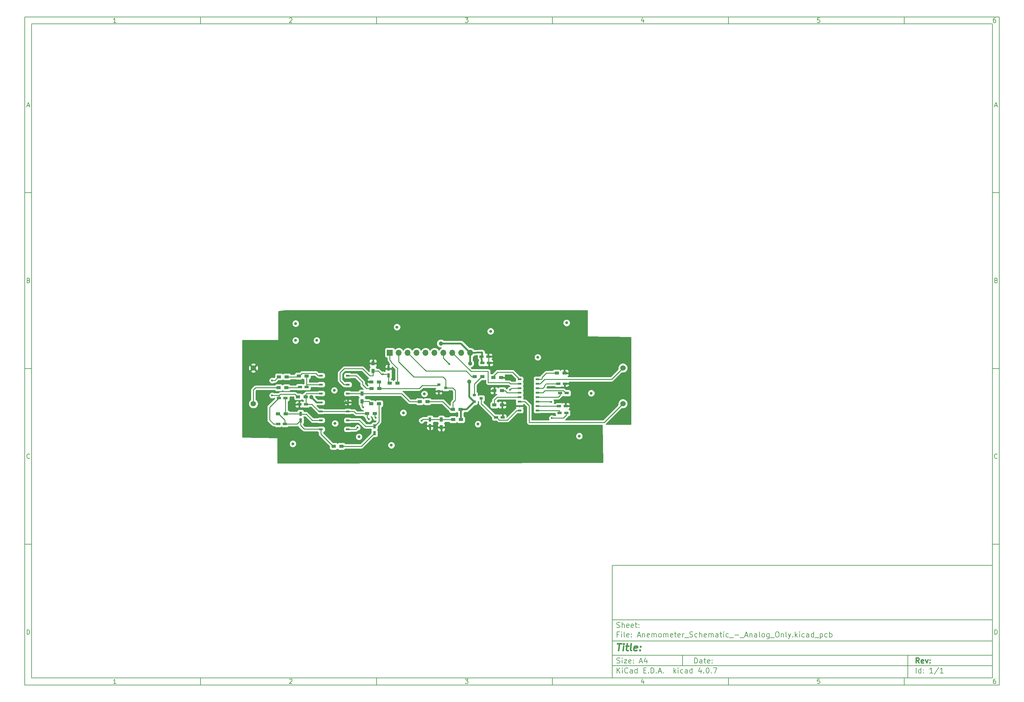
<source format=gbr>
G04 #@! TF.FileFunction,Copper,L1,Top,Signal*
%FSLAX46Y46*%
G04 Gerber Fmt 4.6, Leading zero omitted, Abs format (unit mm)*
G04 Created by KiCad (PCBNEW 4.0.7) date Monday, February 19, 2018 'AMt' 09:37:46 AM*
%MOMM*%
%LPD*%
G01*
G04 APERTURE LIST*
%ADD10C,0.100000*%
%ADD11C,0.150000*%
%ADD12C,0.300000*%
%ADD13C,0.400000*%
%ADD14C,0.800000*%
%ADD15R,1.200000X0.900000*%
%ADD16R,1.100000X0.500000*%
%ADD17R,1.200000X0.750000*%
%ADD18R,0.750000X1.200000*%
%ADD19R,1.700000X1.700000*%
%ADD20O,1.700000X1.700000*%
%ADD21C,1.524000*%
%ADD22R,0.900000X0.800000*%
%ADD23R,0.900000X1.200000*%
%ADD24C,0.600000*%
%ADD25C,1.200000*%
%ADD26C,0.250000*%
%ADD27C,0.500000*%
%ADD28C,0.254000*%
G04 APERTURE END LIST*
D10*
D11*
X177002200Y-166007200D02*
X177002200Y-198007200D01*
X285002200Y-198007200D01*
X285002200Y-166007200D01*
X177002200Y-166007200D01*
D10*
D11*
X10000000Y-10000000D02*
X10000000Y-200007200D01*
X287002200Y-200007200D01*
X287002200Y-10000000D01*
X10000000Y-10000000D01*
D10*
D11*
X12000000Y-12000000D02*
X12000000Y-198007200D01*
X285002200Y-198007200D01*
X285002200Y-12000000D01*
X12000000Y-12000000D01*
D10*
D11*
X60000000Y-12000000D02*
X60000000Y-10000000D01*
D10*
D11*
X110000000Y-12000000D02*
X110000000Y-10000000D01*
D10*
D11*
X160000000Y-12000000D02*
X160000000Y-10000000D01*
D10*
D11*
X210000000Y-12000000D02*
X210000000Y-10000000D01*
D10*
D11*
X260000000Y-12000000D02*
X260000000Y-10000000D01*
D10*
D11*
X35990476Y-11588095D02*
X35247619Y-11588095D01*
X35619048Y-11588095D02*
X35619048Y-10288095D01*
X35495238Y-10473810D01*
X35371429Y-10597619D01*
X35247619Y-10659524D01*
D10*
D11*
X85247619Y-10411905D02*
X85309524Y-10350000D01*
X85433333Y-10288095D01*
X85742857Y-10288095D01*
X85866667Y-10350000D01*
X85928571Y-10411905D01*
X85990476Y-10535714D01*
X85990476Y-10659524D01*
X85928571Y-10845238D01*
X85185714Y-11588095D01*
X85990476Y-11588095D01*
D10*
D11*
X135185714Y-10288095D02*
X135990476Y-10288095D01*
X135557143Y-10783333D01*
X135742857Y-10783333D01*
X135866667Y-10845238D01*
X135928571Y-10907143D01*
X135990476Y-11030952D01*
X135990476Y-11340476D01*
X135928571Y-11464286D01*
X135866667Y-11526190D01*
X135742857Y-11588095D01*
X135371429Y-11588095D01*
X135247619Y-11526190D01*
X135185714Y-11464286D01*
D10*
D11*
X185866667Y-10721429D02*
X185866667Y-11588095D01*
X185557143Y-10226190D02*
X185247619Y-11154762D01*
X186052381Y-11154762D01*
D10*
D11*
X235928571Y-10288095D02*
X235309524Y-10288095D01*
X235247619Y-10907143D01*
X235309524Y-10845238D01*
X235433333Y-10783333D01*
X235742857Y-10783333D01*
X235866667Y-10845238D01*
X235928571Y-10907143D01*
X235990476Y-11030952D01*
X235990476Y-11340476D01*
X235928571Y-11464286D01*
X235866667Y-11526190D01*
X235742857Y-11588095D01*
X235433333Y-11588095D01*
X235309524Y-11526190D01*
X235247619Y-11464286D01*
D10*
D11*
X285866667Y-10288095D02*
X285619048Y-10288095D01*
X285495238Y-10350000D01*
X285433333Y-10411905D01*
X285309524Y-10597619D01*
X285247619Y-10845238D01*
X285247619Y-11340476D01*
X285309524Y-11464286D01*
X285371429Y-11526190D01*
X285495238Y-11588095D01*
X285742857Y-11588095D01*
X285866667Y-11526190D01*
X285928571Y-11464286D01*
X285990476Y-11340476D01*
X285990476Y-11030952D01*
X285928571Y-10907143D01*
X285866667Y-10845238D01*
X285742857Y-10783333D01*
X285495238Y-10783333D01*
X285371429Y-10845238D01*
X285309524Y-10907143D01*
X285247619Y-11030952D01*
D10*
D11*
X60000000Y-198007200D02*
X60000000Y-200007200D01*
D10*
D11*
X110000000Y-198007200D02*
X110000000Y-200007200D01*
D10*
D11*
X160000000Y-198007200D02*
X160000000Y-200007200D01*
D10*
D11*
X210000000Y-198007200D02*
X210000000Y-200007200D01*
D10*
D11*
X260000000Y-198007200D02*
X260000000Y-200007200D01*
D10*
D11*
X35990476Y-199595295D02*
X35247619Y-199595295D01*
X35619048Y-199595295D02*
X35619048Y-198295295D01*
X35495238Y-198481010D01*
X35371429Y-198604819D01*
X35247619Y-198666724D01*
D10*
D11*
X85247619Y-198419105D02*
X85309524Y-198357200D01*
X85433333Y-198295295D01*
X85742857Y-198295295D01*
X85866667Y-198357200D01*
X85928571Y-198419105D01*
X85990476Y-198542914D01*
X85990476Y-198666724D01*
X85928571Y-198852438D01*
X85185714Y-199595295D01*
X85990476Y-199595295D01*
D10*
D11*
X135185714Y-198295295D02*
X135990476Y-198295295D01*
X135557143Y-198790533D01*
X135742857Y-198790533D01*
X135866667Y-198852438D01*
X135928571Y-198914343D01*
X135990476Y-199038152D01*
X135990476Y-199347676D01*
X135928571Y-199471486D01*
X135866667Y-199533390D01*
X135742857Y-199595295D01*
X135371429Y-199595295D01*
X135247619Y-199533390D01*
X135185714Y-199471486D01*
D10*
D11*
X185866667Y-198728629D02*
X185866667Y-199595295D01*
X185557143Y-198233390D02*
X185247619Y-199161962D01*
X186052381Y-199161962D01*
D10*
D11*
X235928571Y-198295295D02*
X235309524Y-198295295D01*
X235247619Y-198914343D01*
X235309524Y-198852438D01*
X235433333Y-198790533D01*
X235742857Y-198790533D01*
X235866667Y-198852438D01*
X235928571Y-198914343D01*
X235990476Y-199038152D01*
X235990476Y-199347676D01*
X235928571Y-199471486D01*
X235866667Y-199533390D01*
X235742857Y-199595295D01*
X235433333Y-199595295D01*
X235309524Y-199533390D01*
X235247619Y-199471486D01*
D10*
D11*
X285866667Y-198295295D02*
X285619048Y-198295295D01*
X285495238Y-198357200D01*
X285433333Y-198419105D01*
X285309524Y-198604819D01*
X285247619Y-198852438D01*
X285247619Y-199347676D01*
X285309524Y-199471486D01*
X285371429Y-199533390D01*
X285495238Y-199595295D01*
X285742857Y-199595295D01*
X285866667Y-199533390D01*
X285928571Y-199471486D01*
X285990476Y-199347676D01*
X285990476Y-199038152D01*
X285928571Y-198914343D01*
X285866667Y-198852438D01*
X285742857Y-198790533D01*
X285495238Y-198790533D01*
X285371429Y-198852438D01*
X285309524Y-198914343D01*
X285247619Y-199038152D01*
D10*
D11*
X10000000Y-60000000D02*
X12000000Y-60000000D01*
D10*
D11*
X10000000Y-110000000D02*
X12000000Y-110000000D01*
D10*
D11*
X10000000Y-160000000D02*
X12000000Y-160000000D01*
D10*
D11*
X10690476Y-35216667D02*
X11309524Y-35216667D01*
X10566667Y-35588095D02*
X11000000Y-34288095D01*
X11433333Y-35588095D01*
D10*
D11*
X11092857Y-84907143D02*
X11278571Y-84969048D01*
X11340476Y-85030952D01*
X11402381Y-85154762D01*
X11402381Y-85340476D01*
X11340476Y-85464286D01*
X11278571Y-85526190D01*
X11154762Y-85588095D01*
X10659524Y-85588095D01*
X10659524Y-84288095D01*
X11092857Y-84288095D01*
X11216667Y-84350000D01*
X11278571Y-84411905D01*
X11340476Y-84535714D01*
X11340476Y-84659524D01*
X11278571Y-84783333D01*
X11216667Y-84845238D01*
X11092857Y-84907143D01*
X10659524Y-84907143D01*
D10*
D11*
X11402381Y-135464286D02*
X11340476Y-135526190D01*
X11154762Y-135588095D01*
X11030952Y-135588095D01*
X10845238Y-135526190D01*
X10721429Y-135402381D01*
X10659524Y-135278571D01*
X10597619Y-135030952D01*
X10597619Y-134845238D01*
X10659524Y-134597619D01*
X10721429Y-134473810D01*
X10845238Y-134350000D01*
X11030952Y-134288095D01*
X11154762Y-134288095D01*
X11340476Y-134350000D01*
X11402381Y-134411905D01*
D10*
D11*
X10659524Y-185588095D02*
X10659524Y-184288095D01*
X10969048Y-184288095D01*
X11154762Y-184350000D01*
X11278571Y-184473810D01*
X11340476Y-184597619D01*
X11402381Y-184845238D01*
X11402381Y-185030952D01*
X11340476Y-185278571D01*
X11278571Y-185402381D01*
X11154762Y-185526190D01*
X10969048Y-185588095D01*
X10659524Y-185588095D01*
D10*
D11*
X287002200Y-60000000D02*
X285002200Y-60000000D01*
D10*
D11*
X287002200Y-110000000D02*
X285002200Y-110000000D01*
D10*
D11*
X287002200Y-160000000D02*
X285002200Y-160000000D01*
D10*
D11*
X285692676Y-35216667D02*
X286311724Y-35216667D01*
X285568867Y-35588095D02*
X286002200Y-34288095D01*
X286435533Y-35588095D01*
D10*
D11*
X286095057Y-84907143D02*
X286280771Y-84969048D01*
X286342676Y-85030952D01*
X286404581Y-85154762D01*
X286404581Y-85340476D01*
X286342676Y-85464286D01*
X286280771Y-85526190D01*
X286156962Y-85588095D01*
X285661724Y-85588095D01*
X285661724Y-84288095D01*
X286095057Y-84288095D01*
X286218867Y-84350000D01*
X286280771Y-84411905D01*
X286342676Y-84535714D01*
X286342676Y-84659524D01*
X286280771Y-84783333D01*
X286218867Y-84845238D01*
X286095057Y-84907143D01*
X285661724Y-84907143D01*
D10*
D11*
X286404581Y-135464286D02*
X286342676Y-135526190D01*
X286156962Y-135588095D01*
X286033152Y-135588095D01*
X285847438Y-135526190D01*
X285723629Y-135402381D01*
X285661724Y-135278571D01*
X285599819Y-135030952D01*
X285599819Y-134845238D01*
X285661724Y-134597619D01*
X285723629Y-134473810D01*
X285847438Y-134350000D01*
X286033152Y-134288095D01*
X286156962Y-134288095D01*
X286342676Y-134350000D01*
X286404581Y-134411905D01*
D10*
D11*
X285661724Y-185588095D02*
X285661724Y-184288095D01*
X285971248Y-184288095D01*
X286156962Y-184350000D01*
X286280771Y-184473810D01*
X286342676Y-184597619D01*
X286404581Y-184845238D01*
X286404581Y-185030952D01*
X286342676Y-185278571D01*
X286280771Y-185402381D01*
X286156962Y-185526190D01*
X285971248Y-185588095D01*
X285661724Y-185588095D01*
D10*
D11*
X200359343Y-193785771D02*
X200359343Y-192285771D01*
X200716486Y-192285771D01*
X200930771Y-192357200D01*
X201073629Y-192500057D01*
X201145057Y-192642914D01*
X201216486Y-192928629D01*
X201216486Y-193142914D01*
X201145057Y-193428629D01*
X201073629Y-193571486D01*
X200930771Y-193714343D01*
X200716486Y-193785771D01*
X200359343Y-193785771D01*
X202502200Y-193785771D02*
X202502200Y-193000057D01*
X202430771Y-192857200D01*
X202287914Y-192785771D01*
X202002200Y-192785771D01*
X201859343Y-192857200D01*
X202502200Y-193714343D02*
X202359343Y-193785771D01*
X202002200Y-193785771D01*
X201859343Y-193714343D01*
X201787914Y-193571486D01*
X201787914Y-193428629D01*
X201859343Y-193285771D01*
X202002200Y-193214343D01*
X202359343Y-193214343D01*
X202502200Y-193142914D01*
X203002200Y-192785771D02*
X203573629Y-192785771D01*
X203216486Y-192285771D02*
X203216486Y-193571486D01*
X203287914Y-193714343D01*
X203430772Y-193785771D01*
X203573629Y-193785771D01*
X204645057Y-193714343D02*
X204502200Y-193785771D01*
X204216486Y-193785771D01*
X204073629Y-193714343D01*
X204002200Y-193571486D01*
X204002200Y-193000057D01*
X204073629Y-192857200D01*
X204216486Y-192785771D01*
X204502200Y-192785771D01*
X204645057Y-192857200D01*
X204716486Y-193000057D01*
X204716486Y-193142914D01*
X204002200Y-193285771D01*
X205359343Y-193642914D02*
X205430771Y-193714343D01*
X205359343Y-193785771D01*
X205287914Y-193714343D01*
X205359343Y-193642914D01*
X205359343Y-193785771D01*
X205359343Y-192857200D02*
X205430771Y-192928629D01*
X205359343Y-193000057D01*
X205287914Y-192928629D01*
X205359343Y-192857200D01*
X205359343Y-193000057D01*
D10*
D11*
X177002200Y-194507200D02*
X285002200Y-194507200D01*
D10*
D11*
X178359343Y-196585771D02*
X178359343Y-195085771D01*
X179216486Y-196585771D02*
X178573629Y-195728629D01*
X179216486Y-195085771D02*
X178359343Y-195942914D01*
X179859343Y-196585771D02*
X179859343Y-195585771D01*
X179859343Y-195085771D02*
X179787914Y-195157200D01*
X179859343Y-195228629D01*
X179930771Y-195157200D01*
X179859343Y-195085771D01*
X179859343Y-195228629D01*
X181430772Y-196442914D02*
X181359343Y-196514343D01*
X181145057Y-196585771D01*
X181002200Y-196585771D01*
X180787915Y-196514343D01*
X180645057Y-196371486D01*
X180573629Y-196228629D01*
X180502200Y-195942914D01*
X180502200Y-195728629D01*
X180573629Y-195442914D01*
X180645057Y-195300057D01*
X180787915Y-195157200D01*
X181002200Y-195085771D01*
X181145057Y-195085771D01*
X181359343Y-195157200D01*
X181430772Y-195228629D01*
X182716486Y-196585771D02*
X182716486Y-195800057D01*
X182645057Y-195657200D01*
X182502200Y-195585771D01*
X182216486Y-195585771D01*
X182073629Y-195657200D01*
X182716486Y-196514343D02*
X182573629Y-196585771D01*
X182216486Y-196585771D01*
X182073629Y-196514343D01*
X182002200Y-196371486D01*
X182002200Y-196228629D01*
X182073629Y-196085771D01*
X182216486Y-196014343D01*
X182573629Y-196014343D01*
X182716486Y-195942914D01*
X184073629Y-196585771D02*
X184073629Y-195085771D01*
X184073629Y-196514343D02*
X183930772Y-196585771D01*
X183645058Y-196585771D01*
X183502200Y-196514343D01*
X183430772Y-196442914D01*
X183359343Y-196300057D01*
X183359343Y-195871486D01*
X183430772Y-195728629D01*
X183502200Y-195657200D01*
X183645058Y-195585771D01*
X183930772Y-195585771D01*
X184073629Y-195657200D01*
X185930772Y-195800057D02*
X186430772Y-195800057D01*
X186645058Y-196585771D02*
X185930772Y-196585771D01*
X185930772Y-195085771D01*
X186645058Y-195085771D01*
X187287915Y-196442914D02*
X187359343Y-196514343D01*
X187287915Y-196585771D01*
X187216486Y-196514343D01*
X187287915Y-196442914D01*
X187287915Y-196585771D01*
X188002201Y-196585771D02*
X188002201Y-195085771D01*
X188359344Y-195085771D01*
X188573629Y-195157200D01*
X188716487Y-195300057D01*
X188787915Y-195442914D01*
X188859344Y-195728629D01*
X188859344Y-195942914D01*
X188787915Y-196228629D01*
X188716487Y-196371486D01*
X188573629Y-196514343D01*
X188359344Y-196585771D01*
X188002201Y-196585771D01*
X189502201Y-196442914D02*
X189573629Y-196514343D01*
X189502201Y-196585771D01*
X189430772Y-196514343D01*
X189502201Y-196442914D01*
X189502201Y-196585771D01*
X190145058Y-196157200D02*
X190859344Y-196157200D01*
X190002201Y-196585771D02*
X190502201Y-195085771D01*
X191002201Y-196585771D01*
X191502201Y-196442914D02*
X191573629Y-196514343D01*
X191502201Y-196585771D01*
X191430772Y-196514343D01*
X191502201Y-196442914D01*
X191502201Y-196585771D01*
X194502201Y-196585771D02*
X194502201Y-195085771D01*
X194645058Y-196014343D02*
X195073629Y-196585771D01*
X195073629Y-195585771D02*
X194502201Y-196157200D01*
X195716487Y-196585771D02*
X195716487Y-195585771D01*
X195716487Y-195085771D02*
X195645058Y-195157200D01*
X195716487Y-195228629D01*
X195787915Y-195157200D01*
X195716487Y-195085771D01*
X195716487Y-195228629D01*
X197073630Y-196514343D02*
X196930773Y-196585771D01*
X196645059Y-196585771D01*
X196502201Y-196514343D01*
X196430773Y-196442914D01*
X196359344Y-196300057D01*
X196359344Y-195871486D01*
X196430773Y-195728629D01*
X196502201Y-195657200D01*
X196645059Y-195585771D01*
X196930773Y-195585771D01*
X197073630Y-195657200D01*
X198359344Y-196585771D02*
X198359344Y-195800057D01*
X198287915Y-195657200D01*
X198145058Y-195585771D01*
X197859344Y-195585771D01*
X197716487Y-195657200D01*
X198359344Y-196514343D02*
X198216487Y-196585771D01*
X197859344Y-196585771D01*
X197716487Y-196514343D01*
X197645058Y-196371486D01*
X197645058Y-196228629D01*
X197716487Y-196085771D01*
X197859344Y-196014343D01*
X198216487Y-196014343D01*
X198359344Y-195942914D01*
X199716487Y-196585771D02*
X199716487Y-195085771D01*
X199716487Y-196514343D02*
X199573630Y-196585771D01*
X199287916Y-196585771D01*
X199145058Y-196514343D01*
X199073630Y-196442914D01*
X199002201Y-196300057D01*
X199002201Y-195871486D01*
X199073630Y-195728629D01*
X199145058Y-195657200D01*
X199287916Y-195585771D01*
X199573630Y-195585771D01*
X199716487Y-195657200D01*
X202216487Y-195585771D02*
X202216487Y-196585771D01*
X201859344Y-195014343D02*
X201502201Y-196085771D01*
X202430773Y-196085771D01*
X203002201Y-196442914D02*
X203073629Y-196514343D01*
X203002201Y-196585771D01*
X202930772Y-196514343D01*
X203002201Y-196442914D01*
X203002201Y-196585771D01*
X204002201Y-195085771D02*
X204145058Y-195085771D01*
X204287915Y-195157200D01*
X204359344Y-195228629D01*
X204430773Y-195371486D01*
X204502201Y-195657200D01*
X204502201Y-196014343D01*
X204430773Y-196300057D01*
X204359344Y-196442914D01*
X204287915Y-196514343D01*
X204145058Y-196585771D01*
X204002201Y-196585771D01*
X203859344Y-196514343D01*
X203787915Y-196442914D01*
X203716487Y-196300057D01*
X203645058Y-196014343D01*
X203645058Y-195657200D01*
X203716487Y-195371486D01*
X203787915Y-195228629D01*
X203859344Y-195157200D01*
X204002201Y-195085771D01*
X205145058Y-196442914D02*
X205216486Y-196514343D01*
X205145058Y-196585771D01*
X205073629Y-196514343D01*
X205145058Y-196442914D01*
X205145058Y-196585771D01*
X205716487Y-195085771D02*
X206716487Y-195085771D01*
X206073630Y-196585771D01*
D10*
D11*
X177002200Y-191507200D02*
X285002200Y-191507200D01*
D10*
D12*
X264216486Y-193785771D02*
X263716486Y-193071486D01*
X263359343Y-193785771D02*
X263359343Y-192285771D01*
X263930771Y-192285771D01*
X264073629Y-192357200D01*
X264145057Y-192428629D01*
X264216486Y-192571486D01*
X264216486Y-192785771D01*
X264145057Y-192928629D01*
X264073629Y-193000057D01*
X263930771Y-193071486D01*
X263359343Y-193071486D01*
X265430771Y-193714343D02*
X265287914Y-193785771D01*
X265002200Y-193785771D01*
X264859343Y-193714343D01*
X264787914Y-193571486D01*
X264787914Y-193000057D01*
X264859343Y-192857200D01*
X265002200Y-192785771D01*
X265287914Y-192785771D01*
X265430771Y-192857200D01*
X265502200Y-193000057D01*
X265502200Y-193142914D01*
X264787914Y-193285771D01*
X266002200Y-192785771D02*
X266359343Y-193785771D01*
X266716485Y-192785771D01*
X267287914Y-193642914D02*
X267359342Y-193714343D01*
X267287914Y-193785771D01*
X267216485Y-193714343D01*
X267287914Y-193642914D01*
X267287914Y-193785771D01*
X267287914Y-192857200D02*
X267359342Y-192928629D01*
X267287914Y-193000057D01*
X267216485Y-192928629D01*
X267287914Y-192857200D01*
X267287914Y-193000057D01*
D10*
D11*
X178287914Y-193714343D02*
X178502200Y-193785771D01*
X178859343Y-193785771D01*
X179002200Y-193714343D01*
X179073629Y-193642914D01*
X179145057Y-193500057D01*
X179145057Y-193357200D01*
X179073629Y-193214343D01*
X179002200Y-193142914D01*
X178859343Y-193071486D01*
X178573629Y-193000057D01*
X178430771Y-192928629D01*
X178359343Y-192857200D01*
X178287914Y-192714343D01*
X178287914Y-192571486D01*
X178359343Y-192428629D01*
X178430771Y-192357200D01*
X178573629Y-192285771D01*
X178930771Y-192285771D01*
X179145057Y-192357200D01*
X179787914Y-193785771D02*
X179787914Y-192785771D01*
X179787914Y-192285771D02*
X179716485Y-192357200D01*
X179787914Y-192428629D01*
X179859342Y-192357200D01*
X179787914Y-192285771D01*
X179787914Y-192428629D01*
X180359343Y-192785771D02*
X181145057Y-192785771D01*
X180359343Y-193785771D01*
X181145057Y-193785771D01*
X182287914Y-193714343D02*
X182145057Y-193785771D01*
X181859343Y-193785771D01*
X181716486Y-193714343D01*
X181645057Y-193571486D01*
X181645057Y-193000057D01*
X181716486Y-192857200D01*
X181859343Y-192785771D01*
X182145057Y-192785771D01*
X182287914Y-192857200D01*
X182359343Y-193000057D01*
X182359343Y-193142914D01*
X181645057Y-193285771D01*
X183002200Y-193642914D02*
X183073628Y-193714343D01*
X183002200Y-193785771D01*
X182930771Y-193714343D01*
X183002200Y-193642914D01*
X183002200Y-193785771D01*
X183002200Y-192857200D02*
X183073628Y-192928629D01*
X183002200Y-193000057D01*
X182930771Y-192928629D01*
X183002200Y-192857200D01*
X183002200Y-193000057D01*
X184787914Y-193357200D02*
X185502200Y-193357200D01*
X184645057Y-193785771D02*
X185145057Y-192285771D01*
X185645057Y-193785771D01*
X186787914Y-192785771D02*
X186787914Y-193785771D01*
X186430771Y-192214343D02*
X186073628Y-193285771D01*
X187002200Y-193285771D01*
D10*
D11*
X263359343Y-196585771D02*
X263359343Y-195085771D01*
X264716486Y-196585771D02*
X264716486Y-195085771D01*
X264716486Y-196514343D02*
X264573629Y-196585771D01*
X264287915Y-196585771D01*
X264145057Y-196514343D01*
X264073629Y-196442914D01*
X264002200Y-196300057D01*
X264002200Y-195871486D01*
X264073629Y-195728629D01*
X264145057Y-195657200D01*
X264287915Y-195585771D01*
X264573629Y-195585771D01*
X264716486Y-195657200D01*
X265430772Y-196442914D02*
X265502200Y-196514343D01*
X265430772Y-196585771D01*
X265359343Y-196514343D01*
X265430772Y-196442914D01*
X265430772Y-196585771D01*
X265430772Y-195657200D02*
X265502200Y-195728629D01*
X265430772Y-195800057D01*
X265359343Y-195728629D01*
X265430772Y-195657200D01*
X265430772Y-195800057D01*
X268073629Y-196585771D02*
X267216486Y-196585771D01*
X267645058Y-196585771D02*
X267645058Y-195085771D01*
X267502201Y-195300057D01*
X267359343Y-195442914D01*
X267216486Y-195514343D01*
X269787914Y-195014343D02*
X268502200Y-196942914D01*
X271073629Y-196585771D02*
X270216486Y-196585771D01*
X270645058Y-196585771D02*
X270645058Y-195085771D01*
X270502201Y-195300057D01*
X270359343Y-195442914D01*
X270216486Y-195514343D01*
D10*
D11*
X177002200Y-187507200D02*
X285002200Y-187507200D01*
D10*
D13*
X178454581Y-188211962D02*
X179597438Y-188211962D01*
X178776010Y-190211962D02*
X179026010Y-188211962D01*
X180014105Y-190211962D02*
X180180771Y-188878629D01*
X180264105Y-188211962D02*
X180156962Y-188307200D01*
X180240295Y-188402438D01*
X180347439Y-188307200D01*
X180264105Y-188211962D01*
X180240295Y-188402438D01*
X180847438Y-188878629D02*
X181609343Y-188878629D01*
X181216486Y-188211962D02*
X181002200Y-189926248D01*
X181073630Y-190116724D01*
X181252201Y-190211962D01*
X181442677Y-190211962D01*
X182395058Y-190211962D02*
X182216487Y-190116724D01*
X182145057Y-189926248D01*
X182359343Y-188211962D01*
X183930772Y-190116724D02*
X183728391Y-190211962D01*
X183347439Y-190211962D01*
X183168867Y-190116724D01*
X183097438Y-189926248D01*
X183192676Y-189164343D01*
X183311724Y-188973867D01*
X183514105Y-188878629D01*
X183895057Y-188878629D01*
X184073629Y-188973867D01*
X184145057Y-189164343D01*
X184121248Y-189354819D01*
X183145057Y-189545295D01*
X184895057Y-190021486D02*
X184978392Y-190116724D01*
X184871248Y-190211962D01*
X184787915Y-190116724D01*
X184895057Y-190021486D01*
X184871248Y-190211962D01*
X185026010Y-188973867D02*
X185109344Y-189069105D01*
X185002200Y-189164343D01*
X184918867Y-189069105D01*
X185026010Y-188973867D01*
X185002200Y-189164343D01*
D10*
D11*
X178859343Y-185600057D02*
X178359343Y-185600057D01*
X178359343Y-186385771D02*
X178359343Y-184885771D01*
X179073629Y-184885771D01*
X179645057Y-186385771D02*
X179645057Y-185385771D01*
X179645057Y-184885771D02*
X179573628Y-184957200D01*
X179645057Y-185028629D01*
X179716485Y-184957200D01*
X179645057Y-184885771D01*
X179645057Y-185028629D01*
X180573629Y-186385771D02*
X180430771Y-186314343D01*
X180359343Y-186171486D01*
X180359343Y-184885771D01*
X181716485Y-186314343D02*
X181573628Y-186385771D01*
X181287914Y-186385771D01*
X181145057Y-186314343D01*
X181073628Y-186171486D01*
X181073628Y-185600057D01*
X181145057Y-185457200D01*
X181287914Y-185385771D01*
X181573628Y-185385771D01*
X181716485Y-185457200D01*
X181787914Y-185600057D01*
X181787914Y-185742914D01*
X181073628Y-185885771D01*
X182430771Y-186242914D02*
X182502199Y-186314343D01*
X182430771Y-186385771D01*
X182359342Y-186314343D01*
X182430771Y-186242914D01*
X182430771Y-186385771D01*
X182430771Y-185457200D02*
X182502199Y-185528629D01*
X182430771Y-185600057D01*
X182359342Y-185528629D01*
X182430771Y-185457200D01*
X182430771Y-185600057D01*
X184216485Y-185957200D02*
X184930771Y-185957200D01*
X184073628Y-186385771D02*
X184573628Y-184885771D01*
X185073628Y-186385771D01*
X185573628Y-185385771D02*
X185573628Y-186385771D01*
X185573628Y-185528629D02*
X185645056Y-185457200D01*
X185787914Y-185385771D01*
X186002199Y-185385771D01*
X186145056Y-185457200D01*
X186216485Y-185600057D01*
X186216485Y-186385771D01*
X187502199Y-186314343D02*
X187359342Y-186385771D01*
X187073628Y-186385771D01*
X186930771Y-186314343D01*
X186859342Y-186171486D01*
X186859342Y-185600057D01*
X186930771Y-185457200D01*
X187073628Y-185385771D01*
X187359342Y-185385771D01*
X187502199Y-185457200D01*
X187573628Y-185600057D01*
X187573628Y-185742914D01*
X186859342Y-185885771D01*
X188216485Y-186385771D02*
X188216485Y-185385771D01*
X188216485Y-185528629D02*
X188287913Y-185457200D01*
X188430771Y-185385771D01*
X188645056Y-185385771D01*
X188787913Y-185457200D01*
X188859342Y-185600057D01*
X188859342Y-186385771D01*
X188859342Y-185600057D02*
X188930771Y-185457200D01*
X189073628Y-185385771D01*
X189287913Y-185385771D01*
X189430771Y-185457200D01*
X189502199Y-185600057D01*
X189502199Y-186385771D01*
X190430771Y-186385771D02*
X190287913Y-186314343D01*
X190216485Y-186242914D01*
X190145056Y-186100057D01*
X190145056Y-185671486D01*
X190216485Y-185528629D01*
X190287913Y-185457200D01*
X190430771Y-185385771D01*
X190645056Y-185385771D01*
X190787913Y-185457200D01*
X190859342Y-185528629D01*
X190930771Y-185671486D01*
X190930771Y-186100057D01*
X190859342Y-186242914D01*
X190787913Y-186314343D01*
X190645056Y-186385771D01*
X190430771Y-186385771D01*
X191573628Y-186385771D02*
X191573628Y-185385771D01*
X191573628Y-185528629D02*
X191645056Y-185457200D01*
X191787914Y-185385771D01*
X192002199Y-185385771D01*
X192145056Y-185457200D01*
X192216485Y-185600057D01*
X192216485Y-186385771D01*
X192216485Y-185600057D02*
X192287914Y-185457200D01*
X192430771Y-185385771D01*
X192645056Y-185385771D01*
X192787914Y-185457200D01*
X192859342Y-185600057D01*
X192859342Y-186385771D01*
X194145056Y-186314343D02*
X194002199Y-186385771D01*
X193716485Y-186385771D01*
X193573628Y-186314343D01*
X193502199Y-186171486D01*
X193502199Y-185600057D01*
X193573628Y-185457200D01*
X193716485Y-185385771D01*
X194002199Y-185385771D01*
X194145056Y-185457200D01*
X194216485Y-185600057D01*
X194216485Y-185742914D01*
X193502199Y-185885771D01*
X194645056Y-185385771D02*
X195216485Y-185385771D01*
X194859342Y-184885771D02*
X194859342Y-186171486D01*
X194930770Y-186314343D01*
X195073628Y-186385771D01*
X195216485Y-186385771D01*
X196287913Y-186314343D02*
X196145056Y-186385771D01*
X195859342Y-186385771D01*
X195716485Y-186314343D01*
X195645056Y-186171486D01*
X195645056Y-185600057D01*
X195716485Y-185457200D01*
X195859342Y-185385771D01*
X196145056Y-185385771D01*
X196287913Y-185457200D01*
X196359342Y-185600057D01*
X196359342Y-185742914D01*
X195645056Y-185885771D01*
X197002199Y-186385771D02*
X197002199Y-185385771D01*
X197002199Y-185671486D02*
X197073627Y-185528629D01*
X197145056Y-185457200D01*
X197287913Y-185385771D01*
X197430770Y-185385771D01*
X197573627Y-186528629D02*
X198716484Y-186528629D01*
X199002198Y-186314343D02*
X199216484Y-186385771D01*
X199573627Y-186385771D01*
X199716484Y-186314343D01*
X199787913Y-186242914D01*
X199859341Y-186100057D01*
X199859341Y-185957200D01*
X199787913Y-185814343D01*
X199716484Y-185742914D01*
X199573627Y-185671486D01*
X199287913Y-185600057D01*
X199145055Y-185528629D01*
X199073627Y-185457200D01*
X199002198Y-185314343D01*
X199002198Y-185171486D01*
X199073627Y-185028629D01*
X199145055Y-184957200D01*
X199287913Y-184885771D01*
X199645055Y-184885771D01*
X199859341Y-184957200D01*
X201145055Y-186314343D02*
X201002198Y-186385771D01*
X200716484Y-186385771D01*
X200573626Y-186314343D01*
X200502198Y-186242914D01*
X200430769Y-186100057D01*
X200430769Y-185671486D01*
X200502198Y-185528629D01*
X200573626Y-185457200D01*
X200716484Y-185385771D01*
X201002198Y-185385771D01*
X201145055Y-185457200D01*
X201787912Y-186385771D02*
X201787912Y-184885771D01*
X202430769Y-186385771D02*
X202430769Y-185600057D01*
X202359340Y-185457200D01*
X202216483Y-185385771D01*
X202002198Y-185385771D01*
X201859340Y-185457200D01*
X201787912Y-185528629D01*
X203716483Y-186314343D02*
X203573626Y-186385771D01*
X203287912Y-186385771D01*
X203145055Y-186314343D01*
X203073626Y-186171486D01*
X203073626Y-185600057D01*
X203145055Y-185457200D01*
X203287912Y-185385771D01*
X203573626Y-185385771D01*
X203716483Y-185457200D01*
X203787912Y-185600057D01*
X203787912Y-185742914D01*
X203073626Y-185885771D01*
X204430769Y-186385771D02*
X204430769Y-185385771D01*
X204430769Y-185528629D02*
X204502197Y-185457200D01*
X204645055Y-185385771D01*
X204859340Y-185385771D01*
X205002197Y-185457200D01*
X205073626Y-185600057D01*
X205073626Y-186385771D01*
X205073626Y-185600057D02*
X205145055Y-185457200D01*
X205287912Y-185385771D01*
X205502197Y-185385771D01*
X205645055Y-185457200D01*
X205716483Y-185600057D01*
X205716483Y-186385771D01*
X207073626Y-186385771D02*
X207073626Y-185600057D01*
X207002197Y-185457200D01*
X206859340Y-185385771D01*
X206573626Y-185385771D01*
X206430769Y-185457200D01*
X207073626Y-186314343D02*
X206930769Y-186385771D01*
X206573626Y-186385771D01*
X206430769Y-186314343D01*
X206359340Y-186171486D01*
X206359340Y-186028629D01*
X206430769Y-185885771D01*
X206573626Y-185814343D01*
X206930769Y-185814343D01*
X207073626Y-185742914D01*
X207573626Y-185385771D02*
X208145055Y-185385771D01*
X207787912Y-184885771D02*
X207787912Y-186171486D01*
X207859340Y-186314343D01*
X208002198Y-186385771D01*
X208145055Y-186385771D01*
X208645055Y-186385771D02*
X208645055Y-185385771D01*
X208645055Y-184885771D02*
X208573626Y-184957200D01*
X208645055Y-185028629D01*
X208716483Y-184957200D01*
X208645055Y-184885771D01*
X208645055Y-185028629D01*
X210002198Y-186314343D02*
X209859341Y-186385771D01*
X209573627Y-186385771D01*
X209430769Y-186314343D01*
X209359341Y-186242914D01*
X209287912Y-186100057D01*
X209287912Y-185671486D01*
X209359341Y-185528629D01*
X209430769Y-185457200D01*
X209573627Y-185385771D01*
X209859341Y-185385771D01*
X210002198Y-185457200D01*
X210287912Y-186528629D02*
X211430769Y-186528629D01*
X211787912Y-185814343D02*
X212930769Y-185814343D01*
X213287912Y-186528629D02*
X214430769Y-186528629D01*
X214716483Y-185957200D02*
X215430769Y-185957200D01*
X214573626Y-186385771D02*
X215073626Y-184885771D01*
X215573626Y-186385771D01*
X216073626Y-185385771D02*
X216073626Y-186385771D01*
X216073626Y-185528629D02*
X216145054Y-185457200D01*
X216287912Y-185385771D01*
X216502197Y-185385771D01*
X216645054Y-185457200D01*
X216716483Y-185600057D01*
X216716483Y-186385771D01*
X218073626Y-186385771D02*
X218073626Y-185600057D01*
X218002197Y-185457200D01*
X217859340Y-185385771D01*
X217573626Y-185385771D01*
X217430769Y-185457200D01*
X218073626Y-186314343D02*
X217930769Y-186385771D01*
X217573626Y-186385771D01*
X217430769Y-186314343D01*
X217359340Y-186171486D01*
X217359340Y-186028629D01*
X217430769Y-185885771D01*
X217573626Y-185814343D01*
X217930769Y-185814343D01*
X218073626Y-185742914D01*
X219002198Y-186385771D02*
X218859340Y-186314343D01*
X218787912Y-186171486D01*
X218787912Y-184885771D01*
X219787912Y-186385771D02*
X219645054Y-186314343D01*
X219573626Y-186242914D01*
X219502197Y-186100057D01*
X219502197Y-185671486D01*
X219573626Y-185528629D01*
X219645054Y-185457200D01*
X219787912Y-185385771D01*
X220002197Y-185385771D01*
X220145054Y-185457200D01*
X220216483Y-185528629D01*
X220287912Y-185671486D01*
X220287912Y-186100057D01*
X220216483Y-186242914D01*
X220145054Y-186314343D01*
X220002197Y-186385771D01*
X219787912Y-186385771D01*
X221573626Y-185385771D02*
X221573626Y-186600057D01*
X221502197Y-186742914D01*
X221430769Y-186814343D01*
X221287912Y-186885771D01*
X221073626Y-186885771D01*
X220930769Y-186814343D01*
X221573626Y-186314343D02*
X221430769Y-186385771D01*
X221145055Y-186385771D01*
X221002197Y-186314343D01*
X220930769Y-186242914D01*
X220859340Y-186100057D01*
X220859340Y-185671486D01*
X220930769Y-185528629D01*
X221002197Y-185457200D01*
X221145055Y-185385771D01*
X221430769Y-185385771D01*
X221573626Y-185457200D01*
X221930769Y-186528629D02*
X223073626Y-186528629D01*
X223716483Y-184885771D02*
X224002197Y-184885771D01*
X224145055Y-184957200D01*
X224287912Y-185100057D01*
X224359340Y-185385771D01*
X224359340Y-185885771D01*
X224287912Y-186171486D01*
X224145055Y-186314343D01*
X224002197Y-186385771D01*
X223716483Y-186385771D01*
X223573626Y-186314343D01*
X223430769Y-186171486D01*
X223359340Y-185885771D01*
X223359340Y-185385771D01*
X223430769Y-185100057D01*
X223573626Y-184957200D01*
X223716483Y-184885771D01*
X225002198Y-185385771D02*
X225002198Y-186385771D01*
X225002198Y-185528629D02*
X225073626Y-185457200D01*
X225216484Y-185385771D01*
X225430769Y-185385771D01*
X225573626Y-185457200D01*
X225645055Y-185600057D01*
X225645055Y-186385771D01*
X226573627Y-186385771D02*
X226430769Y-186314343D01*
X226359341Y-186171486D01*
X226359341Y-184885771D01*
X227002198Y-185385771D02*
X227359341Y-186385771D01*
X227716483Y-185385771D02*
X227359341Y-186385771D01*
X227216483Y-186742914D01*
X227145055Y-186814343D01*
X227002198Y-186885771D01*
X228287912Y-186242914D02*
X228359340Y-186314343D01*
X228287912Y-186385771D01*
X228216483Y-186314343D01*
X228287912Y-186242914D01*
X228287912Y-186385771D01*
X229002198Y-186385771D02*
X229002198Y-184885771D01*
X229145055Y-185814343D02*
X229573626Y-186385771D01*
X229573626Y-185385771D02*
X229002198Y-185957200D01*
X230216484Y-186385771D02*
X230216484Y-185385771D01*
X230216484Y-184885771D02*
X230145055Y-184957200D01*
X230216484Y-185028629D01*
X230287912Y-184957200D01*
X230216484Y-184885771D01*
X230216484Y-185028629D01*
X231573627Y-186314343D02*
X231430770Y-186385771D01*
X231145056Y-186385771D01*
X231002198Y-186314343D01*
X230930770Y-186242914D01*
X230859341Y-186100057D01*
X230859341Y-185671486D01*
X230930770Y-185528629D01*
X231002198Y-185457200D01*
X231145056Y-185385771D01*
X231430770Y-185385771D01*
X231573627Y-185457200D01*
X232859341Y-186385771D02*
X232859341Y-185600057D01*
X232787912Y-185457200D01*
X232645055Y-185385771D01*
X232359341Y-185385771D01*
X232216484Y-185457200D01*
X232859341Y-186314343D02*
X232716484Y-186385771D01*
X232359341Y-186385771D01*
X232216484Y-186314343D01*
X232145055Y-186171486D01*
X232145055Y-186028629D01*
X232216484Y-185885771D01*
X232359341Y-185814343D01*
X232716484Y-185814343D01*
X232859341Y-185742914D01*
X234216484Y-186385771D02*
X234216484Y-184885771D01*
X234216484Y-186314343D02*
X234073627Y-186385771D01*
X233787913Y-186385771D01*
X233645055Y-186314343D01*
X233573627Y-186242914D01*
X233502198Y-186100057D01*
X233502198Y-185671486D01*
X233573627Y-185528629D01*
X233645055Y-185457200D01*
X233787913Y-185385771D01*
X234073627Y-185385771D01*
X234216484Y-185457200D01*
X234573627Y-186528629D02*
X235716484Y-186528629D01*
X236073627Y-185385771D02*
X236073627Y-186885771D01*
X236073627Y-185457200D02*
X236216484Y-185385771D01*
X236502198Y-185385771D01*
X236645055Y-185457200D01*
X236716484Y-185528629D01*
X236787913Y-185671486D01*
X236787913Y-186100057D01*
X236716484Y-186242914D01*
X236645055Y-186314343D01*
X236502198Y-186385771D01*
X236216484Y-186385771D01*
X236073627Y-186314343D01*
X238073627Y-186314343D02*
X237930770Y-186385771D01*
X237645056Y-186385771D01*
X237502198Y-186314343D01*
X237430770Y-186242914D01*
X237359341Y-186100057D01*
X237359341Y-185671486D01*
X237430770Y-185528629D01*
X237502198Y-185457200D01*
X237645056Y-185385771D01*
X237930770Y-185385771D01*
X238073627Y-185457200D01*
X238716484Y-186385771D02*
X238716484Y-184885771D01*
X238716484Y-185457200D02*
X238859341Y-185385771D01*
X239145055Y-185385771D01*
X239287912Y-185457200D01*
X239359341Y-185528629D01*
X239430770Y-185671486D01*
X239430770Y-186100057D01*
X239359341Y-186242914D01*
X239287912Y-186314343D01*
X239145055Y-186385771D01*
X238859341Y-186385771D01*
X238716484Y-186314343D01*
D10*
D11*
X177002200Y-181507200D02*
X285002200Y-181507200D01*
D10*
D11*
X178287914Y-183614343D02*
X178502200Y-183685771D01*
X178859343Y-183685771D01*
X179002200Y-183614343D01*
X179073629Y-183542914D01*
X179145057Y-183400057D01*
X179145057Y-183257200D01*
X179073629Y-183114343D01*
X179002200Y-183042914D01*
X178859343Y-182971486D01*
X178573629Y-182900057D01*
X178430771Y-182828629D01*
X178359343Y-182757200D01*
X178287914Y-182614343D01*
X178287914Y-182471486D01*
X178359343Y-182328629D01*
X178430771Y-182257200D01*
X178573629Y-182185771D01*
X178930771Y-182185771D01*
X179145057Y-182257200D01*
X179787914Y-183685771D02*
X179787914Y-182185771D01*
X180430771Y-183685771D02*
X180430771Y-182900057D01*
X180359342Y-182757200D01*
X180216485Y-182685771D01*
X180002200Y-182685771D01*
X179859342Y-182757200D01*
X179787914Y-182828629D01*
X181716485Y-183614343D02*
X181573628Y-183685771D01*
X181287914Y-183685771D01*
X181145057Y-183614343D01*
X181073628Y-183471486D01*
X181073628Y-182900057D01*
X181145057Y-182757200D01*
X181287914Y-182685771D01*
X181573628Y-182685771D01*
X181716485Y-182757200D01*
X181787914Y-182900057D01*
X181787914Y-183042914D01*
X181073628Y-183185771D01*
X183002199Y-183614343D02*
X182859342Y-183685771D01*
X182573628Y-183685771D01*
X182430771Y-183614343D01*
X182359342Y-183471486D01*
X182359342Y-182900057D01*
X182430771Y-182757200D01*
X182573628Y-182685771D01*
X182859342Y-182685771D01*
X183002199Y-182757200D01*
X183073628Y-182900057D01*
X183073628Y-183042914D01*
X182359342Y-183185771D01*
X183502199Y-182685771D02*
X184073628Y-182685771D01*
X183716485Y-182185771D02*
X183716485Y-183471486D01*
X183787913Y-183614343D01*
X183930771Y-183685771D01*
X184073628Y-183685771D01*
X184573628Y-183542914D02*
X184645056Y-183614343D01*
X184573628Y-183685771D01*
X184502199Y-183614343D01*
X184573628Y-183542914D01*
X184573628Y-183685771D01*
X184573628Y-182757200D02*
X184645056Y-182828629D01*
X184573628Y-182900057D01*
X184502199Y-182828629D01*
X184573628Y-182757200D01*
X184573628Y-182900057D01*
D10*
D11*
X197002200Y-191507200D02*
X197002200Y-194507200D01*
D10*
D11*
X261002200Y-191507200D02*
X261002200Y-198007200D01*
D14*
X164000000Y-97000000D03*
X105000000Y-129400000D03*
X86200000Y-131400000D03*
X98200000Y-125600000D03*
X98000000Y-116200000D03*
X114200000Y-131800000D03*
X138800000Y-125800000D03*
X167600000Y-129200000D03*
X171000000Y-117000000D03*
X155800000Y-106800000D03*
X142400000Y-99400000D03*
X117600000Y-122600000D03*
X123600000Y-117200000D03*
X93000000Y-102000000D03*
X87000000Y-102000000D03*
X115800000Y-98200000D03*
X87000000Y-97200000D03*
D15*
X143471540Y-120340120D03*
X145671540Y-120340120D03*
D16*
X155712160Y-121937780D03*
X155712160Y-120667780D03*
X155712160Y-119397780D03*
X155712160Y-118127780D03*
X155712160Y-116857780D03*
X155712160Y-115587780D03*
X155712160Y-114317780D03*
X155712160Y-113047780D03*
X150632160Y-113047780D03*
X150632160Y-114317780D03*
X150632160Y-115587780D03*
X150632160Y-116857780D03*
X150632160Y-118127780D03*
X150632160Y-119397780D03*
X150632160Y-120667780D03*
X150632160Y-121937780D03*
X94213680Y-112016540D03*
X94213680Y-114556540D03*
X94213680Y-117096540D03*
X94213680Y-119636540D03*
X94213680Y-122176540D03*
X94213680Y-124716540D03*
X94213680Y-127256540D03*
X101833680Y-127256540D03*
X101833680Y-124716540D03*
X101833680Y-122176540D03*
X101833680Y-119636540D03*
X101833680Y-117096540D03*
X101833680Y-114556540D03*
X101833680Y-112016540D03*
D17*
X88231940Y-115272820D03*
X90131940Y-115272820D03*
D18*
X125200000Y-124450000D03*
X125200000Y-126350000D03*
D17*
X89950000Y-120200000D03*
X88050000Y-120200000D03*
X143929020Y-123916440D03*
X145829020Y-123916440D03*
X162011280Y-122618500D03*
X163911280Y-122618500D03*
X82234960Y-118381780D03*
X84134960Y-118381780D03*
X82034960Y-125726600D03*
X83934960Y-125726600D03*
D18*
X88400000Y-122850000D03*
X88400000Y-124750000D03*
X109400000Y-128350000D03*
X109400000Y-126450000D03*
X113400000Y-111950000D03*
X113400000Y-110050000D03*
D17*
X162143360Y-116984780D03*
X164043360Y-116984780D03*
X161622660Y-114289840D03*
X163522660Y-114289840D03*
X161858880Y-120652540D03*
X163758880Y-120652540D03*
X139850000Y-106600000D03*
X141750000Y-106600000D03*
X140050000Y-108400000D03*
X141950000Y-108400000D03*
D19*
X113760000Y-105500000D03*
D20*
X116300000Y-105500000D03*
X118840000Y-105500000D03*
X121380000Y-105500000D03*
X123920000Y-105500000D03*
X126460000Y-105500000D03*
X129000000Y-105500000D03*
X131540000Y-105500000D03*
X134080000Y-105500000D03*
X136620000Y-105500000D03*
D21*
X75000000Y-120000000D03*
X75000000Y-109840000D03*
X180000000Y-120000000D03*
X180000000Y-109840000D03*
D22*
X137766040Y-117525760D03*
X137766040Y-119425760D03*
X139766040Y-118475760D03*
X127667400Y-114557160D03*
X127667400Y-116457160D03*
X129667400Y-115507160D03*
D15*
X84378800Y-115455700D03*
X82178800Y-115455700D03*
X133957060Y-124503180D03*
X131757060Y-124503180D03*
D23*
X128400000Y-124500000D03*
X128400000Y-126700000D03*
D15*
X87921740Y-112100360D03*
X90121740Y-112100360D03*
X137875920Y-112257840D03*
X140075920Y-112257840D03*
X82270160Y-112341660D03*
X84470160Y-112341660D03*
X145671540Y-116298980D03*
X143471540Y-116298980D03*
X87703300Y-118013480D03*
X89903300Y-118013480D03*
X143174540Y-112567720D03*
X145374540Y-112567720D03*
X81976620Y-122871640D03*
X84176620Y-122871640D03*
X99990000Y-132080000D03*
X97790000Y-132080000D03*
X161221060Y-111292640D03*
X163421060Y-111292640D03*
X107300000Y-122800000D03*
X109500000Y-122800000D03*
D23*
X109000000Y-110700000D03*
X109000000Y-108500000D03*
D15*
X113700000Y-114200000D03*
X115900000Y-114200000D03*
X108500000Y-120000000D03*
X110700000Y-120000000D03*
D23*
X105857040Y-119339360D03*
X105857040Y-117139360D03*
D15*
X108604960Y-115694460D03*
X110804960Y-115694460D03*
X110700000Y-113800000D03*
X108500000Y-113800000D03*
X124460000Y-119380000D03*
X122260000Y-119380000D03*
X133900000Y-121600000D03*
X131700000Y-121600000D03*
D24*
X122800000Y-124800000D03*
X107800000Y-124400000D03*
X112000000Y-109400000D03*
X149000000Y-120400000D03*
X165400000Y-111000000D03*
X107000000Y-113000000D03*
X109000000Y-106800000D03*
X100400000Y-120000000D03*
X100600000Y-118600000D03*
X85800000Y-120000000D03*
X128200000Y-128400000D03*
X125400000Y-127800000D03*
X127600000Y-118000000D03*
X145400000Y-122400000D03*
X151800000Y-120600000D03*
X141800000Y-116400000D03*
X146400000Y-112600000D03*
X145000000Y-107200000D03*
X163600000Y-111200000D03*
X165400000Y-114400000D03*
X165800000Y-120600000D03*
X159786320Y-124073920D03*
X159633920Y-119461280D03*
X80330040Y-117645180D03*
X80330040Y-113388140D03*
X111800000Y-111600000D03*
X109800000Y-124000000D03*
D25*
X128270000Y-102870000D03*
X91440000Y-118110000D03*
X136570720Y-108544360D03*
X136342120Y-113695480D03*
D24*
X147944840Y-116001800D03*
X130652520Y-108701840D03*
X106200000Y-121000000D03*
X104600000Y-126800000D03*
D26*
X84378800Y-115455700D02*
X88049060Y-115455700D01*
X88049060Y-115455700D02*
X88231940Y-115272820D01*
X94213680Y-114556540D02*
X90223220Y-114556540D01*
X90223220Y-114556540D02*
X90131940Y-114647820D01*
X90131940Y-114647820D02*
X90131940Y-115272820D01*
X90121740Y-112100360D02*
X90121740Y-115262620D01*
X90121740Y-115262620D02*
X90131940Y-115272820D01*
X107300000Y-122800000D02*
X107300000Y-123900000D01*
X123200000Y-124400000D02*
X125150000Y-124400000D01*
X122800000Y-124800000D02*
X123200000Y-124400000D01*
X107300000Y-123900000D02*
X107800000Y-124400000D01*
X125150000Y-124400000D02*
X125200000Y-124450000D01*
X101833680Y-122176540D02*
X103576540Y-122176540D01*
X104200000Y-122800000D02*
X107300000Y-122800000D01*
X103576540Y-122176540D02*
X104200000Y-122800000D01*
X89950000Y-120200000D02*
X91600000Y-120200000D01*
X93576540Y-122176540D02*
X94213680Y-122176540D01*
X91600000Y-120200000D02*
X93576540Y-122176540D01*
X89950000Y-120200000D02*
X89950000Y-118060180D01*
X89950000Y-118060180D02*
X89903300Y-118013480D01*
X94213680Y-122176540D02*
X101833680Y-122176540D01*
X128400000Y-124500000D02*
X125250000Y-124500000D01*
X125250000Y-124500000D02*
X125200000Y-124450000D01*
X128400000Y-124500000D02*
X131753880Y-124500000D01*
X131753880Y-124500000D02*
X131757060Y-124503180D01*
X101947980Y-122062240D02*
X101833680Y-122176540D01*
X94213680Y-122176540D02*
X93913680Y-122176540D01*
X94213680Y-117096540D02*
X90120240Y-117096540D01*
X90120240Y-117096540D02*
X89903300Y-117313480D01*
X89903300Y-117313480D02*
X89903300Y-118013480D01*
X131553680Y-124706560D02*
X131757060Y-124503180D01*
X128302840Y-124559060D02*
X128450340Y-124706560D01*
X113400000Y-110050000D02*
X112650000Y-110050000D01*
X112650000Y-110050000D02*
X112000000Y-109400000D01*
X150632160Y-120667780D02*
X149267780Y-120667780D01*
X149267780Y-120667780D02*
X149000000Y-120400000D01*
X163421060Y-111292640D02*
X164707360Y-111292640D01*
X165000000Y-111000000D02*
X165400000Y-111000000D01*
X164707360Y-111292640D02*
X165000000Y-111000000D01*
X108500000Y-113800000D02*
X107800000Y-113800000D01*
X107800000Y-113800000D02*
X107000000Y-113000000D01*
X109000000Y-108500000D02*
X109000000Y-106800000D01*
X100400000Y-120000000D02*
X101470220Y-120000000D01*
X101470220Y-120000000D02*
X101833680Y-119636540D01*
X101833680Y-119636540D02*
X101636540Y-119636540D01*
X101636540Y-119636540D02*
X100600000Y-118600000D01*
X88050000Y-120200000D02*
X86000000Y-120200000D01*
X86000000Y-120200000D02*
X85800000Y-120000000D01*
X128400000Y-128200000D02*
X128200000Y-128400000D01*
X128400000Y-126700000D02*
X128400000Y-128200000D01*
X125200000Y-126350000D02*
X125200000Y-127600000D01*
X125200000Y-127600000D02*
X125400000Y-127800000D01*
X127667400Y-116457160D02*
X127667400Y-117667400D01*
X127600000Y-117734800D02*
X127600000Y-118000000D01*
X127667400Y-117667400D02*
X127600000Y-117734800D01*
X145829020Y-123916440D02*
X145829020Y-122829020D01*
X145829020Y-122829020D02*
X145400000Y-122400000D01*
X145671540Y-120340120D02*
X145671540Y-121671540D01*
X145671540Y-121671540D02*
X145400000Y-122400000D01*
X145829020Y-120497600D02*
X145671540Y-120340120D01*
X150632160Y-120667780D02*
X151932220Y-120667780D01*
X151864440Y-120600000D02*
X151800000Y-120600000D01*
X151932220Y-120667780D02*
X151864440Y-120600000D01*
X143471540Y-116298980D02*
X141901020Y-116298980D01*
X141901020Y-116298980D02*
X141800000Y-116400000D01*
X145374540Y-112567720D02*
X146367720Y-112567720D01*
X146367720Y-112567720D02*
X146400000Y-112600000D01*
X141950000Y-108400000D02*
X143800000Y-108400000D01*
X143800000Y-108400000D02*
X145000000Y-107200000D01*
X163522660Y-114289840D02*
X165289840Y-114289840D01*
X165289840Y-114289840D02*
X165400000Y-114400000D01*
X163758880Y-120652540D02*
X165747460Y-120652540D01*
X165747460Y-120652540D02*
X165800000Y-120600000D01*
X163421060Y-114188240D02*
X163522660Y-114289840D01*
X141725000Y-108400000D02*
X141950000Y-108400000D01*
X145671540Y-112864720D02*
X145374540Y-112567720D01*
X141950000Y-106600000D02*
X141762120Y-108212120D01*
X141762120Y-108212120D02*
X141950000Y-108400000D01*
X127617400Y-116457160D02*
X127667400Y-116457160D01*
X143471540Y-116298980D02*
X142963900Y-116298980D01*
X143929020Y-123916440D02*
X144154020Y-123916440D01*
X144154020Y-123916440D02*
X144854021Y-124616441D01*
X144854021Y-124616441D02*
X147153499Y-124616441D01*
X147153499Y-124616441D02*
X149832160Y-121937780D01*
X149832160Y-121937780D02*
X150632160Y-121937780D01*
X139766040Y-118475760D02*
X139766040Y-119978460D01*
X139766040Y-119978460D02*
X143704020Y-123916440D01*
X143704020Y-123916440D02*
X143929020Y-123916440D01*
X161955560Y-121937780D02*
X155712160Y-121937780D01*
X161955560Y-121937780D02*
X162011280Y-121993500D01*
X162011280Y-121993500D02*
X162011280Y-122618500D01*
X159570420Y-119397780D02*
X155712160Y-119397780D01*
X159786320Y-124073920D02*
X163080860Y-124073920D01*
X163080860Y-124073920D02*
X163911280Y-123243500D01*
X163911280Y-123243500D02*
X163911280Y-122618500D01*
X159570420Y-119397780D02*
X159633920Y-119461280D01*
X82234960Y-118381780D02*
X82218220Y-118381780D01*
X82218220Y-118381780D02*
X79600000Y-121000000D01*
X80726600Y-125726600D02*
X82034960Y-125726600D01*
X79600000Y-124600000D02*
X80726600Y-125726600D01*
X79600000Y-121000000D02*
X79600000Y-124600000D01*
X80330040Y-117645180D02*
X82123360Y-117645180D01*
X82123360Y-117645180D02*
X82234960Y-117756780D01*
X82234960Y-117756780D02*
X82234960Y-118381780D01*
X81073680Y-113388140D02*
X80330040Y-113388140D01*
X82270160Y-112341660D02*
X82120160Y-112341660D01*
X82120160Y-112341660D02*
X81073680Y-113388140D01*
X82234960Y-117756780D02*
X82678260Y-117313480D01*
X82678260Y-117313480D02*
X86853300Y-117313480D01*
X86853300Y-117313480D02*
X87553300Y-118013480D01*
X87553300Y-118013480D02*
X87703300Y-118013480D01*
X84176620Y-122871640D02*
X88378360Y-122871640D01*
X88378360Y-122871640D02*
X88506720Y-123000000D01*
X88506720Y-123000000D02*
X90000000Y-123000000D01*
X90000000Y-123000000D02*
X91716540Y-124716540D01*
X91716540Y-124716540D02*
X94213680Y-124716540D01*
X84134960Y-118381780D02*
X84134960Y-122829980D01*
X84134960Y-122829980D02*
X84176620Y-122871640D01*
X83934960Y-122629980D02*
X84176620Y-122871640D01*
X88400000Y-124750000D02*
X88400000Y-126200000D01*
X89400000Y-127200000D02*
X94157140Y-127200000D01*
X88400000Y-126200000D02*
X89400000Y-127200000D01*
X94157140Y-127200000D02*
X94213680Y-127256540D01*
X83934960Y-125726600D02*
X87423400Y-125726600D01*
X87423400Y-125726600D02*
X88400000Y-124750000D01*
X94213680Y-127256540D02*
X94213680Y-128653680D01*
X94213680Y-128653680D02*
X97640000Y-132080000D01*
X97640000Y-132080000D02*
X97790000Y-132080000D01*
X83934960Y-125726600D02*
X83934960Y-124679980D01*
X83934960Y-124679980D02*
X82126620Y-122871640D01*
X82126620Y-122871640D02*
X81976620Y-122871640D01*
X99990000Y-132080000D02*
X105670000Y-132080000D01*
X105670000Y-132080000D02*
X109400000Y-128350000D01*
X99990000Y-132080000D02*
X100140000Y-132080000D01*
X101833680Y-124716540D02*
X105116540Y-124716540D01*
X106850000Y-126450000D02*
X109400000Y-126450000D01*
X105116540Y-124716540D02*
X106850000Y-126450000D01*
X110700000Y-120000000D02*
X110700000Y-125150000D01*
X110700000Y-125150000D02*
X109225000Y-126625000D01*
X109500000Y-122800000D02*
X109500000Y-123700000D01*
X109500000Y-123700000D02*
X109800000Y-124000000D01*
X109709660Y-122781720D02*
X109859660Y-122781720D01*
X109000000Y-110700000D02*
X110500000Y-110700000D01*
X111400000Y-111600000D02*
X111800000Y-111600000D01*
X111800000Y-111600000D02*
X113050000Y-111600000D01*
X110500000Y-110700000D02*
X111400000Y-111600000D01*
X113050000Y-111600000D02*
X113400000Y-111950000D01*
X113400000Y-111950000D02*
X113400000Y-113900000D01*
X113400000Y-113900000D02*
X113700000Y-114200000D01*
X101833680Y-114556540D02*
X100756540Y-114556540D01*
X106000000Y-110000000D02*
X108074960Y-112074960D01*
X100800000Y-110000000D02*
X106000000Y-110000000D01*
X99600000Y-111200000D02*
X100800000Y-110000000D01*
X99600000Y-113400000D02*
X99600000Y-111200000D01*
X100756540Y-114556540D02*
X99600000Y-113400000D01*
X109000000Y-110700000D02*
X109000000Y-112074960D01*
X108074960Y-112074960D02*
X109000000Y-112074960D01*
X161625360Y-118127780D02*
X155712160Y-118127780D01*
X161625360Y-118127780D02*
X162143360Y-117609780D01*
X162143360Y-117609780D02*
X162143360Y-116984780D01*
X157282160Y-116857780D02*
X155712160Y-116857780D01*
X157282160Y-116857780D02*
X157855161Y-116284779D01*
X157855161Y-116284779D02*
X163118359Y-116284779D01*
X163118359Y-116284779D02*
X163818360Y-116984780D01*
X163818360Y-116984780D02*
X164043360Y-116984780D01*
X157282160Y-115587780D02*
X155712160Y-115587780D01*
X161622660Y-114289840D02*
X158280100Y-114289840D01*
X158280100Y-114289840D02*
X157782160Y-114787780D01*
X157782160Y-114787780D02*
X157782160Y-115087780D01*
X157782160Y-115087780D02*
X157282160Y-115587780D01*
X161843640Y-120667780D02*
X155712160Y-120667780D01*
X161843640Y-120667780D02*
X161858880Y-120652540D01*
D27*
X133957060Y-124503180D02*
X133957060Y-121657060D01*
X133957060Y-121657060D02*
X133900000Y-121600000D01*
X133900000Y-121600000D02*
X135591800Y-121600000D01*
X135591800Y-121600000D02*
X137766040Y-119425760D01*
X140000000Y-106450000D02*
X140000000Y-105400000D01*
X140000000Y-105400000D02*
X136620000Y-105500000D01*
X140000000Y-106450000D02*
X139850000Y-106600000D01*
X128270000Y-102870000D02*
X133990000Y-102870000D01*
X133990000Y-102870000D02*
X136620000Y-105500000D01*
X94213680Y-119636540D02*
X92966540Y-119636540D01*
X92966540Y-119636540D02*
X91440000Y-118110000D01*
X136570720Y-108544360D02*
X136570720Y-105549280D01*
X136570720Y-105549280D02*
X136620000Y-105500000D01*
X137766040Y-119425760D02*
X137716040Y-119425760D01*
X137716040Y-119425760D02*
X136342120Y-118051840D01*
X136342120Y-118051840D02*
X136342120Y-113695480D01*
X139850000Y-106600000D02*
X139862120Y-108212120D01*
X139862120Y-108212120D02*
X140050000Y-108400000D01*
D26*
X115900000Y-114200000D02*
X115900000Y-109900000D01*
X113760000Y-107560000D02*
X113760000Y-105500000D01*
X114200000Y-108000000D02*
X113760000Y-107560000D01*
X114200000Y-108200000D02*
X114200000Y-108000000D01*
X115900000Y-109900000D02*
X114200000Y-108200000D01*
X129667400Y-115507160D02*
X129667400Y-113132600D01*
X116300000Y-108100000D02*
X116300000Y-105500000D01*
X120600000Y-112400000D02*
X116300000Y-108100000D01*
X128934800Y-112400000D02*
X120600000Y-112400000D01*
X129667400Y-113132600D02*
X128934800Y-112400000D01*
X129667400Y-115507160D02*
X131707160Y-115507160D01*
X131700000Y-119700000D02*
X131700000Y-121600000D01*
X132400000Y-119000000D02*
X131700000Y-119700000D01*
X132400000Y-116200000D02*
X132400000Y-119000000D01*
X131707160Y-115507160D02*
X132400000Y-116200000D01*
X124460000Y-119380000D02*
X128780000Y-119380000D01*
X131000000Y-121600000D02*
X131700000Y-121600000D01*
X128780000Y-119380000D02*
X131000000Y-121600000D01*
X118840000Y-105500000D02*
X124038280Y-110698280D01*
X124038280Y-110698280D02*
X135466360Y-110698280D01*
X135466360Y-110698280D02*
X137025920Y-112257840D01*
X137025920Y-112257840D02*
X137875920Y-112257840D01*
X147944840Y-116001800D02*
X148358860Y-115587780D01*
X148358860Y-115587780D02*
X150632160Y-115587780D01*
X129000000Y-105500000D02*
X129000000Y-107049320D01*
X129000000Y-107049320D02*
X130652520Y-108701840D01*
X141721840Y-114000000D02*
X147710880Y-114000000D01*
X147710880Y-114000000D02*
X148028660Y-114317780D01*
X141721840Y-110774480D02*
X136814480Y-110774480D01*
X136814480Y-110774480D02*
X131540000Y-105500000D01*
X141721840Y-114000000D02*
X141721840Y-110774480D01*
X150632160Y-114317780D02*
X148028660Y-114317780D01*
X75000000Y-120000000D02*
X75000000Y-116065540D01*
X75000000Y-116065540D02*
X75609840Y-115455700D01*
X75609840Y-115455700D02*
X82178800Y-115455700D01*
X150632160Y-119397780D02*
X152197780Y-119397780D01*
X153400000Y-120600000D02*
X153400000Y-125323600D01*
X152197780Y-119397780D02*
X153400000Y-120600000D01*
X153400000Y-125323600D02*
X174676400Y-125323600D01*
X174676400Y-125323600D02*
X180000000Y-120000000D01*
X160000000Y-113030000D02*
X165100000Y-113030000D01*
X176810000Y-113030000D02*
X180000000Y-109840000D01*
X165100000Y-113030000D02*
X176810000Y-113030000D01*
X155712160Y-114317780D02*
X156512160Y-114317780D01*
X156512160Y-114317780D02*
X157799940Y-113030000D01*
X157799940Y-113030000D02*
X160000000Y-113030000D01*
X160000000Y-113030000D02*
X160020000Y-113030000D01*
X137766040Y-117525760D02*
X137766040Y-114417720D01*
X139925920Y-112257840D02*
X140075920Y-112257840D01*
X137766040Y-114417720D02*
X139925920Y-112257840D01*
X123000000Y-114800000D02*
X127424560Y-114800000D01*
X127424560Y-114800000D02*
X127667400Y-114557160D01*
X110804960Y-115694460D02*
X122105540Y-115694460D01*
X122105540Y-115694460D02*
X123000000Y-114800000D01*
X123000000Y-114800000D02*
X123042840Y-114757160D01*
X110804960Y-115694460D02*
X110804960Y-113904960D01*
X110804960Y-113904960D02*
X110700000Y-113800000D01*
X110736380Y-115694460D02*
X110804960Y-115694460D01*
X94213680Y-112016540D02*
X93413680Y-112016540D01*
X93413680Y-112016540D02*
X92722499Y-111325359D01*
X92722499Y-111325359D02*
X88846741Y-111325359D01*
X87921740Y-112100360D02*
X88071740Y-112100360D01*
X88071740Y-112100360D02*
X88846741Y-111325359D01*
X84470160Y-112341660D02*
X87680440Y-112341660D01*
X87680440Y-112341660D02*
X87921740Y-112100360D01*
X145671540Y-116298980D02*
X146498980Y-116298980D01*
X147057780Y-116857780D02*
X150632160Y-116857780D01*
X146498980Y-116298980D02*
X147057780Y-116857780D01*
X145521540Y-116298980D02*
X145671540Y-116298980D01*
X143174540Y-112567720D02*
X143174540Y-112225460D01*
X143174540Y-112225460D02*
X144400000Y-111000000D01*
X144400000Y-111000000D02*
X148584380Y-111000000D01*
X148584380Y-111000000D02*
X150632160Y-113047780D01*
X156982160Y-113047780D02*
X155712160Y-113047780D01*
X161221060Y-111292640D02*
X158237300Y-111292640D01*
X158237300Y-111292640D02*
X156982160Y-112547780D01*
X156982160Y-112547780D02*
X156982160Y-113047780D01*
X143471540Y-120340120D02*
X143471540Y-118928460D01*
X144272220Y-118127780D02*
X150632160Y-118127780D01*
X143471540Y-118928460D02*
X144272220Y-118127780D01*
X150507700Y-118003320D02*
X150632160Y-118127780D01*
X101833680Y-127256540D02*
X104143460Y-127256540D01*
X105857040Y-120657040D02*
X105857040Y-119339360D01*
X106200000Y-121000000D02*
X105857040Y-120657040D01*
X104143460Y-127256540D02*
X104600000Y-126800000D01*
X105857040Y-119339360D02*
X107839360Y-119339360D01*
X107839360Y-119339360D02*
X108500000Y-120000000D01*
X102176580Y-127256540D02*
X101833680Y-127256540D01*
X105760520Y-119435880D02*
X105857040Y-119339360D01*
X105869740Y-119326660D02*
X105857040Y-119339360D01*
X122260000Y-119380000D02*
X119380000Y-119380000D01*
X117139360Y-117139360D02*
X105857040Y-117139360D01*
X119380000Y-119380000D02*
X117139360Y-117139360D01*
X121920000Y-119720000D02*
X122260000Y-119380000D01*
X105857040Y-117139360D02*
X103631780Y-117096540D01*
X103631780Y-117096540D02*
X101833680Y-117096540D01*
X105857040Y-117139360D02*
X105857040Y-117289360D01*
X105857040Y-117289360D02*
X105857040Y-117139360D01*
X101833680Y-112016540D02*
X104183460Y-112016540D01*
X107094460Y-115694460D02*
X108604960Y-115694460D01*
X106000000Y-114600000D02*
X107094460Y-115694460D01*
X106000000Y-113833080D02*
X106000000Y-114600000D01*
X104183460Y-112016540D02*
X106000000Y-113833080D01*
X101848920Y-112001300D02*
X101833680Y-112016540D01*
X108604960Y-115694460D02*
X108454960Y-115694460D01*
X108533840Y-115765580D02*
X108604960Y-115694460D01*
D28*
G36*
X169873000Y-100800000D02*
X169883006Y-100849410D01*
X169911447Y-100891035D01*
X169953841Y-100918315D01*
X169997952Y-100926983D01*
X182273000Y-101124968D01*
X182273000Y-125873000D01*
X175195843Y-125873000D01*
X175213801Y-125861001D01*
X179690619Y-121384183D01*
X179720900Y-121396757D01*
X180276661Y-121397242D01*
X180790303Y-121185010D01*
X181183629Y-120792370D01*
X181396757Y-120279100D01*
X181397242Y-119723339D01*
X181185010Y-119209697D01*
X180792370Y-118816371D01*
X180279100Y-118603243D01*
X179723339Y-118602758D01*
X179209697Y-118814990D01*
X178816371Y-119207630D01*
X178603243Y-119720900D01*
X178602758Y-120276661D01*
X178616143Y-120309055D01*
X174361598Y-124563600D01*
X163665982Y-124563600D01*
X164448681Y-123780901D01*
X164546647Y-123634285D01*
X164746597Y-123596662D01*
X164962721Y-123457590D01*
X165107711Y-123245390D01*
X165158720Y-122993500D01*
X165158720Y-122243500D01*
X165114442Y-122008183D01*
X164975370Y-121792059D01*
X164763170Y-121647069D01*
X164601552Y-121614341D01*
X164718578Y-121565867D01*
X164897207Y-121387239D01*
X164993880Y-121153850D01*
X164993880Y-120938290D01*
X164835130Y-120779540D01*
X163885880Y-120779540D01*
X163885880Y-120799540D01*
X163631880Y-120799540D01*
X163631880Y-120779540D01*
X163611880Y-120779540D01*
X163611880Y-120525540D01*
X163631880Y-120525540D01*
X163631880Y-119801290D01*
X163885880Y-119801290D01*
X163885880Y-120525540D01*
X164835130Y-120525540D01*
X164993880Y-120366790D01*
X164993880Y-120151230D01*
X164897207Y-119917841D01*
X164718578Y-119739213D01*
X164485189Y-119642540D01*
X164044630Y-119642540D01*
X163885880Y-119801290D01*
X163631880Y-119801290D01*
X163473130Y-119642540D01*
X163032571Y-119642540D01*
X162799182Y-119739213D01*
X162797812Y-119740583D01*
X162710770Y-119681109D01*
X162458880Y-119630100D01*
X161258880Y-119630100D01*
X161023563Y-119674378D01*
X160807439Y-119813450D01*
X160742986Y-119907780D01*
X160460920Y-119907780D01*
X160568758Y-119648079D01*
X160569082Y-119276113D01*
X160427037Y-118932337D01*
X160382558Y-118887780D01*
X161625360Y-118887780D01*
X161916199Y-118829928D01*
X162162761Y-118665181D01*
X162680761Y-118147181D01*
X162778726Y-118000565D01*
X162978677Y-117962942D01*
X163093338Y-117889160D01*
X163191470Y-117956211D01*
X163443360Y-118007220D01*
X164643360Y-118007220D01*
X164878677Y-117962942D01*
X165094801Y-117823870D01*
X165239791Y-117611670D01*
X165290800Y-117359780D01*
X165290800Y-117204971D01*
X169964821Y-117204971D01*
X170122058Y-117585515D01*
X170412954Y-117876919D01*
X170793223Y-118034820D01*
X171204971Y-118035179D01*
X171585515Y-117877942D01*
X171876919Y-117587046D01*
X172034820Y-117206777D01*
X172035179Y-116795029D01*
X171877942Y-116414485D01*
X171587046Y-116123081D01*
X171206777Y-115965180D01*
X170795029Y-115964821D01*
X170414485Y-116122058D01*
X170123081Y-116412954D01*
X169965180Y-116793223D01*
X169964821Y-117204971D01*
X165290800Y-117204971D01*
X165290800Y-116609780D01*
X165246522Y-116374463D01*
X165107450Y-116158339D01*
X164895250Y-116013349D01*
X164643360Y-115962340D01*
X163870722Y-115962340D01*
X163655760Y-115747378D01*
X163409198Y-115582631D01*
X163118359Y-115524779D01*
X158386647Y-115524779D01*
X158484308Y-115378619D01*
X158538484Y-115106258D01*
X158594903Y-115049840D01*
X160515816Y-115049840D01*
X160558570Y-115116281D01*
X160770770Y-115261271D01*
X161022660Y-115312280D01*
X162222660Y-115312280D01*
X162457977Y-115268002D01*
X162561306Y-115201511D01*
X162562962Y-115203167D01*
X162796351Y-115299840D01*
X163236910Y-115299840D01*
X163395660Y-115141090D01*
X163395660Y-114416840D01*
X163649660Y-114416840D01*
X163649660Y-115141090D01*
X163808410Y-115299840D01*
X164248969Y-115299840D01*
X164482358Y-115203167D01*
X164660987Y-115024539D01*
X164757660Y-114791150D01*
X164757660Y-114575590D01*
X164598910Y-114416840D01*
X163649660Y-114416840D01*
X163395660Y-114416840D01*
X163375660Y-114416840D01*
X163375660Y-114162840D01*
X163395660Y-114162840D01*
X163395660Y-114142840D01*
X163649660Y-114142840D01*
X163649660Y-114162840D01*
X164598910Y-114162840D01*
X164757660Y-114004090D01*
X164757660Y-113790000D01*
X176810000Y-113790000D01*
X177100839Y-113732148D01*
X177347401Y-113567401D01*
X179690619Y-111224183D01*
X179720900Y-111236757D01*
X180276661Y-111237242D01*
X180790303Y-111025010D01*
X181183629Y-110632370D01*
X181396757Y-110119100D01*
X181397242Y-109563339D01*
X181185010Y-109049697D01*
X180792370Y-108656371D01*
X180279100Y-108443243D01*
X179723339Y-108442758D01*
X179209697Y-108654990D01*
X178816371Y-109047630D01*
X178603243Y-109560900D01*
X178602758Y-110116661D01*
X178616143Y-110149055D01*
X176495198Y-112270000D01*
X164391725Y-112270000D01*
X164559387Y-112102339D01*
X164656060Y-111868950D01*
X164656060Y-111578390D01*
X164497310Y-111419640D01*
X163548060Y-111419640D01*
X163548060Y-111439640D01*
X163294060Y-111439640D01*
X163294060Y-111419640D01*
X163274060Y-111419640D01*
X163274060Y-111165640D01*
X163294060Y-111165640D01*
X163294060Y-110366390D01*
X163548060Y-110366390D01*
X163548060Y-111165640D01*
X164497310Y-111165640D01*
X164656060Y-111006890D01*
X164656060Y-110716330D01*
X164559387Y-110482941D01*
X164380758Y-110304313D01*
X164147369Y-110207640D01*
X163706810Y-110207640D01*
X163548060Y-110366390D01*
X163294060Y-110366390D01*
X163135310Y-110207640D01*
X162694751Y-110207640D01*
X162461362Y-110304313D01*
X162320124Y-110445550D01*
X162285150Y-110391199D01*
X162072950Y-110246209D01*
X161821060Y-110195200D01*
X160621060Y-110195200D01*
X160385743Y-110239478D01*
X160169619Y-110378550D01*
X160064334Y-110532640D01*
X158237300Y-110532640D01*
X157946461Y-110590492D01*
X157699899Y-110755239D01*
X156444759Y-112010379D01*
X156340623Y-112166229D01*
X156262160Y-112150340D01*
X155162160Y-112150340D01*
X154926843Y-112194618D01*
X154710719Y-112333690D01*
X154565729Y-112545890D01*
X154514720Y-112797780D01*
X154514720Y-113297780D01*
X154558998Y-113533097D01*
X154655977Y-113683807D01*
X154565729Y-113815890D01*
X154514720Y-114067780D01*
X154514720Y-114567780D01*
X154558998Y-114803097D01*
X154655977Y-114953807D01*
X154565729Y-115085890D01*
X154514720Y-115337780D01*
X154514720Y-115837780D01*
X154558998Y-116073097D01*
X154655977Y-116223807D01*
X154565729Y-116355890D01*
X154514720Y-116607780D01*
X154514720Y-117107780D01*
X154558998Y-117343097D01*
X154655977Y-117493807D01*
X154565729Y-117625890D01*
X154514720Y-117877780D01*
X154514720Y-118377780D01*
X154558998Y-118613097D01*
X154655977Y-118763807D01*
X154565729Y-118895890D01*
X154514720Y-119147780D01*
X154514720Y-119647780D01*
X154558998Y-119883097D01*
X154655977Y-120033807D01*
X154565729Y-120165890D01*
X154514720Y-120417780D01*
X154514720Y-120917780D01*
X154558998Y-121153097D01*
X154655977Y-121303807D01*
X154565729Y-121435890D01*
X154514720Y-121687780D01*
X154514720Y-122187780D01*
X154558998Y-122423097D01*
X154698070Y-122639221D01*
X154910270Y-122784211D01*
X155162160Y-122835220D01*
X156262160Y-122835220D01*
X156497477Y-122790942D01*
X156642255Y-122697780D01*
X160763840Y-122697780D01*
X160763840Y-122993500D01*
X160808118Y-123228817D01*
X160862880Y-123313920D01*
X160348783Y-123313920D01*
X160316647Y-123281728D01*
X159973119Y-123139082D01*
X159601153Y-123138758D01*
X159257377Y-123280803D01*
X158994128Y-123543593D01*
X158851482Y-123887121D01*
X158851158Y-124259087D01*
X158976980Y-124563600D01*
X154160000Y-124563600D01*
X154160000Y-120600000D01*
X154102148Y-120309161D01*
X153937401Y-120062599D01*
X152735181Y-118860379D01*
X152488619Y-118695632D01*
X152197780Y-118637780D01*
X151773050Y-118637780D01*
X151778591Y-118629670D01*
X151829600Y-118377780D01*
X151829600Y-117877780D01*
X151785322Y-117642463D01*
X151688343Y-117491753D01*
X151778591Y-117359670D01*
X151829600Y-117107780D01*
X151829600Y-116607780D01*
X151785322Y-116372463D01*
X151688343Y-116221753D01*
X151778591Y-116089670D01*
X151829600Y-115837780D01*
X151829600Y-115337780D01*
X151785322Y-115102463D01*
X151688343Y-114951753D01*
X151778591Y-114819670D01*
X151829600Y-114567780D01*
X151829600Y-114067780D01*
X151785322Y-113832463D01*
X151688343Y-113681753D01*
X151778591Y-113549670D01*
X151829600Y-113297780D01*
X151829600Y-112797780D01*
X151785322Y-112562463D01*
X151646250Y-112346339D01*
X151434050Y-112201349D01*
X151182160Y-112150340D01*
X150809522Y-112150340D01*
X149121781Y-110462599D01*
X148875219Y-110297852D01*
X148584380Y-110240000D01*
X144400000Y-110240000D01*
X144109161Y-110297852D01*
X143862599Y-110462599D01*
X142854918Y-111470280D01*
X142574540Y-111470280D01*
X142481840Y-111487723D01*
X142481840Y-110774480D01*
X142423988Y-110483641D01*
X142259241Y-110237079D01*
X142012679Y-110072332D01*
X141721840Y-110014480D01*
X137129282Y-110014480D01*
X136871255Y-109756453D01*
X137269377Y-109591952D01*
X137617091Y-109244845D01*
X137805505Y-108791094D01*
X137805934Y-108299781D01*
X137618312Y-107845703D01*
X137455720Y-107682827D01*
X137455720Y-106722360D01*
X137670054Y-106579147D01*
X137823307Y-106349787D01*
X138602560Y-106326732D01*
X138602560Y-106975000D01*
X138646838Y-107210317D01*
X138785910Y-107426441D01*
X138972145Y-107553690D01*
X138972486Y-107599069D01*
X138853569Y-107773110D01*
X138802560Y-108025000D01*
X138802560Y-108775000D01*
X138846838Y-109010317D01*
X138985910Y-109226441D01*
X139198110Y-109371431D01*
X139450000Y-109422440D01*
X140650000Y-109422440D01*
X140885317Y-109378162D01*
X140988646Y-109311671D01*
X140990302Y-109313327D01*
X141223691Y-109410000D01*
X141664250Y-109410000D01*
X141823000Y-109251250D01*
X141823000Y-108527000D01*
X142077000Y-108527000D01*
X142077000Y-109251250D01*
X142235750Y-109410000D01*
X142676309Y-109410000D01*
X142909698Y-109313327D01*
X143088327Y-109134699D01*
X143185000Y-108901310D01*
X143185000Y-108685750D01*
X143026250Y-108527000D01*
X142077000Y-108527000D01*
X141823000Y-108527000D01*
X141803000Y-108527000D01*
X141803000Y-108273000D01*
X141823000Y-108273000D01*
X141823000Y-108253000D01*
X142077000Y-108253000D01*
X142077000Y-108273000D01*
X143026250Y-108273000D01*
X143185000Y-108114250D01*
X143185000Y-107898690D01*
X143088327Y-107665301D01*
X142909698Y-107486673D01*
X142787124Y-107435901D01*
X142888327Y-107334699D01*
X142985000Y-107101310D01*
X142985000Y-107004971D01*
X154764821Y-107004971D01*
X154922058Y-107385515D01*
X155212954Y-107676919D01*
X155593223Y-107834820D01*
X156004971Y-107835179D01*
X156385515Y-107677942D01*
X156676919Y-107387046D01*
X156834820Y-107006777D01*
X156835179Y-106595029D01*
X156677942Y-106214485D01*
X156387046Y-105923081D01*
X156006777Y-105765180D01*
X155595029Y-105764821D01*
X155214485Y-105922058D01*
X154923081Y-106212954D01*
X154765180Y-106593223D01*
X154764821Y-107004971D01*
X142985000Y-107004971D01*
X142985000Y-106885750D01*
X142826250Y-106727000D01*
X141877000Y-106727000D01*
X141877000Y-106747000D01*
X141623000Y-106747000D01*
X141623000Y-106727000D01*
X141603000Y-106727000D01*
X141603000Y-106473000D01*
X141623000Y-106473000D01*
X141623000Y-105748750D01*
X141877000Y-105748750D01*
X141877000Y-106473000D01*
X142826250Y-106473000D01*
X142985000Y-106314250D01*
X142985000Y-106098690D01*
X142888327Y-105865301D01*
X142709698Y-105686673D01*
X142476309Y-105590000D01*
X142035750Y-105590000D01*
X141877000Y-105748750D01*
X141623000Y-105748750D01*
X141464250Y-105590000D01*
X141023691Y-105590000D01*
X140885000Y-105647448D01*
X140885000Y-105400000D01*
X140882404Y-105386950D01*
X140884613Y-105373828D01*
X140848811Y-105218065D01*
X140817633Y-105061325D01*
X140810241Y-105050262D01*
X140807260Y-105037293D01*
X140714575Y-104907087D01*
X140625790Y-104774210D01*
X140614727Y-104766818D01*
X140607010Y-104755977D01*
X140471552Y-104671152D01*
X140338675Y-104582367D01*
X140325625Y-104579771D01*
X140314347Y-104572709D01*
X140156746Y-104546179D01*
X140000000Y-104515000D01*
X139986950Y-104517596D01*
X139973828Y-104515387D01*
X137776654Y-104580392D01*
X137670054Y-104420853D01*
X137188285Y-104098946D01*
X136620000Y-103985907D01*
X136401040Y-104029461D01*
X134615790Y-102244210D01*
X134504000Y-102169515D01*
X134328675Y-102052367D01*
X134272484Y-102041190D01*
X133990000Y-101984999D01*
X133989995Y-101985000D01*
X129131574Y-101985000D01*
X128970485Y-101823629D01*
X128516734Y-101635215D01*
X128025421Y-101634786D01*
X127571343Y-101822408D01*
X127223629Y-102169515D01*
X127035215Y-102623266D01*
X127034786Y-103114579D01*
X127222408Y-103568657D01*
X127569515Y-103916371D01*
X128023266Y-104104785D01*
X128422455Y-104105134D01*
X127949946Y-104420853D01*
X127730000Y-104750026D01*
X127510054Y-104420853D01*
X127028285Y-104098946D01*
X126460000Y-103985907D01*
X125891715Y-104098946D01*
X125409946Y-104420853D01*
X125190000Y-104750026D01*
X124970054Y-104420853D01*
X124488285Y-104098946D01*
X123920000Y-103985907D01*
X123351715Y-104098946D01*
X122869946Y-104420853D01*
X122650000Y-104750026D01*
X122430054Y-104420853D01*
X121948285Y-104098946D01*
X121380000Y-103985907D01*
X120811715Y-104098946D01*
X120329946Y-104420853D01*
X120110000Y-104750026D01*
X119890054Y-104420853D01*
X119408285Y-104098946D01*
X118840000Y-103985907D01*
X118271715Y-104098946D01*
X117789946Y-104420853D01*
X117570000Y-104750026D01*
X117350054Y-104420853D01*
X116868285Y-104098946D01*
X116300000Y-103985907D01*
X115731715Y-104098946D01*
X115249946Y-104420853D01*
X115222150Y-104462452D01*
X115213162Y-104414683D01*
X115074090Y-104198559D01*
X114861890Y-104053569D01*
X114610000Y-104002560D01*
X112910000Y-104002560D01*
X112674683Y-104046838D01*
X112458559Y-104185910D01*
X112313569Y-104398110D01*
X112262560Y-104650000D01*
X112262560Y-106350000D01*
X112306838Y-106585317D01*
X112445910Y-106801441D01*
X112658110Y-106946431D01*
X112910000Y-106997440D01*
X113000000Y-106997440D01*
X113000000Y-107560000D01*
X113057852Y-107850839D01*
X113222599Y-108097401D01*
X113468506Y-108343308D01*
X113497852Y-108490839D01*
X113662599Y-108737401D01*
X113740198Y-108815000D01*
X113685750Y-108815000D01*
X113527000Y-108973750D01*
X113527000Y-109923000D01*
X114251250Y-109923000D01*
X114410000Y-109764250D01*
X114410000Y-109484802D01*
X115140000Y-110214802D01*
X115140000Y-113132666D01*
X115064683Y-113146838D01*
X114848559Y-113285910D01*
X114800866Y-113355711D01*
X114764090Y-113298559D01*
X114551890Y-113153569D01*
X114300000Y-113102560D01*
X114160000Y-113102560D01*
X114160000Y-113056844D01*
X114226441Y-113014090D01*
X114371431Y-112801890D01*
X114422440Y-112550000D01*
X114422440Y-111350000D01*
X114378162Y-111114683D01*
X114311671Y-111011354D01*
X114313327Y-111009698D01*
X114410000Y-110776309D01*
X114410000Y-110335750D01*
X114251250Y-110177000D01*
X113527000Y-110177000D01*
X113527000Y-110197000D01*
X113273000Y-110197000D01*
X113273000Y-110177000D01*
X112548750Y-110177000D01*
X112390000Y-110335750D01*
X112390000Y-110776309D01*
X112416382Y-110840000D01*
X112362463Y-110840000D01*
X112330327Y-110807808D01*
X111986799Y-110665162D01*
X111614833Y-110664838D01*
X111561625Y-110686823D01*
X111037401Y-110162599D01*
X110790839Y-109997852D01*
X110500000Y-109940000D01*
X110067334Y-109940000D01*
X110053162Y-109864683D01*
X109914090Y-109648559D01*
X109845994Y-109602031D01*
X109988327Y-109459698D01*
X110044663Y-109323691D01*
X112390000Y-109323691D01*
X112390000Y-109764250D01*
X112548750Y-109923000D01*
X113273000Y-109923000D01*
X113273000Y-108973750D01*
X113114250Y-108815000D01*
X112898690Y-108815000D01*
X112665301Y-108911673D01*
X112486673Y-109090302D01*
X112390000Y-109323691D01*
X110044663Y-109323691D01*
X110085000Y-109226309D01*
X110085000Y-108785750D01*
X109926250Y-108627000D01*
X109127000Y-108627000D01*
X109127000Y-108647000D01*
X108873000Y-108647000D01*
X108873000Y-108627000D01*
X108073750Y-108627000D01*
X107915000Y-108785750D01*
X107915000Y-109226309D01*
X108011673Y-109459698D01*
X108152910Y-109600936D01*
X108098559Y-109635910D01*
X107953569Y-109848110D01*
X107902560Y-110100000D01*
X107902560Y-110827758D01*
X106537401Y-109462599D01*
X106290839Y-109297852D01*
X106000000Y-109240000D01*
X100800000Y-109240000D01*
X100509160Y-109297852D01*
X100262599Y-109462599D01*
X99062599Y-110662599D01*
X98897852Y-110909161D01*
X98840000Y-111200000D01*
X98840000Y-113400000D01*
X98897852Y-113690839D01*
X99062599Y-113937401D01*
X100219139Y-115093941D01*
X100465701Y-115258688D01*
X100756540Y-115316540D01*
X100905294Y-115316540D01*
X101031790Y-115402971D01*
X101283680Y-115453980D01*
X102383680Y-115453980D01*
X102618997Y-115409702D01*
X102835121Y-115270630D01*
X102980111Y-115058430D01*
X103031120Y-114806540D01*
X103031120Y-114306540D01*
X102986842Y-114071223D01*
X102847770Y-113855099D01*
X102635570Y-113710109D01*
X102383680Y-113659100D01*
X101283680Y-113659100D01*
X101048363Y-113703378D01*
X101005659Y-113730857D01*
X100360000Y-113085198D01*
X100360000Y-111514802D01*
X101114802Y-110760000D01*
X105685198Y-110760000D01*
X107537559Y-112612361D01*
X107722749Y-112736101D01*
X107540302Y-112811673D01*
X107361673Y-112990301D01*
X107265000Y-113223690D01*
X107265000Y-113514250D01*
X107423750Y-113673000D01*
X108373000Y-113673000D01*
X108373000Y-113653000D01*
X108627000Y-113653000D01*
X108627000Y-113673000D01*
X108647000Y-113673000D01*
X108647000Y-113927000D01*
X108627000Y-113927000D01*
X108627000Y-113947000D01*
X108373000Y-113947000D01*
X108373000Y-113927000D01*
X107423750Y-113927000D01*
X107265000Y-114085750D01*
X107265000Y-114376310D01*
X107361673Y-114609699D01*
X107540302Y-114788327D01*
X107546366Y-114790839D01*
X107448234Y-114934460D01*
X107409262Y-114934460D01*
X106760000Y-114285198D01*
X106760000Y-113833080D01*
X106702148Y-113542241D01*
X106672661Y-113498110D01*
X106537402Y-113295679D01*
X104720861Y-111479139D01*
X104474299Y-111314392D01*
X104183460Y-111256540D01*
X102762066Y-111256540D01*
X102635570Y-111170109D01*
X102383680Y-111119100D01*
X101283680Y-111119100D01*
X101048363Y-111163378D01*
X100832239Y-111302450D01*
X100687249Y-111514650D01*
X100636240Y-111766540D01*
X100636240Y-112266540D01*
X100680518Y-112501857D01*
X100819590Y-112717981D01*
X101031790Y-112862971D01*
X101283680Y-112913980D01*
X102383680Y-112913980D01*
X102618997Y-112869702D01*
X102763775Y-112776540D01*
X103868658Y-112776540D01*
X105240000Y-114147883D01*
X105240000Y-114600000D01*
X105297852Y-114890839D01*
X105462599Y-115137401D01*
X106217118Y-115891920D01*
X105407040Y-115891920D01*
X105171723Y-115936198D01*
X104955599Y-116075270D01*
X104810609Y-116287470D01*
X104796163Y-116358806D01*
X103646402Y-116336681D01*
X103639079Y-116337992D01*
X103631780Y-116336540D01*
X102762066Y-116336540D01*
X102635570Y-116250109D01*
X102383680Y-116199100D01*
X101283680Y-116199100D01*
X101048363Y-116243378D01*
X100832239Y-116382450D01*
X100687249Y-116594650D01*
X100636240Y-116846540D01*
X100636240Y-117346540D01*
X100680518Y-117581857D01*
X100819590Y-117797981D01*
X101031790Y-117942971D01*
X101283680Y-117993980D01*
X102383680Y-117993980D01*
X102618997Y-117949702D01*
X102763775Y-117856540D01*
X103624485Y-117856540D01*
X104785854Y-117878888D01*
X104803878Y-117974677D01*
X104942950Y-118190801D01*
X105012751Y-118238494D01*
X104955599Y-118275270D01*
X104810609Y-118487470D01*
X104759600Y-118739360D01*
X104759600Y-119939360D01*
X104803878Y-120174677D01*
X104942950Y-120390801D01*
X105097040Y-120496086D01*
X105097040Y-120657040D01*
X105154892Y-120947879D01*
X105264901Y-121112520D01*
X105264838Y-121185167D01*
X105406883Y-121528943D01*
X105669673Y-121792192D01*
X106013201Y-121934838D01*
X106215008Y-121935014D01*
X106143274Y-122040000D01*
X104514802Y-122040000D01*
X104113941Y-121639139D01*
X103867379Y-121474392D01*
X103576540Y-121416540D01*
X102762066Y-121416540D01*
X102635570Y-121330109D01*
X102383680Y-121279100D01*
X101283680Y-121279100D01*
X101048363Y-121323378D01*
X100903585Y-121416540D01*
X95142066Y-121416540D01*
X95015570Y-121330109D01*
X94763680Y-121279100D01*
X93753902Y-121279100D01*
X92996342Y-120521540D01*
X93602249Y-120521540D01*
X93663680Y-120533980D01*
X94763680Y-120533980D01*
X94998997Y-120489702D01*
X95215121Y-120350630D01*
X95360111Y-120138430D01*
X95404285Y-119920290D01*
X100648680Y-119920290D01*
X100648680Y-120012850D01*
X100745353Y-120246239D01*
X100923982Y-120424867D01*
X101157371Y-120521540D01*
X101547930Y-120521540D01*
X101706680Y-120362790D01*
X101706680Y-119761540D01*
X101960680Y-119761540D01*
X101960680Y-120362790D01*
X102119430Y-120521540D01*
X102509989Y-120521540D01*
X102743378Y-120424867D01*
X102922007Y-120246239D01*
X103018680Y-120012850D01*
X103018680Y-119920290D01*
X102859930Y-119761540D01*
X101960680Y-119761540D01*
X101706680Y-119761540D01*
X100807430Y-119761540D01*
X100648680Y-119920290D01*
X95404285Y-119920290D01*
X95411120Y-119886540D01*
X95411120Y-119386540D01*
X95387354Y-119260230D01*
X100648680Y-119260230D01*
X100648680Y-119352790D01*
X100807430Y-119511540D01*
X101706680Y-119511540D01*
X101706680Y-118910290D01*
X101960680Y-118910290D01*
X101960680Y-119511540D01*
X102859930Y-119511540D01*
X103018680Y-119352790D01*
X103018680Y-119260230D01*
X102922007Y-119026841D01*
X102743378Y-118848213D01*
X102509989Y-118751540D01*
X102119430Y-118751540D01*
X101960680Y-118910290D01*
X101706680Y-118910290D01*
X101547930Y-118751540D01*
X101157371Y-118751540D01*
X100923982Y-118848213D01*
X100745353Y-119026841D01*
X100648680Y-119260230D01*
X95387354Y-119260230D01*
X95366842Y-119151223D01*
X95227770Y-118935099D01*
X95015570Y-118790109D01*
X94763680Y-118739100D01*
X93663680Y-118739100D01*
X93597567Y-118751540D01*
X93333119Y-118751540D01*
X92675015Y-118093435D01*
X92675214Y-117865421D01*
X92671544Y-117856540D01*
X93285294Y-117856540D01*
X93411790Y-117942971D01*
X93663680Y-117993980D01*
X94763680Y-117993980D01*
X94998997Y-117949702D01*
X95215121Y-117810630D01*
X95360111Y-117598430D01*
X95411120Y-117346540D01*
X95411120Y-116846540D01*
X95366842Y-116611223D01*
X95234123Y-116404971D01*
X96964821Y-116404971D01*
X97122058Y-116785515D01*
X97412954Y-117076919D01*
X97793223Y-117234820D01*
X98204971Y-117235179D01*
X98585515Y-117077942D01*
X98876919Y-116787046D01*
X99034820Y-116406777D01*
X99035179Y-115995029D01*
X98877942Y-115614485D01*
X98587046Y-115323081D01*
X98206777Y-115165180D01*
X97795029Y-115164821D01*
X97414485Y-115322058D01*
X97123081Y-115612954D01*
X96965180Y-115993223D01*
X96964821Y-116404971D01*
X95234123Y-116404971D01*
X95227770Y-116395099D01*
X95015570Y-116250109D01*
X94763680Y-116199100D01*
X93663680Y-116199100D01*
X93428363Y-116243378D01*
X93283585Y-116336540D01*
X90120240Y-116336540D01*
X89829401Y-116394392D01*
X89765316Y-116437212D01*
X89582838Y-116559139D01*
X89365899Y-116776079D01*
X89267934Y-116922695D01*
X89067983Y-116960318D01*
X88851859Y-117099390D01*
X88804166Y-117169191D01*
X88767390Y-117112039D01*
X88555190Y-116967049D01*
X88303300Y-116916040D01*
X87530662Y-116916040D01*
X87390701Y-116776079D01*
X87144139Y-116611332D01*
X86853300Y-116553480D01*
X82678260Y-116553480D01*
X82387421Y-116611332D01*
X82140859Y-116776079D01*
X82031758Y-116885180D01*
X80892503Y-116885180D01*
X80860367Y-116852988D01*
X80516839Y-116710342D01*
X80144873Y-116710018D01*
X79801097Y-116852063D01*
X79537848Y-117114853D01*
X79395202Y-117458381D01*
X79394878Y-117830347D01*
X79536923Y-118174123D01*
X79799713Y-118437372D01*
X80143241Y-118580018D01*
X80515207Y-118580342D01*
X80858983Y-118438297D01*
X80892158Y-118405180D01*
X80987520Y-118405180D01*
X80987520Y-118537678D01*
X79062599Y-120462599D01*
X78897852Y-120709161D01*
X78840000Y-121000000D01*
X78840000Y-124600000D01*
X78897852Y-124890839D01*
X79062599Y-125137401D01*
X80189199Y-126264001D01*
X80435761Y-126428748D01*
X80726600Y-126486600D01*
X80928116Y-126486600D01*
X80970870Y-126553041D01*
X81183070Y-126698031D01*
X81434960Y-126749040D01*
X82634960Y-126749040D01*
X82870277Y-126704762D01*
X82984938Y-126630980D01*
X83083070Y-126698031D01*
X83334960Y-126749040D01*
X84534960Y-126749040D01*
X84770277Y-126704762D01*
X84986401Y-126565690D01*
X85040441Y-126486600D01*
X87423400Y-126486600D01*
X87686595Y-126434247D01*
X87697852Y-126490839D01*
X87862599Y-126737401D01*
X88862599Y-127737401D01*
X89109161Y-127902148D01*
X89400000Y-127960000D01*
X93202545Y-127960000D01*
X93411790Y-128102971D01*
X93453680Y-128111454D01*
X93453680Y-128653680D01*
X93511532Y-128944519D01*
X93676279Y-129191081D01*
X96542560Y-132057362D01*
X96542560Y-132530000D01*
X96586838Y-132765317D01*
X96725910Y-132981441D01*
X96938110Y-133126431D01*
X97190000Y-133177440D01*
X98390000Y-133177440D01*
X98625317Y-133133162D01*
X98841441Y-132994090D01*
X98889134Y-132924289D01*
X98925910Y-132981441D01*
X99138110Y-133126431D01*
X99390000Y-133177440D01*
X100590000Y-133177440D01*
X100825317Y-133133162D01*
X101041441Y-132994090D01*
X101146726Y-132840000D01*
X105670000Y-132840000D01*
X105960839Y-132782148D01*
X106207401Y-132617401D01*
X106819831Y-132004971D01*
X113164821Y-132004971D01*
X113322058Y-132385515D01*
X113612954Y-132676919D01*
X113993223Y-132834820D01*
X114404971Y-132835179D01*
X114785515Y-132677942D01*
X115076919Y-132387046D01*
X115234820Y-132006777D01*
X115235179Y-131595029D01*
X115077942Y-131214485D01*
X114787046Y-130923081D01*
X114406777Y-130765180D01*
X113995029Y-130764821D01*
X113614485Y-130922058D01*
X113323081Y-131212954D01*
X113165180Y-131593223D01*
X113164821Y-132004971D01*
X106819831Y-132004971D01*
X109227362Y-129597440D01*
X109775000Y-129597440D01*
X110010317Y-129553162D01*
X110226441Y-129414090D01*
X110232671Y-129404971D01*
X166564821Y-129404971D01*
X166722058Y-129785515D01*
X167012954Y-130076919D01*
X167393223Y-130234820D01*
X167804971Y-130235179D01*
X168185515Y-130077942D01*
X168476919Y-129787046D01*
X168634820Y-129406777D01*
X168635179Y-128995029D01*
X168477942Y-128614485D01*
X168187046Y-128323081D01*
X167806777Y-128165180D01*
X167395029Y-128164821D01*
X167014485Y-128322058D01*
X166723081Y-128612954D01*
X166565180Y-128993223D01*
X166564821Y-129404971D01*
X110232671Y-129404971D01*
X110371431Y-129201890D01*
X110422440Y-128950000D01*
X110422440Y-127750000D01*
X110378162Y-127514683D01*
X110304380Y-127400022D01*
X110371431Y-127301890D01*
X110422440Y-127050000D01*
X110422440Y-126635750D01*
X124190000Y-126635750D01*
X124190000Y-127076309D01*
X124286673Y-127309698D01*
X124465301Y-127488327D01*
X124698690Y-127585000D01*
X124914250Y-127585000D01*
X125073000Y-127426250D01*
X125073000Y-126477000D01*
X125327000Y-126477000D01*
X125327000Y-127426250D01*
X125485750Y-127585000D01*
X125701310Y-127585000D01*
X125934699Y-127488327D01*
X126113327Y-127309698D01*
X126210000Y-127076309D01*
X126210000Y-126985750D01*
X127315000Y-126985750D01*
X127315000Y-127426309D01*
X127411673Y-127659698D01*
X127590301Y-127838327D01*
X127823690Y-127935000D01*
X128114250Y-127935000D01*
X128273000Y-127776250D01*
X128273000Y-126827000D01*
X128527000Y-126827000D01*
X128527000Y-127776250D01*
X128685750Y-127935000D01*
X128976310Y-127935000D01*
X129209699Y-127838327D01*
X129388327Y-127659698D01*
X129485000Y-127426309D01*
X129485000Y-126985750D01*
X129326250Y-126827000D01*
X128527000Y-126827000D01*
X128273000Y-126827000D01*
X127473750Y-126827000D01*
X127315000Y-126985750D01*
X126210000Y-126985750D01*
X126210000Y-126635750D01*
X126051250Y-126477000D01*
X125327000Y-126477000D01*
X125073000Y-126477000D01*
X124348750Y-126477000D01*
X124190000Y-126635750D01*
X110422440Y-126635750D01*
X110422440Y-126502362D01*
X111237401Y-125687401D01*
X111402148Y-125440839D01*
X111460000Y-125150000D01*
X111460000Y-122804971D01*
X116564821Y-122804971D01*
X116722058Y-123185515D01*
X117012954Y-123476919D01*
X117393223Y-123634820D01*
X117804971Y-123635179D01*
X118185515Y-123477942D01*
X118476919Y-123187046D01*
X118634820Y-122806777D01*
X118635179Y-122395029D01*
X118477942Y-122014485D01*
X118187046Y-121723081D01*
X117806777Y-121565180D01*
X117395029Y-121564821D01*
X117014485Y-121722058D01*
X116723081Y-122012954D01*
X116565180Y-122393223D01*
X116564821Y-122804971D01*
X111460000Y-122804971D01*
X111460000Y-121067334D01*
X111535317Y-121053162D01*
X111751441Y-120914090D01*
X111896431Y-120701890D01*
X111947440Y-120450000D01*
X111947440Y-119550000D01*
X111903162Y-119314683D01*
X111764090Y-119098559D01*
X111551890Y-118953569D01*
X111300000Y-118902560D01*
X110100000Y-118902560D01*
X109864683Y-118946838D01*
X109648559Y-119085910D01*
X109600866Y-119155711D01*
X109564090Y-119098559D01*
X109351890Y-118953569D01*
X109100000Y-118902560D01*
X108477362Y-118902560D01*
X108376761Y-118801959D01*
X108130199Y-118637212D01*
X107839360Y-118579360D01*
X106924374Y-118579360D01*
X106910202Y-118504043D01*
X106771130Y-118287919D01*
X106701329Y-118240226D01*
X106758481Y-118203450D01*
X106903471Y-117991250D01*
X106922079Y-117899360D01*
X116824558Y-117899360D01*
X118842599Y-119917401D01*
X119089160Y-120082148D01*
X119137414Y-120091746D01*
X119380000Y-120140000D01*
X121104895Y-120140000D01*
X121195910Y-120281441D01*
X121408110Y-120426431D01*
X121660000Y-120477440D01*
X121907130Y-120477440D01*
X121920000Y-120480000D01*
X121932870Y-120477440D01*
X122860000Y-120477440D01*
X123095317Y-120433162D01*
X123311441Y-120294090D01*
X123359134Y-120224289D01*
X123395910Y-120281441D01*
X123608110Y-120426431D01*
X123860000Y-120477440D01*
X125060000Y-120477440D01*
X125295317Y-120433162D01*
X125511441Y-120294090D01*
X125616726Y-120140000D01*
X128465198Y-120140000D01*
X130462599Y-122137401D01*
X130469927Y-122142297D01*
X130496838Y-122285317D01*
X130635910Y-122501441D01*
X130848110Y-122646431D01*
X131100000Y-122697440D01*
X132300000Y-122697440D01*
X132535317Y-122653162D01*
X132751441Y-122514090D01*
X132799134Y-122444289D01*
X132835910Y-122501441D01*
X133048110Y-122646431D01*
X133072060Y-122651281D01*
X133072060Y-123481988D01*
X132905619Y-123589090D01*
X132857926Y-123658891D01*
X132821150Y-123601739D01*
X132608950Y-123456749D01*
X132357060Y-123405740D01*
X131157060Y-123405740D01*
X130921743Y-123450018D01*
X130705619Y-123589090D01*
X130602507Y-123740000D01*
X129467334Y-123740000D01*
X129453162Y-123664683D01*
X129314090Y-123448559D01*
X129101890Y-123303569D01*
X128850000Y-123252560D01*
X127950000Y-123252560D01*
X127714683Y-123296838D01*
X127498559Y-123435910D01*
X127353569Y-123648110D01*
X127334961Y-123740000D01*
X126201742Y-123740000D01*
X126178162Y-123614683D01*
X126039090Y-123398559D01*
X125826890Y-123253569D01*
X125575000Y-123202560D01*
X124825000Y-123202560D01*
X124589683Y-123246838D01*
X124373559Y-123385910D01*
X124228569Y-123598110D01*
X124220086Y-123640000D01*
X123200000Y-123640000D01*
X122972178Y-123685317D01*
X122909160Y-123697852D01*
X122662599Y-123862599D01*
X122660320Y-123864878D01*
X122614833Y-123864838D01*
X122271057Y-124006883D01*
X122007808Y-124269673D01*
X121865162Y-124613201D01*
X121864838Y-124985167D01*
X122006883Y-125328943D01*
X122269673Y-125592192D01*
X122613201Y-125734838D01*
X122985167Y-125735162D01*
X123328943Y-125593117D01*
X123592192Y-125330327D01*
X123662918Y-125160000D01*
X124198258Y-125160000D01*
X124221838Y-125285317D01*
X124288329Y-125388646D01*
X124286673Y-125390302D01*
X124190000Y-125623691D01*
X124190000Y-126064250D01*
X124348750Y-126223000D01*
X125073000Y-126223000D01*
X125073000Y-126203000D01*
X125327000Y-126203000D01*
X125327000Y-126223000D01*
X126051250Y-126223000D01*
X126210000Y-126064250D01*
X126210000Y-125623691D01*
X126113327Y-125390302D01*
X126111957Y-125388932D01*
X126171431Y-125301890D01*
X126179914Y-125260000D01*
X127332666Y-125260000D01*
X127346838Y-125335317D01*
X127485910Y-125551441D01*
X127554006Y-125597969D01*
X127411673Y-125740302D01*
X127315000Y-125973691D01*
X127315000Y-126414250D01*
X127473750Y-126573000D01*
X128273000Y-126573000D01*
X128273000Y-126553000D01*
X128527000Y-126553000D01*
X128527000Y-126573000D01*
X129326250Y-126573000D01*
X129485000Y-126414250D01*
X129485000Y-126004971D01*
X137764821Y-126004971D01*
X137922058Y-126385515D01*
X138212954Y-126676919D01*
X138593223Y-126834820D01*
X139004971Y-126835179D01*
X139385515Y-126677942D01*
X139676919Y-126387046D01*
X139834820Y-126006777D01*
X139835179Y-125595029D01*
X139677942Y-125214485D01*
X139387046Y-124923081D01*
X139006777Y-124765180D01*
X138595029Y-124764821D01*
X138214485Y-124922058D01*
X137923081Y-125212954D01*
X137765180Y-125593223D01*
X137764821Y-126004971D01*
X129485000Y-126004971D01*
X129485000Y-125973691D01*
X129388327Y-125740302D01*
X129247090Y-125599064D01*
X129301441Y-125564090D01*
X129446431Y-125351890D01*
X129465039Y-125260000D01*
X130599909Y-125260000D01*
X130692970Y-125404621D01*
X130905170Y-125549611D01*
X131157060Y-125600620D01*
X132357060Y-125600620D01*
X132592377Y-125556342D01*
X132808501Y-125417270D01*
X132856194Y-125347469D01*
X132892970Y-125404621D01*
X133105170Y-125549611D01*
X133357060Y-125600620D01*
X134557060Y-125600620D01*
X134792377Y-125556342D01*
X135008501Y-125417270D01*
X135153491Y-125205070D01*
X135204500Y-124953180D01*
X135204500Y-124053180D01*
X135160222Y-123817863D01*
X135021150Y-123601739D01*
X134842060Y-123479372D01*
X134842060Y-122584475D01*
X134951441Y-122514090D01*
X134971317Y-122485000D01*
X135591795Y-122485000D01*
X135591800Y-122485001D01*
X135885697Y-122426540D01*
X135930475Y-122417633D01*
X136217590Y-122225790D01*
X137970179Y-120473200D01*
X138216040Y-120473200D01*
X138451357Y-120428922D01*
X138667481Y-120289850D01*
X138812471Y-120077650D01*
X138863480Y-119825760D01*
X138863480Y-119335079D01*
X139006040Y-119432486D01*
X139006040Y-119978460D01*
X139063892Y-120269299D01*
X139228639Y-120515861D01*
X142681580Y-123968802D01*
X142681580Y-124291440D01*
X142725858Y-124526757D01*
X142864930Y-124742881D01*
X143077130Y-124887871D01*
X143329020Y-124938880D01*
X144101658Y-124938880D01*
X144316620Y-125153842D01*
X144563182Y-125318589D01*
X144854021Y-125376441D01*
X147153499Y-125376441D01*
X147444338Y-125318589D01*
X147690900Y-125153842D01*
X150021754Y-122822988D01*
X150082160Y-122835220D01*
X151182160Y-122835220D01*
X151417477Y-122790942D01*
X151633601Y-122651870D01*
X151778591Y-122439670D01*
X151829600Y-122187780D01*
X151829600Y-121687780D01*
X151785322Y-121452463D01*
X151691424Y-121306542D01*
X151720487Y-121277479D01*
X151817160Y-121044090D01*
X151817160Y-120951530D01*
X151658410Y-120792780D01*
X150759160Y-120792780D01*
X150759160Y-120814780D01*
X150505160Y-120814780D01*
X150505160Y-120792780D01*
X149605910Y-120792780D01*
X149447160Y-120951530D01*
X149447160Y-121044090D01*
X149529712Y-121243389D01*
X149294759Y-121400379D01*
X146905700Y-123789438D01*
X146905272Y-123789438D01*
X147064020Y-123630690D01*
X147064020Y-123415130D01*
X146967347Y-123181741D01*
X146788718Y-123003113D01*
X146555329Y-122906440D01*
X146114770Y-122906440D01*
X145956020Y-123065190D01*
X145956020Y-123789440D01*
X145976020Y-123789440D01*
X145976020Y-123856441D01*
X145682020Y-123856441D01*
X145682020Y-123789440D01*
X145702020Y-123789440D01*
X145702020Y-123065190D01*
X145543270Y-122906440D01*
X145102711Y-122906440D01*
X144869322Y-123003113D01*
X144867952Y-123004483D01*
X144780910Y-122945009D01*
X144529020Y-122894000D01*
X143756382Y-122894000D01*
X140526040Y-119663658D01*
X140526040Y-119430865D01*
X140667481Y-119339850D01*
X140812471Y-119127650D01*
X140863480Y-118875760D01*
X140863480Y-118075760D01*
X140819202Y-117840443D01*
X140680130Y-117624319D01*
X140467930Y-117479329D01*
X140216040Y-117428320D01*
X139316040Y-117428320D01*
X139080723Y-117472598D01*
X138864599Y-117611670D01*
X138863480Y-117613308D01*
X138863480Y-117125760D01*
X138819202Y-116890443D01*
X138680130Y-116674319D01*
X138549012Y-116584730D01*
X142236540Y-116584730D01*
X142236540Y-116875290D01*
X142333213Y-117108679D01*
X142511842Y-117287307D01*
X142745231Y-117383980D01*
X143185790Y-117383980D01*
X143344540Y-117225230D01*
X143344540Y-116425980D01*
X142395290Y-116425980D01*
X142236540Y-116584730D01*
X138549012Y-116584730D01*
X138526040Y-116569034D01*
X138526040Y-115722670D01*
X142236540Y-115722670D01*
X142236540Y-116013230D01*
X142395290Y-116171980D01*
X143344540Y-116171980D01*
X143344540Y-115372730D01*
X143185790Y-115213980D01*
X142745231Y-115213980D01*
X142511842Y-115310653D01*
X142333213Y-115489281D01*
X142236540Y-115722670D01*
X138526040Y-115722670D01*
X138526040Y-114732522D01*
X139903282Y-113355280D01*
X140675920Y-113355280D01*
X140911237Y-113311002D01*
X140961840Y-113278440D01*
X140961840Y-114000000D01*
X141019692Y-114290839D01*
X141184439Y-114537401D01*
X141431001Y-114702148D01*
X141721840Y-114760000D01*
X147396078Y-114760000D01*
X147491259Y-114855181D01*
X147737821Y-115019928D01*
X147837391Y-115039734D01*
X147821459Y-115050379D01*
X147805160Y-115066678D01*
X147759673Y-115066638D01*
X147415897Y-115208683D01*
X147152648Y-115471473D01*
X147033096Y-115759384D01*
X146883286Y-115659285D01*
X146874702Y-115613663D01*
X146735630Y-115397539D01*
X146523430Y-115252549D01*
X146271540Y-115201540D01*
X145071540Y-115201540D01*
X144836223Y-115245818D01*
X144620099Y-115384890D01*
X144573571Y-115452986D01*
X144431238Y-115310653D01*
X144197849Y-115213980D01*
X143757290Y-115213980D01*
X143598540Y-115372730D01*
X143598540Y-116171980D01*
X143618540Y-116171980D01*
X143618540Y-116425980D01*
X143598540Y-116425980D01*
X143598540Y-117225230D01*
X143757290Y-117383980D01*
X144190778Y-117383980D01*
X143981381Y-117425632D01*
X143734819Y-117590379D01*
X142934139Y-118391059D01*
X142769392Y-118637621D01*
X142711540Y-118928460D01*
X142711540Y-119272786D01*
X142636223Y-119286958D01*
X142420099Y-119426030D01*
X142275109Y-119638230D01*
X142224100Y-119890120D01*
X142224100Y-120790120D01*
X142268378Y-121025437D01*
X142407450Y-121241561D01*
X142619650Y-121386551D01*
X142871540Y-121437560D01*
X144071540Y-121437560D01*
X144306857Y-121393282D01*
X144522981Y-121254210D01*
X144569509Y-121186114D01*
X144711842Y-121328447D01*
X144945231Y-121425120D01*
X145385790Y-121425120D01*
X145544540Y-121266370D01*
X145544540Y-120467120D01*
X145798540Y-120467120D01*
X145798540Y-121266370D01*
X145957290Y-121425120D01*
X146397849Y-121425120D01*
X146631238Y-121328447D01*
X146809867Y-121149819D01*
X146906540Y-120916430D01*
X146906540Y-120625870D01*
X146747790Y-120467120D01*
X145798540Y-120467120D01*
X145544540Y-120467120D01*
X145524540Y-120467120D01*
X145524540Y-120213120D01*
X145544540Y-120213120D01*
X145544540Y-119413870D01*
X145798540Y-119413870D01*
X145798540Y-120213120D01*
X146747790Y-120213120D01*
X146906540Y-120054370D01*
X146906540Y-119763810D01*
X146809867Y-119530421D01*
X146631238Y-119351793D01*
X146397849Y-119255120D01*
X145957290Y-119255120D01*
X145798540Y-119413870D01*
X145544540Y-119413870D01*
X145385790Y-119255120D01*
X144945231Y-119255120D01*
X144711842Y-119351793D01*
X144570604Y-119493030D01*
X144535630Y-119438679D01*
X144323430Y-119293689D01*
X144231540Y-119275081D01*
X144231540Y-119243262D01*
X144587022Y-118887780D01*
X149491270Y-118887780D01*
X149485729Y-118895890D01*
X149434720Y-119147780D01*
X149434720Y-119647780D01*
X149478998Y-119883097D01*
X149572896Y-120029018D01*
X149543833Y-120058081D01*
X149447160Y-120291470D01*
X149447160Y-120384030D01*
X149605910Y-120542780D01*
X150505160Y-120542780D01*
X150505160Y-120520780D01*
X150759160Y-120520780D01*
X150759160Y-120542780D01*
X151658410Y-120542780D01*
X151817160Y-120384030D01*
X151817160Y-120291470D01*
X151761784Y-120157780D01*
X151882978Y-120157780D01*
X152640000Y-120914802D01*
X152640000Y-125323600D01*
X152697852Y-125614439D01*
X152862599Y-125861001D01*
X153109161Y-126025748D01*
X153400000Y-126083600D01*
X174074527Y-126083600D01*
X174270632Y-136673279D01*
X81927000Y-136872725D01*
X81927000Y-131604971D01*
X85164821Y-131604971D01*
X85322058Y-131985515D01*
X85612954Y-132276919D01*
X85993223Y-132434820D01*
X86404971Y-132435179D01*
X86785515Y-132277942D01*
X87076919Y-131987046D01*
X87234820Y-131606777D01*
X87235179Y-131195029D01*
X87077942Y-130814485D01*
X86787046Y-130523081D01*
X86406777Y-130365180D01*
X85995029Y-130364821D01*
X85614485Y-130522058D01*
X85323081Y-130812954D01*
X85165180Y-131193223D01*
X85164821Y-131604971D01*
X81927000Y-131604971D01*
X81927000Y-129800000D01*
X81916994Y-129750590D01*
X81888553Y-129708965D01*
X81846159Y-129681685D01*
X81802539Y-129673025D01*
X71927000Y-129475514D01*
X71927000Y-120276661D01*
X73602758Y-120276661D01*
X73814990Y-120790303D01*
X74207630Y-121183629D01*
X74720900Y-121396757D01*
X75276661Y-121397242D01*
X75790303Y-121185010D01*
X76183629Y-120792370D01*
X76396757Y-120279100D01*
X76397242Y-119723339D01*
X76185010Y-119209697D01*
X75792370Y-118816371D01*
X75760000Y-118802930D01*
X75760000Y-116380342D01*
X75924642Y-116215700D01*
X81023695Y-116215700D01*
X81114710Y-116357141D01*
X81326910Y-116502131D01*
X81578800Y-116553140D01*
X82778800Y-116553140D01*
X83014117Y-116508862D01*
X83230241Y-116369790D01*
X83277934Y-116299989D01*
X83314710Y-116357141D01*
X83526910Y-116502131D01*
X83778800Y-116553140D01*
X84978800Y-116553140D01*
X85214117Y-116508862D01*
X85430241Y-116369790D01*
X85535526Y-116215700D01*
X87338264Y-116215700D01*
X87380050Y-116244251D01*
X87631940Y-116295260D01*
X88831940Y-116295260D01*
X89067257Y-116250982D01*
X89181918Y-116177200D01*
X89280050Y-116244251D01*
X89531940Y-116295260D01*
X90731940Y-116295260D01*
X90967257Y-116250982D01*
X91183381Y-116111910D01*
X91328371Y-115899710D01*
X91379380Y-115647820D01*
X91379380Y-115316540D01*
X93285294Y-115316540D01*
X93411790Y-115402971D01*
X93663680Y-115453980D01*
X94763680Y-115453980D01*
X94998997Y-115409702D01*
X95215121Y-115270630D01*
X95360111Y-115058430D01*
X95411120Y-114806540D01*
X95411120Y-114306540D01*
X95366842Y-114071223D01*
X95227770Y-113855099D01*
X95015570Y-113710109D01*
X94763680Y-113659100D01*
X93663680Y-113659100D01*
X93428363Y-113703378D01*
X93283585Y-113796540D01*
X90881740Y-113796540D01*
X90881740Y-113167694D01*
X90957057Y-113153522D01*
X91173181Y-113014450D01*
X91318171Y-112802250D01*
X91369180Y-112550360D01*
X91369180Y-112085359D01*
X92407697Y-112085359D01*
X92876279Y-112553941D01*
X93122841Y-112718688D01*
X93232569Y-112740514D01*
X93411790Y-112862971D01*
X93663680Y-112913980D01*
X94763680Y-112913980D01*
X94998997Y-112869702D01*
X95215121Y-112730630D01*
X95360111Y-112518430D01*
X95411120Y-112266540D01*
X95411120Y-111766540D01*
X95366842Y-111531223D01*
X95227770Y-111315099D01*
X95015570Y-111170109D01*
X94763680Y-111119100D01*
X93663680Y-111119100D01*
X93602545Y-111130603D01*
X93259900Y-110787958D01*
X93013338Y-110623211D01*
X92722499Y-110565359D01*
X88846741Y-110565359D01*
X88555902Y-110623211D01*
X88309340Y-110787958D01*
X88094378Y-111002920D01*
X87321740Y-111002920D01*
X87086423Y-111047198D01*
X86870299Y-111186270D01*
X86725309Y-111398470D01*
X86688212Y-111581660D01*
X85625265Y-111581660D01*
X85534250Y-111440219D01*
X85322050Y-111295229D01*
X85070160Y-111244220D01*
X83870160Y-111244220D01*
X83634843Y-111288498D01*
X83418719Y-111427570D01*
X83371026Y-111497371D01*
X83334250Y-111440219D01*
X83122050Y-111295229D01*
X82870160Y-111244220D01*
X81670160Y-111244220D01*
X81434843Y-111288498D01*
X81218719Y-111427570D01*
X81073729Y-111639770D01*
X81022720Y-111891660D01*
X81022720Y-112364298D01*
X80811402Y-112575616D01*
X80516839Y-112453302D01*
X80144873Y-112452978D01*
X79801097Y-112595023D01*
X79537848Y-112857813D01*
X79395202Y-113201341D01*
X79394878Y-113573307D01*
X79536923Y-113917083D01*
X79799713Y-114180332D01*
X80143241Y-114322978D01*
X80515207Y-114323302D01*
X80858983Y-114181257D01*
X80892158Y-114148140D01*
X81073680Y-114148140D01*
X81364519Y-114090288D01*
X81611081Y-113925541D01*
X82097522Y-113439100D01*
X82870160Y-113439100D01*
X83105477Y-113394822D01*
X83321601Y-113255750D01*
X83369294Y-113185949D01*
X83406070Y-113243101D01*
X83618270Y-113388091D01*
X83870160Y-113439100D01*
X85070160Y-113439100D01*
X85305477Y-113394822D01*
X85521601Y-113255750D01*
X85626886Y-113101660D01*
X87003799Y-113101660D01*
X87069850Y-113146791D01*
X87321740Y-113197800D01*
X88521740Y-113197800D01*
X88757057Y-113153522D01*
X88973181Y-113014450D01*
X89020874Y-112944649D01*
X89057650Y-113001801D01*
X89269850Y-113146791D01*
X89361740Y-113165399D01*
X89361740Y-114282405D01*
X89296623Y-114294658D01*
X89181962Y-114368440D01*
X89083830Y-114301389D01*
X88831940Y-114250380D01*
X87631940Y-114250380D01*
X87396623Y-114294658D01*
X87180499Y-114433730D01*
X87035509Y-114645930D01*
X87025430Y-114695700D01*
X85533905Y-114695700D01*
X85442890Y-114554259D01*
X85230690Y-114409269D01*
X84978800Y-114358260D01*
X83778800Y-114358260D01*
X83543483Y-114402538D01*
X83327359Y-114541610D01*
X83279666Y-114611411D01*
X83242890Y-114554259D01*
X83030690Y-114409269D01*
X82778800Y-114358260D01*
X81578800Y-114358260D01*
X81343483Y-114402538D01*
X81127359Y-114541610D01*
X81022074Y-114695700D01*
X75609840Y-114695700D01*
X75319001Y-114753552D01*
X75072439Y-114918299D01*
X74462599Y-115528139D01*
X74297852Y-115774701D01*
X74240000Y-116065540D01*
X74240000Y-118802469D01*
X74209697Y-118814990D01*
X73816371Y-119207630D01*
X73603243Y-119720900D01*
X73602758Y-120276661D01*
X71927000Y-120276661D01*
X71927000Y-110820213D01*
X74199392Y-110820213D01*
X74268857Y-111062397D01*
X74792302Y-111249144D01*
X75347368Y-111221362D01*
X75731143Y-111062397D01*
X75800608Y-110820213D01*
X75000000Y-110019605D01*
X74199392Y-110820213D01*
X71927000Y-110820213D01*
X71927000Y-109632302D01*
X73590856Y-109632302D01*
X73618638Y-110187368D01*
X73777603Y-110571143D01*
X74019787Y-110640608D01*
X74820395Y-109840000D01*
X75179605Y-109840000D01*
X75980213Y-110640608D01*
X76222397Y-110571143D01*
X76409144Y-110047698D01*
X76381362Y-109492632D01*
X76222397Y-109108857D01*
X75980213Y-109039392D01*
X75179605Y-109840000D01*
X74820395Y-109840000D01*
X74019787Y-109039392D01*
X73777603Y-109108857D01*
X73590856Y-109632302D01*
X71927000Y-109632302D01*
X71927000Y-108859787D01*
X74199392Y-108859787D01*
X75000000Y-109660395D01*
X75800608Y-108859787D01*
X75731143Y-108617603D01*
X75207698Y-108430856D01*
X74652632Y-108458638D01*
X74268857Y-108617603D01*
X74199392Y-108859787D01*
X71927000Y-108859787D01*
X71927000Y-107773691D01*
X107915000Y-107773691D01*
X107915000Y-108214250D01*
X108073750Y-108373000D01*
X108873000Y-108373000D01*
X108873000Y-107423750D01*
X109127000Y-107423750D01*
X109127000Y-108373000D01*
X109926250Y-108373000D01*
X110085000Y-108214250D01*
X110085000Y-107773691D01*
X109988327Y-107540302D01*
X109809699Y-107361673D01*
X109576310Y-107265000D01*
X109285750Y-107265000D01*
X109127000Y-107423750D01*
X108873000Y-107423750D01*
X108714250Y-107265000D01*
X108423690Y-107265000D01*
X108190301Y-107361673D01*
X108011673Y-107540302D01*
X107915000Y-107773691D01*
X71927000Y-107773691D01*
X71927000Y-102204971D01*
X85964821Y-102204971D01*
X86122058Y-102585515D01*
X86412954Y-102876919D01*
X86793223Y-103034820D01*
X87204971Y-103035179D01*
X87585515Y-102877942D01*
X87876919Y-102587046D01*
X88034820Y-102206777D01*
X88034821Y-102204971D01*
X91964821Y-102204971D01*
X92122058Y-102585515D01*
X92412954Y-102876919D01*
X92793223Y-103034820D01*
X93204971Y-103035179D01*
X93585515Y-102877942D01*
X93876919Y-102587046D01*
X94034820Y-102206777D01*
X94035179Y-101795029D01*
X93877942Y-101414485D01*
X93587046Y-101123081D01*
X93206777Y-100965180D01*
X92795029Y-100964821D01*
X92414485Y-101122058D01*
X92123081Y-101412954D01*
X91965180Y-101793223D01*
X91964821Y-102204971D01*
X88034821Y-102204971D01*
X88035179Y-101795029D01*
X87877942Y-101414485D01*
X87587046Y-101123081D01*
X87206777Y-100965180D01*
X86795029Y-100964821D01*
X86414485Y-101122058D01*
X86123081Y-101412954D01*
X85965180Y-101793223D01*
X85964821Y-102204971D01*
X71927000Y-102204971D01*
X71927000Y-101927000D01*
X82000000Y-101927000D01*
X82049410Y-101916994D01*
X82091035Y-101888553D01*
X82118315Y-101846159D01*
X82127000Y-101800000D01*
X82127000Y-99604971D01*
X141364821Y-99604971D01*
X141522058Y-99985515D01*
X141812954Y-100276919D01*
X142193223Y-100434820D01*
X142604971Y-100435179D01*
X142985515Y-100277942D01*
X143276919Y-99987046D01*
X143434820Y-99606777D01*
X143435179Y-99195029D01*
X143277942Y-98814485D01*
X142987046Y-98523081D01*
X142606777Y-98365180D01*
X142195029Y-98364821D01*
X141814485Y-98522058D01*
X141523081Y-98812954D01*
X141365180Y-99193223D01*
X141364821Y-99604971D01*
X82127000Y-99604971D01*
X82127000Y-98404971D01*
X114764821Y-98404971D01*
X114922058Y-98785515D01*
X115212954Y-99076919D01*
X115593223Y-99234820D01*
X116004971Y-99235179D01*
X116385515Y-99077942D01*
X116676919Y-98787046D01*
X116834820Y-98406777D01*
X116835179Y-97995029D01*
X116677942Y-97614485D01*
X116387046Y-97323081D01*
X116102605Y-97204971D01*
X162964821Y-97204971D01*
X163122058Y-97585515D01*
X163412954Y-97876919D01*
X163793223Y-98034820D01*
X164204971Y-98035179D01*
X164585515Y-97877942D01*
X164876919Y-97587046D01*
X165034820Y-97206777D01*
X165035179Y-96795029D01*
X164877942Y-96414485D01*
X164587046Y-96123081D01*
X164206777Y-95965180D01*
X163795029Y-95964821D01*
X163414485Y-96122058D01*
X163123081Y-96412954D01*
X162965180Y-96793223D01*
X162964821Y-97204971D01*
X116102605Y-97204971D01*
X116006777Y-97165180D01*
X115595029Y-97164821D01*
X115214485Y-97322058D01*
X114923081Y-97612954D01*
X114765180Y-97993223D01*
X114764821Y-98404971D01*
X82127000Y-98404971D01*
X82127000Y-97404971D01*
X85964821Y-97404971D01*
X86122058Y-97785515D01*
X86412954Y-98076919D01*
X86793223Y-98234820D01*
X87204971Y-98235179D01*
X87585515Y-98077942D01*
X87876919Y-97787046D01*
X88034820Y-97406777D01*
X88035179Y-96995029D01*
X87877942Y-96614485D01*
X87587046Y-96323081D01*
X87206777Y-96165180D01*
X86795029Y-96164821D01*
X86414485Y-96322058D01*
X86123081Y-96612954D01*
X85965180Y-96993223D01*
X85964821Y-97404971D01*
X82127000Y-97404971D01*
X82127000Y-93714934D01*
X84006337Y-93527000D01*
X169873000Y-93527000D01*
X169873000Y-100800000D01*
X169873000Y-100800000D01*
G37*
X169873000Y-100800000D02*
X169883006Y-100849410D01*
X169911447Y-100891035D01*
X169953841Y-100918315D01*
X169997952Y-100926983D01*
X182273000Y-101124968D01*
X182273000Y-125873000D01*
X175195843Y-125873000D01*
X175213801Y-125861001D01*
X179690619Y-121384183D01*
X179720900Y-121396757D01*
X180276661Y-121397242D01*
X180790303Y-121185010D01*
X181183629Y-120792370D01*
X181396757Y-120279100D01*
X181397242Y-119723339D01*
X181185010Y-119209697D01*
X180792370Y-118816371D01*
X180279100Y-118603243D01*
X179723339Y-118602758D01*
X179209697Y-118814990D01*
X178816371Y-119207630D01*
X178603243Y-119720900D01*
X178602758Y-120276661D01*
X178616143Y-120309055D01*
X174361598Y-124563600D01*
X163665982Y-124563600D01*
X164448681Y-123780901D01*
X164546647Y-123634285D01*
X164746597Y-123596662D01*
X164962721Y-123457590D01*
X165107711Y-123245390D01*
X165158720Y-122993500D01*
X165158720Y-122243500D01*
X165114442Y-122008183D01*
X164975370Y-121792059D01*
X164763170Y-121647069D01*
X164601552Y-121614341D01*
X164718578Y-121565867D01*
X164897207Y-121387239D01*
X164993880Y-121153850D01*
X164993880Y-120938290D01*
X164835130Y-120779540D01*
X163885880Y-120779540D01*
X163885880Y-120799540D01*
X163631880Y-120799540D01*
X163631880Y-120779540D01*
X163611880Y-120779540D01*
X163611880Y-120525540D01*
X163631880Y-120525540D01*
X163631880Y-119801290D01*
X163885880Y-119801290D01*
X163885880Y-120525540D01*
X164835130Y-120525540D01*
X164993880Y-120366790D01*
X164993880Y-120151230D01*
X164897207Y-119917841D01*
X164718578Y-119739213D01*
X164485189Y-119642540D01*
X164044630Y-119642540D01*
X163885880Y-119801290D01*
X163631880Y-119801290D01*
X163473130Y-119642540D01*
X163032571Y-119642540D01*
X162799182Y-119739213D01*
X162797812Y-119740583D01*
X162710770Y-119681109D01*
X162458880Y-119630100D01*
X161258880Y-119630100D01*
X161023563Y-119674378D01*
X160807439Y-119813450D01*
X160742986Y-119907780D01*
X160460920Y-119907780D01*
X160568758Y-119648079D01*
X160569082Y-119276113D01*
X160427037Y-118932337D01*
X160382558Y-118887780D01*
X161625360Y-118887780D01*
X161916199Y-118829928D01*
X162162761Y-118665181D01*
X162680761Y-118147181D01*
X162778726Y-118000565D01*
X162978677Y-117962942D01*
X163093338Y-117889160D01*
X163191470Y-117956211D01*
X163443360Y-118007220D01*
X164643360Y-118007220D01*
X164878677Y-117962942D01*
X165094801Y-117823870D01*
X165239791Y-117611670D01*
X165290800Y-117359780D01*
X165290800Y-117204971D01*
X169964821Y-117204971D01*
X170122058Y-117585515D01*
X170412954Y-117876919D01*
X170793223Y-118034820D01*
X171204971Y-118035179D01*
X171585515Y-117877942D01*
X171876919Y-117587046D01*
X172034820Y-117206777D01*
X172035179Y-116795029D01*
X171877942Y-116414485D01*
X171587046Y-116123081D01*
X171206777Y-115965180D01*
X170795029Y-115964821D01*
X170414485Y-116122058D01*
X170123081Y-116412954D01*
X169965180Y-116793223D01*
X169964821Y-117204971D01*
X165290800Y-117204971D01*
X165290800Y-116609780D01*
X165246522Y-116374463D01*
X165107450Y-116158339D01*
X164895250Y-116013349D01*
X164643360Y-115962340D01*
X163870722Y-115962340D01*
X163655760Y-115747378D01*
X163409198Y-115582631D01*
X163118359Y-115524779D01*
X158386647Y-115524779D01*
X158484308Y-115378619D01*
X158538484Y-115106258D01*
X158594903Y-115049840D01*
X160515816Y-115049840D01*
X160558570Y-115116281D01*
X160770770Y-115261271D01*
X161022660Y-115312280D01*
X162222660Y-115312280D01*
X162457977Y-115268002D01*
X162561306Y-115201511D01*
X162562962Y-115203167D01*
X162796351Y-115299840D01*
X163236910Y-115299840D01*
X163395660Y-115141090D01*
X163395660Y-114416840D01*
X163649660Y-114416840D01*
X163649660Y-115141090D01*
X163808410Y-115299840D01*
X164248969Y-115299840D01*
X164482358Y-115203167D01*
X164660987Y-115024539D01*
X164757660Y-114791150D01*
X164757660Y-114575590D01*
X164598910Y-114416840D01*
X163649660Y-114416840D01*
X163395660Y-114416840D01*
X163375660Y-114416840D01*
X163375660Y-114162840D01*
X163395660Y-114162840D01*
X163395660Y-114142840D01*
X163649660Y-114142840D01*
X163649660Y-114162840D01*
X164598910Y-114162840D01*
X164757660Y-114004090D01*
X164757660Y-113790000D01*
X176810000Y-113790000D01*
X177100839Y-113732148D01*
X177347401Y-113567401D01*
X179690619Y-111224183D01*
X179720900Y-111236757D01*
X180276661Y-111237242D01*
X180790303Y-111025010D01*
X181183629Y-110632370D01*
X181396757Y-110119100D01*
X181397242Y-109563339D01*
X181185010Y-109049697D01*
X180792370Y-108656371D01*
X180279100Y-108443243D01*
X179723339Y-108442758D01*
X179209697Y-108654990D01*
X178816371Y-109047630D01*
X178603243Y-109560900D01*
X178602758Y-110116661D01*
X178616143Y-110149055D01*
X176495198Y-112270000D01*
X164391725Y-112270000D01*
X164559387Y-112102339D01*
X164656060Y-111868950D01*
X164656060Y-111578390D01*
X164497310Y-111419640D01*
X163548060Y-111419640D01*
X163548060Y-111439640D01*
X163294060Y-111439640D01*
X163294060Y-111419640D01*
X163274060Y-111419640D01*
X163274060Y-111165640D01*
X163294060Y-111165640D01*
X163294060Y-110366390D01*
X163548060Y-110366390D01*
X163548060Y-111165640D01*
X164497310Y-111165640D01*
X164656060Y-111006890D01*
X164656060Y-110716330D01*
X164559387Y-110482941D01*
X164380758Y-110304313D01*
X164147369Y-110207640D01*
X163706810Y-110207640D01*
X163548060Y-110366390D01*
X163294060Y-110366390D01*
X163135310Y-110207640D01*
X162694751Y-110207640D01*
X162461362Y-110304313D01*
X162320124Y-110445550D01*
X162285150Y-110391199D01*
X162072950Y-110246209D01*
X161821060Y-110195200D01*
X160621060Y-110195200D01*
X160385743Y-110239478D01*
X160169619Y-110378550D01*
X160064334Y-110532640D01*
X158237300Y-110532640D01*
X157946461Y-110590492D01*
X157699899Y-110755239D01*
X156444759Y-112010379D01*
X156340623Y-112166229D01*
X156262160Y-112150340D01*
X155162160Y-112150340D01*
X154926843Y-112194618D01*
X154710719Y-112333690D01*
X154565729Y-112545890D01*
X154514720Y-112797780D01*
X154514720Y-113297780D01*
X154558998Y-113533097D01*
X154655977Y-113683807D01*
X154565729Y-113815890D01*
X154514720Y-114067780D01*
X154514720Y-114567780D01*
X154558998Y-114803097D01*
X154655977Y-114953807D01*
X154565729Y-115085890D01*
X154514720Y-115337780D01*
X154514720Y-115837780D01*
X154558998Y-116073097D01*
X154655977Y-116223807D01*
X154565729Y-116355890D01*
X154514720Y-116607780D01*
X154514720Y-117107780D01*
X154558998Y-117343097D01*
X154655977Y-117493807D01*
X154565729Y-117625890D01*
X154514720Y-117877780D01*
X154514720Y-118377780D01*
X154558998Y-118613097D01*
X154655977Y-118763807D01*
X154565729Y-118895890D01*
X154514720Y-119147780D01*
X154514720Y-119647780D01*
X154558998Y-119883097D01*
X154655977Y-120033807D01*
X154565729Y-120165890D01*
X154514720Y-120417780D01*
X154514720Y-120917780D01*
X154558998Y-121153097D01*
X154655977Y-121303807D01*
X154565729Y-121435890D01*
X154514720Y-121687780D01*
X154514720Y-122187780D01*
X154558998Y-122423097D01*
X154698070Y-122639221D01*
X154910270Y-122784211D01*
X155162160Y-122835220D01*
X156262160Y-122835220D01*
X156497477Y-122790942D01*
X156642255Y-122697780D01*
X160763840Y-122697780D01*
X160763840Y-122993500D01*
X160808118Y-123228817D01*
X160862880Y-123313920D01*
X160348783Y-123313920D01*
X160316647Y-123281728D01*
X159973119Y-123139082D01*
X159601153Y-123138758D01*
X159257377Y-123280803D01*
X158994128Y-123543593D01*
X158851482Y-123887121D01*
X158851158Y-124259087D01*
X158976980Y-124563600D01*
X154160000Y-124563600D01*
X154160000Y-120600000D01*
X154102148Y-120309161D01*
X153937401Y-120062599D01*
X152735181Y-118860379D01*
X152488619Y-118695632D01*
X152197780Y-118637780D01*
X151773050Y-118637780D01*
X151778591Y-118629670D01*
X151829600Y-118377780D01*
X151829600Y-117877780D01*
X151785322Y-117642463D01*
X151688343Y-117491753D01*
X151778591Y-117359670D01*
X151829600Y-117107780D01*
X151829600Y-116607780D01*
X151785322Y-116372463D01*
X151688343Y-116221753D01*
X151778591Y-116089670D01*
X151829600Y-115837780D01*
X151829600Y-115337780D01*
X151785322Y-115102463D01*
X151688343Y-114951753D01*
X151778591Y-114819670D01*
X151829600Y-114567780D01*
X151829600Y-114067780D01*
X151785322Y-113832463D01*
X151688343Y-113681753D01*
X151778591Y-113549670D01*
X151829600Y-113297780D01*
X151829600Y-112797780D01*
X151785322Y-112562463D01*
X151646250Y-112346339D01*
X151434050Y-112201349D01*
X151182160Y-112150340D01*
X150809522Y-112150340D01*
X149121781Y-110462599D01*
X148875219Y-110297852D01*
X148584380Y-110240000D01*
X144400000Y-110240000D01*
X144109161Y-110297852D01*
X143862599Y-110462599D01*
X142854918Y-111470280D01*
X142574540Y-111470280D01*
X142481840Y-111487723D01*
X142481840Y-110774480D01*
X142423988Y-110483641D01*
X142259241Y-110237079D01*
X142012679Y-110072332D01*
X141721840Y-110014480D01*
X137129282Y-110014480D01*
X136871255Y-109756453D01*
X137269377Y-109591952D01*
X137617091Y-109244845D01*
X137805505Y-108791094D01*
X137805934Y-108299781D01*
X137618312Y-107845703D01*
X137455720Y-107682827D01*
X137455720Y-106722360D01*
X137670054Y-106579147D01*
X137823307Y-106349787D01*
X138602560Y-106326732D01*
X138602560Y-106975000D01*
X138646838Y-107210317D01*
X138785910Y-107426441D01*
X138972145Y-107553690D01*
X138972486Y-107599069D01*
X138853569Y-107773110D01*
X138802560Y-108025000D01*
X138802560Y-108775000D01*
X138846838Y-109010317D01*
X138985910Y-109226441D01*
X139198110Y-109371431D01*
X139450000Y-109422440D01*
X140650000Y-109422440D01*
X140885317Y-109378162D01*
X140988646Y-109311671D01*
X140990302Y-109313327D01*
X141223691Y-109410000D01*
X141664250Y-109410000D01*
X141823000Y-109251250D01*
X141823000Y-108527000D01*
X142077000Y-108527000D01*
X142077000Y-109251250D01*
X142235750Y-109410000D01*
X142676309Y-109410000D01*
X142909698Y-109313327D01*
X143088327Y-109134699D01*
X143185000Y-108901310D01*
X143185000Y-108685750D01*
X143026250Y-108527000D01*
X142077000Y-108527000D01*
X141823000Y-108527000D01*
X141803000Y-108527000D01*
X141803000Y-108273000D01*
X141823000Y-108273000D01*
X141823000Y-108253000D01*
X142077000Y-108253000D01*
X142077000Y-108273000D01*
X143026250Y-108273000D01*
X143185000Y-108114250D01*
X143185000Y-107898690D01*
X143088327Y-107665301D01*
X142909698Y-107486673D01*
X142787124Y-107435901D01*
X142888327Y-107334699D01*
X142985000Y-107101310D01*
X142985000Y-107004971D01*
X154764821Y-107004971D01*
X154922058Y-107385515D01*
X155212954Y-107676919D01*
X155593223Y-107834820D01*
X156004971Y-107835179D01*
X156385515Y-107677942D01*
X156676919Y-107387046D01*
X156834820Y-107006777D01*
X156835179Y-106595029D01*
X156677942Y-106214485D01*
X156387046Y-105923081D01*
X156006777Y-105765180D01*
X155595029Y-105764821D01*
X155214485Y-105922058D01*
X154923081Y-106212954D01*
X154765180Y-106593223D01*
X154764821Y-107004971D01*
X142985000Y-107004971D01*
X142985000Y-106885750D01*
X142826250Y-106727000D01*
X141877000Y-106727000D01*
X141877000Y-106747000D01*
X141623000Y-106747000D01*
X141623000Y-106727000D01*
X141603000Y-106727000D01*
X141603000Y-106473000D01*
X141623000Y-106473000D01*
X141623000Y-105748750D01*
X141877000Y-105748750D01*
X141877000Y-106473000D01*
X142826250Y-106473000D01*
X142985000Y-106314250D01*
X142985000Y-106098690D01*
X142888327Y-105865301D01*
X142709698Y-105686673D01*
X142476309Y-105590000D01*
X142035750Y-105590000D01*
X141877000Y-105748750D01*
X141623000Y-105748750D01*
X141464250Y-105590000D01*
X141023691Y-105590000D01*
X140885000Y-105647448D01*
X140885000Y-105400000D01*
X140882404Y-105386950D01*
X140884613Y-105373828D01*
X140848811Y-105218065D01*
X140817633Y-105061325D01*
X140810241Y-105050262D01*
X140807260Y-105037293D01*
X140714575Y-104907087D01*
X140625790Y-104774210D01*
X140614727Y-104766818D01*
X140607010Y-104755977D01*
X140471552Y-104671152D01*
X140338675Y-104582367D01*
X140325625Y-104579771D01*
X140314347Y-104572709D01*
X140156746Y-104546179D01*
X140000000Y-104515000D01*
X139986950Y-104517596D01*
X139973828Y-104515387D01*
X137776654Y-104580392D01*
X137670054Y-104420853D01*
X137188285Y-104098946D01*
X136620000Y-103985907D01*
X136401040Y-104029461D01*
X134615790Y-102244210D01*
X134504000Y-102169515D01*
X134328675Y-102052367D01*
X134272484Y-102041190D01*
X133990000Y-101984999D01*
X133989995Y-101985000D01*
X129131574Y-101985000D01*
X128970485Y-101823629D01*
X128516734Y-101635215D01*
X128025421Y-101634786D01*
X127571343Y-101822408D01*
X127223629Y-102169515D01*
X127035215Y-102623266D01*
X127034786Y-103114579D01*
X127222408Y-103568657D01*
X127569515Y-103916371D01*
X128023266Y-104104785D01*
X128422455Y-104105134D01*
X127949946Y-104420853D01*
X127730000Y-104750026D01*
X127510054Y-104420853D01*
X127028285Y-104098946D01*
X126460000Y-103985907D01*
X125891715Y-104098946D01*
X125409946Y-104420853D01*
X125190000Y-104750026D01*
X124970054Y-104420853D01*
X124488285Y-104098946D01*
X123920000Y-103985907D01*
X123351715Y-104098946D01*
X122869946Y-104420853D01*
X122650000Y-104750026D01*
X122430054Y-104420853D01*
X121948285Y-104098946D01*
X121380000Y-103985907D01*
X120811715Y-104098946D01*
X120329946Y-104420853D01*
X120110000Y-104750026D01*
X119890054Y-104420853D01*
X119408285Y-104098946D01*
X118840000Y-103985907D01*
X118271715Y-104098946D01*
X117789946Y-104420853D01*
X117570000Y-104750026D01*
X117350054Y-104420853D01*
X116868285Y-104098946D01*
X116300000Y-103985907D01*
X115731715Y-104098946D01*
X115249946Y-104420853D01*
X115222150Y-104462452D01*
X115213162Y-104414683D01*
X115074090Y-104198559D01*
X114861890Y-104053569D01*
X114610000Y-104002560D01*
X112910000Y-104002560D01*
X112674683Y-104046838D01*
X112458559Y-104185910D01*
X112313569Y-104398110D01*
X112262560Y-104650000D01*
X112262560Y-106350000D01*
X112306838Y-106585317D01*
X112445910Y-106801441D01*
X112658110Y-106946431D01*
X112910000Y-106997440D01*
X113000000Y-106997440D01*
X113000000Y-107560000D01*
X113057852Y-107850839D01*
X113222599Y-108097401D01*
X113468506Y-108343308D01*
X113497852Y-108490839D01*
X113662599Y-108737401D01*
X113740198Y-108815000D01*
X113685750Y-108815000D01*
X113527000Y-108973750D01*
X113527000Y-109923000D01*
X114251250Y-109923000D01*
X114410000Y-109764250D01*
X114410000Y-109484802D01*
X115140000Y-110214802D01*
X115140000Y-113132666D01*
X115064683Y-113146838D01*
X114848559Y-113285910D01*
X114800866Y-113355711D01*
X114764090Y-113298559D01*
X114551890Y-113153569D01*
X114300000Y-113102560D01*
X114160000Y-113102560D01*
X114160000Y-113056844D01*
X114226441Y-113014090D01*
X114371431Y-112801890D01*
X114422440Y-112550000D01*
X114422440Y-111350000D01*
X114378162Y-111114683D01*
X114311671Y-111011354D01*
X114313327Y-111009698D01*
X114410000Y-110776309D01*
X114410000Y-110335750D01*
X114251250Y-110177000D01*
X113527000Y-110177000D01*
X113527000Y-110197000D01*
X113273000Y-110197000D01*
X113273000Y-110177000D01*
X112548750Y-110177000D01*
X112390000Y-110335750D01*
X112390000Y-110776309D01*
X112416382Y-110840000D01*
X112362463Y-110840000D01*
X112330327Y-110807808D01*
X111986799Y-110665162D01*
X111614833Y-110664838D01*
X111561625Y-110686823D01*
X111037401Y-110162599D01*
X110790839Y-109997852D01*
X110500000Y-109940000D01*
X110067334Y-109940000D01*
X110053162Y-109864683D01*
X109914090Y-109648559D01*
X109845994Y-109602031D01*
X109988327Y-109459698D01*
X110044663Y-109323691D01*
X112390000Y-109323691D01*
X112390000Y-109764250D01*
X112548750Y-109923000D01*
X113273000Y-109923000D01*
X113273000Y-108973750D01*
X113114250Y-108815000D01*
X112898690Y-108815000D01*
X112665301Y-108911673D01*
X112486673Y-109090302D01*
X112390000Y-109323691D01*
X110044663Y-109323691D01*
X110085000Y-109226309D01*
X110085000Y-108785750D01*
X109926250Y-108627000D01*
X109127000Y-108627000D01*
X109127000Y-108647000D01*
X108873000Y-108647000D01*
X108873000Y-108627000D01*
X108073750Y-108627000D01*
X107915000Y-108785750D01*
X107915000Y-109226309D01*
X108011673Y-109459698D01*
X108152910Y-109600936D01*
X108098559Y-109635910D01*
X107953569Y-109848110D01*
X107902560Y-110100000D01*
X107902560Y-110827758D01*
X106537401Y-109462599D01*
X106290839Y-109297852D01*
X106000000Y-109240000D01*
X100800000Y-109240000D01*
X100509160Y-109297852D01*
X100262599Y-109462599D01*
X99062599Y-110662599D01*
X98897852Y-110909161D01*
X98840000Y-111200000D01*
X98840000Y-113400000D01*
X98897852Y-113690839D01*
X99062599Y-113937401D01*
X100219139Y-115093941D01*
X100465701Y-115258688D01*
X100756540Y-115316540D01*
X100905294Y-115316540D01*
X101031790Y-115402971D01*
X101283680Y-115453980D01*
X102383680Y-115453980D01*
X102618997Y-115409702D01*
X102835121Y-115270630D01*
X102980111Y-115058430D01*
X103031120Y-114806540D01*
X103031120Y-114306540D01*
X102986842Y-114071223D01*
X102847770Y-113855099D01*
X102635570Y-113710109D01*
X102383680Y-113659100D01*
X101283680Y-113659100D01*
X101048363Y-113703378D01*
X101005659Y-113730857D01*
X100360000Y-113085198D01*
X100360000Y-111514802D01*
X101114802Y-110760000D01*
X105685198Y-110760000D01*
X107537559Y-112612361D01*
X107722749Y-112736101D01*
X107540302Y-112811673D01*
X107361673Y-112990301D01*
X107265000Y-113223690D01*
X107265000Y-113514250D01*
X107423750Y-113673000D01*
X108373000Y-113673000D01*
X108373000Y-113653000D01*
X108627000Y-113653000D01*
X108627000Y-113673000D01*
X108647000Y-113673000D01*
X108647000Y-113927000D01*
X108627000Y-113927000D01*
X108627000Y-113947000D01*
X108373000Y-113947000D01*
X108373000Y-113927000D01*
X107423750Y-113927000D01*
X107265000Y-114085750D01*
X107265000Y-114376310D01*
X107361673Y-114609699D01*
X107540302Y-114788327D01*
X107546366Y-114790839D01*
X107448234Y-114934460D01*
X107409262Y-114934460D01*
X106760000Y-114285198D01*
X106760000Y-113833080D01*
X106702148Y-113542241D01*
X106672661Y-113498110D01*
X106537402Y-113295679D01*
X104720861Y-111479139D01*
X104474299Y-111314392D01*
X104183460Y-111256540D01*
X102762066Y-111256540D01*
X102635570Y-111170109D01*
X102383680Y-111119100D01*
X101283680Y-111119100D01*
X101048363Y-111163378D01*
X100832239Y-111302450D01*
X100687249Y-111514650D01*
X100636240Y-111766540D01*
X100636240Y-112266540D01*
X100680518Y-112501857D01*
X100819590Y-112717981D01*
X101031790Y-112862971D01*
X101283680Y-112913980D01*
X102383680Y-112913980D01*
X102618997Y-112869702D01*
X102763775Y-112776540D01*
X103868658Y-112776540D01*
X105240000Y-114147883D01*
X105240000Y-114600000D01*
X105297852Y-114890839D01*
X105462599Y-115137401D01*
X106217118Y-115891920D01*
X105407040Y-115891920D01*
X105171723Y-115936198D01*
X104955599Y-116075270D01*
X104810609Y-116287470D01*
X104796163Y-116358806D01*
X103646402Y-116336681D01*
X103639079Y-116337992D01*
X103631780Y-116336540D01*
X102762066Y-116336540D01*
X102635570Y-116250109D01*
X102383680Y-116199100D01*
X101283680Y-116199100D01*
X101048363Y-116243378D01*
X100832239Y-116382450D01*
X100687249Y-116594650D01*
X100636240Y-116846540D01*
X100636240Y-117346540D01*
X100680518Y-117581857D01*
X100819590Y-117797981D01*
X101031790Y-117942971D01*
X101283680Y-117993980D01*
X102383680Y-117993980D01*
X102618997Y-117949702D01*
X102763775Y-117856540D01*
X103624485Y-117856540D01*
X104785854Y-117878888D01*
X104803878Y-117974677D01*
X104942950Y-118190801D01*
X105012751Y-118238494D01*
X104955599Y-118275270D01*
X104810609Y-118487470D01*
X104759600Y-118739360D01*
X104759600Y-119939360D01*
X104803878Y-120174677D01*
X104942950Y-120390801D01*
X105097040Y-120496086D01*
X105097040Y-120657040D01*
X105154892Y-120947879D01*
X105264901Y-121112520D01*
X105264838Y-121185167D01*
X105406883Y-121528943D01*
X105669673Y-121792192D01*
X106013201Y-121934838D01*
X106215008Y-121935014D01*
X106143274Y-122040000D01*
X104514802Y-122040000D01*
X104113941Y-121639139D01*
X103867379Y-121474392D01*
X103576540Y-121416540D01*
X102762066Y-121416540D01*
X102635570Y-121330109D01*
X102383680Y-121279100D01*
X101283680Y-121279100D01*
X101048363Y-121323378D01*
X100903585Y-121416540D01*
X95142066Y-121416540D01*
X95015570Y-121330109D01*
X94763680Y-121279100D01*
X93753902Y-121279100D01*
X92996342Y-120521540D01*
X93602249Y-120521540D01*
X93663680Y-120533980D01*
X94763680Y-120533980D01*
X94998997Y-120489702D01*
X95215121Y-120350630D01*
X95360111Y-120138430D01*
X95404285Y-119920290D01*
X100648680Y-119920290D01*
X100648680Y-120012850D01*
X100745353Y-120246239D01*
X100923982Y-120424867D01*
X101157371Y-120521540D01*
X101547930Y-120521540D01*
X101706680Y-120362790D01*
X101706680Y-119761540D01*
X101960680Y-119761540D01*
X101960680Y-120362790D01*
X102119430Y-120521540D01*
X102509989Y-120521540D01*
X102743378Y-120424867D01*
X102922007Y-120246239D01*
X103018680Y-120012850D01*
X103018680Y-119920290D01*
X102859930Y-119761540D01*
X101960680Y-119761540D01*
X101706680Y-119761540D01*
X100807430Y-119761540D01*
X100648680Y-119920290D01*
X95404285Y-119920290D01*
X95411120Y-119886540D01*
X95411120Y-119386540D01*
X95387354Y-119260230D01*
X100648680Y-119260230D01*
X100648680Y-119352790D01*
X100807430Y-119511540D01*
X101706680Y-119511540D01*
X101706680Y-118910290D01*
X101960680Y-118910290D01*
X101960680Y-119511540D01*
X102859930Y-119511540D01*
X103018680Y-119352790D01*
X103018680Y-119260230D01*
X102922007Y-119026841D01*
X102743378Y-118848213D01*
X102509989Y-118751540D01*
X102119430Y-118751540D01*
X101960680Y-118910290D01*
X101706680Y-118910290D01*
X101547930Y-118751540D01*
X101157371Y-118751540D01*
X100923982Y-118848213D01*
X100745353Y-119026841D01*
X100648680Y-119260230D01*
X95387354Y-119260230D01*
X95366842Y-119151223D01*
X95227770Y-118935099D01*
X95015570Y-118790109D01*
X94763680Y-118739100D01*
X93663680Y-118739100D01*
X93597567Y-118751540D01*
X93333119Y-118751540D01*
X92675015Y-118093435D01*
X92675214Y-117865421D01*
X92671544Y-117856540D01*
X93285294Y-117856540D01*
X93411790Y-117942971D01*
X93663680Y-117993980D01*
X94763680Y-117993980D01*
X94998997Y-117949702D01*
X95215121Y-117810630D01*
X95360111Y-117598430D01*
X95411120Y-117346540D01*
X95411120Y-116846540D01*
X95366842Y-116611223D01*
X95234123Y-116404971D01*
X96964821Y-116404971D01*
X97122058Y-116785515D01*
X97412954Y-117076919D01*
X97793223Y-117234820D01*
X98204971Y-117235179D01*
X98585515Y-117077942D01*
X98876919Y-116787046D01*
X99034820Y-116406777D01*
X99035179Y-115995029D01*
X98877942Y-115614485D01*
X98587046Y-115323081D01*
X98206777Y-115165180D01*
X97795029Y-115164821D01*
X97414485Y-115322058D01*
X97123081Y-115612954D01*
X96965180Y-115993223D01*
X96964821Y-116404971D01*
X95234123Y-116404971D01*
X95227770Y-116395099D01*
X95015570Y-116250109D01*
X94763680Y-116199100D01*
X93663680Y-116199100D01*
X93428363Y-116243378D01*
X93283585Y-116336540D01*
X90120240Y-116336540D01*
X89829401Y-116394392D01*
X89765316Y-116437212D01*
X89582838Y-116559139D01*
X89365899Y-116776079D01*
X89267934Y-116922695D01*
X89067983Y-116960318D01*
X88851859Y-117099390D01*
X88804166Y-117169191D01*
X88767390Y-117112039D01*
X88555190Y-116967049D01*
X88303300Y-116916040D01*
X87530662Y-116916040D01*
X87390701Y-116776079D01*
X87144139Y-116611332D01*
X86853300Y-116553480D01*
X82678260Y-116553480D01*
X82387421Y-116611332D01*
X82140859Y-116776079D01*
X82031758Y-116885180D01*
X80892503Y-116885180D01*
X80860367Y-116852988D01*
X80516839Y-116710342D01*
X80144873Y-116710018D01*
X79801097Y-116852063D01*
X79537848Y-117114853D01*
X79395202Y-117458381D01*
X79394878Y-117830347D01*
X79536923Y-118174123D01*
X79799713Y-118437372D01*
X80143241Y-118580018D01*
X80515207Y-118580342D01*
X80858983Y-118438297D01*
X80892158Y-118405180D01*
X80987520Y-118405180D01*
X80987520Y-118537678D01*
X79062599Y-120462599D01*
X78897852Y-120709161D01*
X78840000Y-121000000D01*
X78840000Y-124600000D01*
X78897852Y-124890839D01*
X79062599Y-125137401D01*
X80189199Y-126264001D01*
X80435761Y-126428748D01*
X80726600Y-126486600D01*
X80928116Y-126486600D01*
X80970870Y-126553041D01*
X81183070Y-126698031D01*
X81434960Y-126749040D01*
X82634960Y-126749040D01*
X82870277Y-126704762D01*
X82984938Y-126630980D01*
X83083070Y-126698031D01*
X83334960Y-126749040D01*
X84534960Y-126749040D01*
X84770277Y-126704762D01*
X84986401Y-126565690D01*
X85040441Y-126486600D01*
X87423400Y-126486600D01*
X87686595Y-126434247D01*
X87697852Y-126490839D01*
X87862599Y-126737401D01*
X88862599Y-127737401D01*
X89109161Y-127902148D01*
X89400000Y-127960000D01*
X93202545Y-127960000D01*
X93411790Y-128102971D01*
X93453680Y-128111454D01*
X93453680Y-128653680D01*
X93511532Y-128944519D01*
X93676279Y-129191081D01*
X96542560Y-132057362D01*
X96542560Y-132530000D01*
X96586838Y-132765317D01*
X96725910Y-132981441D01*
X96938110Y-133126431D01*
X97190000Y-133177440D01*
X98390000Y-133177440D01*
X98625317Y-133133162D01*
X98841441Y-132994090D01*
X98889134Y-132924289D01*
X98925910Y-132981441D01*
X99138110Y-133126431D01*
X99390000Y-133177440D01*
X100590000Y-133177440D01*
X100825317Y-133133162D01*
X101041441Y-132994090D01*
X101146726Y-132840000D01*
X105670000Y-132840000D01*
X105960839Y-132782148D01*
X106207401Y-132617401D01*
X106819831Y-132004971D01*
X113164821Y-132004971D01*
X113322058Y-132385515D01*
X113612954Y-132676919D01*
X113993223Y-132834820D01*
X114404971Y-132835179D01*
X114785515Y-132677942D01*
X115076919Y-132387046D01*
X115234820Y-132006777D01*
X115235179Y-131595029D01*
X115077942Y-131214485D01*
X114787046Y-130923081D01*
X114406777Y-130765180D01*
X113995029Y-130764821D01*
X113614485Y-130922058D01*
X113323081Y-131212954D01*
X113165180Y-131593223D01*
X113164821Y-132004971D01*
X106819831Y-132004971D01*
X109227362Y-129597440D01*
X109775000Y-129597440D01*
X110010317Y-129553162D01*
X110226441Y-129414090D01*
X110232671Y-129404971D01*
X166564821Y-129404971D01*
X166722058Y-129785515D01*
X167012954Y-130076919D01*
X167393223Y-130234820D01*
X167804971Y-130235179D01*
X168185515Y-130077942D01*
X168476919Y-129787046D01*
X168634820Y-129406777D01*
X168635179Y-128995029D01*
X168477942Y-128614485D01*
X168187046Y-128323081D01*
X167806777Y-128165180D01*
X167395029Y-128164821D01*
X167014485Y-128322058D01*
X166723081Y-128612954D01*
X166565180Y-128993223D01*
X166564821Y-129404971D01*
X110232671Y-129404971D01*
X110371431Y-129201890D01*
X110422440Y-128950000D01*
X110422440Y-127750000D01*
X110378162Y-127514683D01*
X110304380Y-127400022D01*
X110371431Y-127301890D01*
X110422440Y-127050000D01*
X110422440Y-126635750D01*
X124190000Y-126635750D01*
X124190000Y-127076309D01*
X124286673Y-127309698D01*
X124465301Y-127488327D01*
X124698690Y-127585000D01*
X124914250Y-127585000D01*
X125073000Y-127426250D01*
X125073000Y-126477000D01*
X125327000Y-126477000D01*
X125327000Y-127426250D01*
X125485750Y-127585000D01*
X125701310Y-127585000D01*
X125934699Y-127488327D01*
X126113327Y-127309698D01*
X126210000Y-127076309D01*
X126210000Y-126985750D01*
X127315000Y-126985750D01*
X127315000Y-127426309D01*
X127411673Y-127659698D01*
X127590301Y-127838327D01*
X127823690Y-127935000D01*
X128114250Y-127935000D01*
X128273000Y-127776250D01*
X128273000Y-126827000D01*
X128527000Y-126827000D01*
X128527000Y-127776250D01*
X128685750Y-127935000D01*
X128976310Y-127935000D01*
X129209699Y-127838327D01*
X129388327Y-127659698D01*
X129485000Y-127426309D01*
X129485000Y-126985750D01*
X129326250Y-126827000D01*
X128527000Y-126827000D01*
X128273000Y-126827000D01*
X127473750Y-126827000D01*
X127315000Y-126985750D01*
X126210000Y-126985750D01*
X126210000Y-126635750D01*
X126051250Y-126477000D01*
X125327000Y-126477000D01*
X125073000Y-126477000D01*
X124348750Y-126477000D01*
X124190000Y-126635750D01*
X110422440Y-126635750D01*
X110422440Y-126502362D01*
X111237401Y-125687401D01*
X111402148Y-125440839D01*
X111460000Y-125150000D01*
X111460000Y-122804971D01*
X116564821Y-122804971D01*
X116722058Y-123185515D01*
X117012954Y-123476919D01*
X117393223Y-123634820D01*
X117804971Y-123635179D01*
X118185515Y-123477942D01*
X118476919Y-123187046D01*
X118634820Y-122806777D01*
X118635179Y-122395029D01*
X118477942Y-122014485D01*
X118187046Y-121723081D01*
X117806777Y-121565180D01*
X117395029Y-121564821D01*
X117014485Y-121722058D01*
X116723081Y-122012954D01*
X116565180Y-122393223D01*
X116564821Y-122804971D01*
X111460000Y-122804971D01*
X111460000Y-121067334D01*
X111535317Y-121053162D01*
X111751441Y-120914090D01*
X111896431Y-120701890D01*
X111947440Y-120450000D01*
X111947440Y-119550000D01*
X111903162Y-119314683D01*
X111764090Y-119098559D01*
X111551890Y-118953569D01*
X111300000Y-118902560D01*
X110100000Y-118902560D01*
X109864683Y-118946838D01*
X109648559Y-119085910D01*
X109600866Y-119155711D01*
X109564090Y-119098559D01*
X109351890Y-118953569D01*
X109100000Y-118902560D01*
X108477362Y-118902560D01*
X108376761Y-118801959D01*
X108130199Y-118637212D01*
X107839360Y-118579360D01*
X106924374Y-118579360D01*
X106910202Y-118504043D01*
X106771130Y-118287919D01*
X106701329Y-118240226D01*
X106758481Y-118203450D01*
X106903471Y-117991250D01*
X106922079Y-117899360D01*
X116824558Y-117899360D01*
X118842599Y-119917401D01*
X119089160Y-120082148D01*
X119137414Y-120091746D01*
X119380000Y-120140000D01*
X121104895Y-120140000D01*
X121195910Y-120281441D01*
X121408110Y-120426431D01*
X121660000Y-120477440D01*
X121907130Y-120477440D01*
X121920000Y-120480000D01*
X121932870Y-120477440D01*
X122860000Y-120477440D01*
X123095317Y-120433162D01*
X123311441Y-120294090D01*
X123359134Y-120224289D01*
X123395910Y-120281441D01*
X123608110Y-120426431D01*
X123860000Y-120477440D01*
X125060000Y-120477440D01*
X125295317Y-120433162D01*
X125511441Y-120294090D01*
X125616726Y-120140000D01*
X128465198Y-120140000D01*
X130462599Y-122137401D01*
X130469927Y-122142297D01*
X130496838Y-122285317D01*
X130635910Y-122501441D01*
X130848110Y-122646431D01*
X131100000Y-122697440D01*
X132300000Y-122697440D01*
X132535317Y-122653162D01*
X132751441Y-122514090D01*
X132799134Y-122444289D01*
X132835910Y-122501441D01*
X133048110Y-122646431D01*
X133072060Y-122651281D01*
X133072060Y-123481988D01*
X132905619Y-123589090D01*
X132857926Y-123658891D01*
X132821150Y-123601739D01*
X132608950Y-123456749D01*
X132357060Y-123405740D01*
X131157060Y-123405740D01*
X130921743Y-123450018D01*
X130705619Y-123589090D01*
X130602507Y-123740000D01*
X129467334Y-123740000D01*
X129453162Y-123664683D01*
X129314090Y-123448559D01*
X129101890Y-123303569D01*
X128850000Y-123252560D01*
X127950000Y-123252560D01*
X127714683Y-123296838D01*
X127498559Y-123435910D01*
X127353569Y-123648110D01*
X127334961Y-123740000D01*
X126201742Y-123740000D01*
X126178162Y-123614683D01*
X126039090Y-123398559D01*
X125826890Y-123253569D01*
X125575000Y-123202560D01*
X124825000Y-123202560D01*
X124589683Y-123246838D01*
X124373559Y-123385910D01*
X124228569Y-123598110D01*
X124220086Y-123640000D01*
X123200000Y-123640000D01*
X122972178Y-123685317D01*
X122909160Y-123697852D01*
X122662599Y-123862599D01*
X122660320Y-123864878D01*
X122614833Y-123864838D01*
X122271057Y-124006883D01*
X122007808Y-124269673D01*
X121865162Y-124613201D01*
X121864838Y-124985167D01*
X122006883Y-125328943D01*
X122269673Y-125592192D01*
X122613201Y-125734838D01*
X122985167Y-125735162D01*
X123328943Y-125593117D01*
X123592192Y-125330327D01*
X123662918Y-125160000D01*
X124198258Y-125160000D01*
X124221838Y-125285317D01*
X124288329Y-125388646D01*
X124286673Y-125390302D01*
X124190000Y-125623691D01*
X124190000Y-126064250D01*
X124348750Y-126223000D01*
X125073000Y-126223000D01*
X125073000Y-126203000D01*
X125327000Y-126203000D01*
X125327000Y-126223000D01*
X126051250Y-126223000D01*
X126210000Y-126064250D01*
X126210000Y-125623691D01*
X126113327Y-125390302D01*
X126111957Y-125388932D01*
X126171431Y-125301890D01*
X126179914Y-125260000D01*
X127332666Y-125260000D01*
X127346838Y-125335317D01*
X127485910Y-125551441D01*
X127554006Y-125597969D01*
X127411673Y-125740302D01*
X127315000Y-125973691D01*
X127315000Y-126414250D01*
X127473750Y-126573000D01*
X128273000Y-126573000D01*
X128273000Y-126553000D01*
X128527000Y-126553000D01*
X128527000Y-126573000D01*
X129326250Y-126573000D01*
X129485000Y-126414250D01*
X129485000Y-126004971D01*
X137764821Y-126004971D01*
X137922058Y-126385515D01*
X138212954Y-126676919D01*
X138593223Y-126834820D01*
X139004971Y-126835179D01*
X139385515Y-126677942D01*
X139676919Y-126387046D01*
X139834820Y-126006777D01*
X139835179Y-125595029D01*
X139677942Y-125214485D01*
X139387046Y-124923081D01*
X139006777Y-124765180D01*
X138595029Y-124764821D01*
X138214485Y-124922058D01*
X137923081Y-125212954D01*
X137765180Y-125593223D01*
X137764821Y-126004971D01*
X129485000Y-126004971D01*
X129485000Y-125973691D01*
X129388327Y-125740302D01*
X129247090Y-125599064D01*
X129301441Y-125564090D01*
X129446431Y-125351890D01*
X129465039Y-125260000D01*
X130599909Y-125260000D01*
X130692970Y-125404621D01*
X130905170Y-125549611D01*
X131157060Y-125600620D01*
X132357060Y-125600620D01*
X132592377Y-125556342D01*
X132808501Y-125417270D01*
X132856194Y-125347469D01*
X132892970Y-125404621D01*
X133105170Y-125549611D01*
X133357060Y-125600620D01*
X134557060Y-125600620D01*
X134792377Y-125556342D01*
X135008501Y-125417270D01*
X135153491Y-125205070D01*
X135204500Y-124953180D01*
X135204500Y-124053180D01*
X135160222Y-123817863D01*
X135021150Y-123601739D01*
X134842060Y-123479372D01*
X134842060Y-122584475D01*
X134951441Y-122514090D01*
X134971317Y-122485000D01*
X135591795Y-122485000D01*
X135591800Y-122485001D01*
X135885697Y-122426540D01*
X135930475Y-122417633D01*
X136217590Y-122225790D01*
X137970179Y-120473200D01*
X138216040Y-120473200D01*
X138451357Y-120428922D01*
X138667481Y-120289850D01*
X138812471Y-120077650D01*
X138863480Y-119825760D01*
X138863480Y-119335079D01*
X139006040Y-119432486D01*
X139006040Y-119978460D01*
X139063892Y-120269299D01*
X139228639Y-120515861D01*
X142681580Y-123968802D01*
X142681580Y-124291440D01*
X142725858Y-124526757D01*
X142864930Y-124742881D01*
X143077130Y-124887871D01*
X143329020Y-124938880D01*
X144101658Y-124938880D01*
X144316620Y-125153842D01*
X144563182Y-125318589D01*
X144854021Y-125376441D01*
X147153499Y-125376441D01*
X147444338Y-125318589D01*
X147690900Y-125153842D01*
X150021754Y-122822988D01*
X150082160Y-122835220D01*
X151182160Y-122835220D01*
X151417477Y-122790942D01*
X151633601Y-122651870D01*
X151778591Y-122439670D01*
X151829600Y-122187780D01*
X151829600Y-121687780D01*
X151785322Y-121452463D01*
X151691424Y-121306542D01*
X151720487Y-121277479D01*
X151817160Y-121044090D01*
X151817160Y-120951530D01*
X151658410Y-120792780D01*
X150759160Y-120792780D01*
X150759160Y-120814780D01*
X150505160Y-120814780D01*
X150505160Y-120792780D01*
X149605910Y-120792780D01*
X149447160Y-120951530D01*
X149447160Y-121044090D01*
X149529712Y-121243389D01*
X149294759Y-121400379D01*
X146905700Y-123789438D01*
X146905272Y-123789438D01*
X147064020Y-123630690D01*
X147064020Y-123415130D01*
X146967347Y-123181741D01*
X146788718Y-123003113D01*
X146555329Y-122906440D01*
X146114770Y-122906440D01*
X145956020Y-123065190D01*
X145956020Y-123789440D01*
X145976020Y-123789440D01*
X145976020Y-123856441D01*
X145682020Y-123856441D01*
X145682020Y-123789440D01*
X145702020Y-123789440D01*
X145702020Y-123065190D01*
X145543270Y-122906440D01*
X145102711Y-122906440D01*
X144869322Y-123003113D01*
X144867952Y-123004483D01*
X144780910Y-122945009D01*
X144529020Y-122894000D01*
X143756382Y-122894000D01*
X140526040Y-119663658D01*
X140526040Y-119430865D01*
X140667481Y-119339850D01*
X140812471Y-119127650D01*
X140863480Y-118875760D01*
X140863480Y-118075760D01*
X140819202Y-117840443D01*
X140680130Y-117624319D01*
X140467930Y-117479329D01*
X140216040Y-117428320D01*
X139316040Y-117428320D01*
X139080723Y-117472598D01*
X138864599Y-117611670D01*
X138863480Y-117613308D01*
X138863480Y-117125760D01*
X138819202Y-116890443D01*
X138680130Y-116674319D01*
X138549012Y-116584730D01*
X142236540Y-116584730D01*
X142236540Y-116875290D01*
X142333213Y-117108679D01*
X142511842Y-117287307D01*
X142745231Y-117383980D01*
X143185790Y-117383980D01*
X143344540Y-117225230D01*
X143344540Y-116425980D01*
X142395290Y-116425980D01*
X142236540Y-116584730D01*
X138549012Y-116584730D01*
X138526040Y-116569034D01*
X138526040Y-115722670D01*
X142236540Y-115722670D01*
X142236540Y-116013230D01*
X142395290Y-116171980D01*
X143344540Y-116171980D01*
X143344540Y-115372730D01*
X143185790Y-115213980D01*
X142745231Y-115213980D01*
X142511842Y-115310653D01*
X142333213Y-115489281D01*
X142236540Y-115722670D01*
X138526040Y-115722670D01*
X138526040Y-114732522D01*
X139903282Y-113355280D01*
X140675920Y-113355280D01*
X140911237Y-113311002D01*
X140961840Y-113278440D01*
X140961840Y-114000000D01*
X141019692Y-114290839D01*
X141184439Y-114537401D01*
X141431001Y-114702148D01*
X141721840Y-114760000D01*
X147396078Y-114760000D01*
X147491259Y-114855181D01*
X147737821Y-115019928D01*
X147837391Y-115039734D01*
X147821459Y-115050379D01*
X147805160Y-115066678D01*
X147759673Y-115066638D01*
X147415897Y-115208683D01*
X147152648Y-115471473D01*
X147033096Y-115759384D01*
X146883286Y-115659285D01*
X146874702Y-115613663D01*
X146735630Y-115397539D01*
X146523430Y-115252549D01*
X146271540Y-115201540D01*
X145071540Y-115201540D01*
X144836223Y-115245818D01*
X144620099Y-115384890D01*
X144573571Y-115452986D01*
X144431238Y-115310653D01*
X144197849Y-115213980D01*
X143757290Y-115213980D01*
X143598540Y-115372730D01*
X143598540Y-116171980D01*
X143618540Y-116171980D01*
X143618540Y-116425980D01*
X143598540Y-116425980D01*
X143598540Y-117225230D01*
X143757290Y-117383980D01*
X144190778Y-117383980D01*
X143981381Y-117425632D01*
X143734819Y-117590379D01*
X142934139Y-118391059D01*
X142769392Y-118637621D01*
X142711540Y-118928460D01*
X142711540Y-119272786D01*
X142636223Y-119286958D01*
X142420099Y-119426030D01*
X142275109Y-119638230D01*
X142224100Y-119890120D01*
X142224100Y-120790120D01*
X142268378Y-121025437D01*
X142407450Y-121241561D01*
X142619650Y-121386551D01*
X142871540Y-121437560D01*
X144071540Y-121437560D01*
X144306857Y-121393282D01*
X144522981Y-121254210D01*
X144569509Y-121186114D01*
X144711842Y-121328447D01*
X144945231Y-121425120D01*
X145385790Y-121425120D01*
X145544540Y-121266370D01*
X145544540Y-120467120D01*
X145798540Y-120467120D01*
X145798540Y-121266370D01*
X145957290Y-121425120D01*
X146397849Y-121425120D01*
X146631238Y-121328447D01*
X146809867Y-121149819D01*
X146906540Y-120916430D01*
X146906540Y-120625870D01*
X146747790Y-120467120D01*
X145798540Y-120467120D01*
X145544540Y-120467120D01*
X145524540Y-120467120D01*
X145524540Y-120213120D01*
X145544540Y-120213120D01*
X145544540Y-119413870D01*
X145798540Y-119413870D01*
X145798540Y-120213120D01*
X146747790Y-120213120D01*
X146906540Y-120054370D01*
X146906540Y-119763810D01*
X146809867Y-119530421D01*
X146631238Y-119351793D01*
X146397849Y-119255120D01*
X145957290Y-119255120D01*
X145798540Y-119413870D01*
X145544540Y-119413870D01*
X145385790Y-119255120D01*
X144945231Y-119255120D01*
X144711842Y-119351793D01*
X144570604Y-119493030D01*
X144535630Y-119438679D01*
X144323430Y-119293689D01*
X144231540Y-119275081D01*
X144231540Y-119243262D01*
X144587022Y-118887780D01*
X149491270Y-118887780D01*
X149485729Y-118895890D01*
X149434720Y-119147780D01*
X149434720Y-119647780D01*
X149478998Y-119883097D01*
X149572896Y-120029018D01*
X149543833Y-120058081D01*
X149447160Y-120291470D01*
X149447160Y-120384030D01*
X149605910Y-120542780D01*
X150505160Y-120542780D01*
X150505160Y-120520780D01*
X150759160Y-120520780D01*
X150759160Y-120542780D01*
X151658410Y-120542780D01*
X151817160Y-120384030D01*
X151817160Y-120291470D01*
X151761784Y-120157780D01*
X151882978Y-120157780D01*
X152640000Y-120914802D01*
X152640000Y-125323600D01*
X152697852Y-125614439D01*
X152862599Y-125861001D01*
X153109161Y-126025748D01*
X153400000Y-126083600D01*
X174074527Y-126083600D01*
X174270632Y-136673279D01*
X81927000Y-136872725D01*
X81927000Y-131604971D01*
X85164821Y-131604971D01*
X85322058Y-131985515D01*
X85612954Y-132276919D01*
X85993223Y-132434820D01*
X86404971Y-132435179D01*
X86785515Y-132277942D01*
X87076919Y-131987046D01*
X87234820Y-131606777D01*
X87235179Y-131195029D01*
X87077942Y-130814485D01*
X86787046Y-130523081D01*
X86406777Y-130365180D01*
X85995029Y-130364821D01*
X85614485Y-130522058D01*
X85323081Y-130812954D01*
X85165180Y-131193223D01*
X85164821Y-131604971D01*
X81927000Y-131604971D01*
X81927000Y-129800000D01*
X81916994Y-129750590D01*
X81888553Y-129708965D01*
X81846159Y-129681685D01*
X81802539Y-129673025D01*
X71927000Y-129475514D01*
X71927000Y-120276661D01*
X73602758Y-120276661D01*
X73814990Y-120790303D01*
X74207630Y-121183629D01*
X74720900Y-121396757D01*
X75276661Y-121397242D01*
X75790303Y-121185010D01*
X76183629Y-120792370D01*
X76396757Y-120279100D01*
X76397242Y-119723339D01*
X76185010Y-119209697D01*
X75792370Y-118816371D01*
X75760000Y-118802930D01*
X75760000Y-116380342D01*
X75924642Y-116215700D01*
X81023695Y-116215700D01*
X81114710Y-116357141D01*
X81326910Y-116502131D01*
X81578800Y-116553140D01*
X82778800Y-116553140D01*
X83014117Y-116508862D01*
X83230241Y-116369790D01*
X83277934Y-116299989D01*
X83314710Y-116357141D01*
X83526910Y-116502131D01*
X83778800Y-116553140D01*
X84978800Y-116553140D01*
X85214117Y-116508862D01*
X85430241Y-116369790D01*
X85535526Y-116215700D01*
X87338264Y-116215700D01*
X87380050Y-116244251D01*
X87631940Y-116295260D01*
X88831940Y-116295260D01*
X89067257Y-116250982D01*
X89181918Y-116177200D01*
X89280050Y-116244251D01*
X89531940Y-116295260D01*
X90731940Y-116295260D01*
X90967257Y-116250982D01*
X91183381Y-116111910D01*
X91328371Y-115899710D01*
X91379380Y-115647820D01*
X91379380Y-115316540D01*
X93285294Y-115316540D01*
X93411790Y-115402971D01*
X93663680Y-115453980D01*
X94763680Y-115453980D01*
X94998997Y-115409702D01*
X95215121Y-115270630D01*
X95360111Y-115058430D01*
X95411120Y-114806540D01*
X95411120Y-114306540D01*
X95366842Y-114071223D01*
X95227770Y-113855099D01*
X95015570Y-113710109D01*
X94763680Y-113659100D01*
X93663680Y-113659100D01*
X93428363Y-113703378D01*
X93283585Y-113796540D01*
X90881740Y-113796540D01*
X90881740Y-113167694D01*
X90957057Y-113153522D01*
X91173181Y-113014450D01*
X91318171Y-112802250D01*
X91369180Y-112550360D01*
X91369180Y-112085359D01*
X92407697Y-112085359D01*
X92876279Y-112553941D01*
X93122841Y-112718688D01*
X93232569Y-112740514D01*
X93411790Y-112862971D01*
X93663680Y-112913980D01*
X94763680Y-112913980D01*
X94998997Y-112869702D01*
X95215121Y-112730630D01*
X95360111Y-112518430D01*
X95411120Y-112266540D01*
X95411120Y-111766540D01*
X95366842Y-111531223D01*
X95227770Y-111315099D01*
X95015570Y-111170109D01*
X94763680Y-111119100D01*
X93663680Y-111119100D01*
X93602545Y-111130603D01*
X93259900Y-110787958D01*
X93013338Y-110623211D01*
X92722499Y-110565359D01*
X88846741Y-110565359D01*
X88555902Y-110623211D01*
X88309340Y-110787958D01*
X88094378Y-111002920D01*
X87321740Y-111002920D01*
X87086423Y-111047198D01*
X86870299Y-111186270D01*
X86725309Y-111398470D01*
X86688212Y-111581660D01*
X85625265Y-111581660D01*
X85534250Y-111440219D01*
X85322050Y-111295229D01*
X85070160Y-111244220D01*
X83870160Y-111244220D01*
X83634843Y-111288498D01*
X83418719Y-111427570D01*
X83371026Y-111497371D01*
X83334250Y-111440219D01*
X83122050Y-111295229D01*
X82870160Y-111244220D01*
X81670160Y-111244220D01*
X81434843Y-111288498D01*
X81218719Y-111427570D01*
X81073729Y-111639770D01*
X81022720Y-111891660D01*
X81022720Y-112364298D01*
X80811402Y-112575616D01*
X80516839Y-112453302D01*
X80144873Y-112452978D01*
X79801097Y-112595023D01*
X79537848Y-112857813D01*
X79395202Y-113201341D01*
X79394878Y-113573307D01*
X79536923Y-113917083D01*
X79799713Y-114180332D01*
X80143241Y-114322978D01*
X80515207Y-114323302D01*
X80858983Y-114181257D01*
X80892158Y-114148140D01*
X81073680Y-114148140D01*
X81364519Y-114090288D01*
X81611081Y-113925541D01*
X82097522Y-113439100D01*
X82870160Y-113439100D01*
X83105477Y-113394822D01*
X83321601Y-113255750D01*
X83369294Y-113185949D01*
X83406070Y-113243101D01*
X83618270Y-113388091D01*
X83870160Y-113439100D01*
X85070160Y-113439100D01*
X85305477Y-113394822D01*
X85521601Y-113255750D01*
X85626886Y-113101660D01*
X87003799Y-113101660D01*
X87069850Y-113146791D01*
X87321740Y-113197800D01*
X88521740Y-113197800D01*
X88757057Y-113153522D01*
X88973181Y-113014450D01*
X89020874Y-112944649D01*
X89057650Y-113001801D01*
X89269850Y-113146791D01*
X89361740Y-113165399D01*
X89361740Y-114282405D01*
X89296623Y-114294658D01*
X89181962Y-114368440D01*
X89083830Y-114301389D01*
X88831940Y-114250380D01*
X87631940Y-114250380D01*
X87396623Y-114294658D01*
X87180499Y-114433730D01*
X87035509Y-114645930D01*
X87025430Y-114695700D01*
X85533905Y-114695700D01*
X85442890Y-114554259D01*
X85230690Y-114409269D01*
X84978800Y-114358260D01*
X83778800Y-114358260D01*
X83543483Y-114402538D01*
X83327359Y-114541610D01*
X83279666Y-114611411D01*
X83242890Y-114554259D01*
X83030690Y-114409269D01*
X82778800Y-114358260D01*
X81578800Y-114358260D01*
X81343483Y-114402538D01*
X81127359Y-114541610D01*
X81022074Y-114695700D01*
X75609840Y-114695700D01*
X75319001Y-114753552D01*
X75072439Y-114918299D01*
X74462599Y-115528139D01*
X74297852Y-115774701D01*
X74240000Y-116065540D01*
X74240000Y-118802469D01*
X74209697Y-118814990D01*
X73816371Y-119207630D01*
X73603243Y-119720900D01*
X73602758Y-120276661D01*
X71927000Y-120276661D01*
X71927000Y-110820213D01*
X74199392Y-110820213D01*
X74268857Y-111062397D01*
X74792302Y-111249144D01*
X75347368Y-111221362D01*
X75731143Y-111062397D01*
X75800608Y-110820213D01*
X75000000Y-110019605D01*
X74199392Y-110820213D01*
X71927000Y-110820213D01*
X71927000Y-109632302D01*
X73590856Y-109632302D01*
X73618638Y-110187368D01*
X73777603Y-110571143D01*
X74019787Y-110640608D01*
X74820395Y-109840000D01*
X75179605Y-109840000D01*
X75980213Y-110640608D01*
X76222397Y-110571143D01*
X76409144Y-110047698D01*
X76381362Y-109492632D01*
X76222397Y-109108857D01*
X75980213Y-109039392D01*
X75179605Y-109840000D01*
X74820395Y-109840000D01*
X74019787Y-109039392D01*
X73777603Y-109108857D01*
X73590856Y-109632302D01*
X71927000Y-109632302D01*
X71927000Y-108859787D01*
X74199392Y-108859787D01*
X75000000Y-109660395D01*
X75800608Y-108859787D01*
X75731143Y-108617603D01*
X75207698Y-108430856D01*
X74652632Y-108458638D01*
X74268857Y-108617603D01*
X74199392Y-108859787D01*
X71927000Y-108859787D01*
X71927000Y-107773691D01*
X107915000Y-107773691D01*
X107915000Y-108214250D01*
X108073750Y-108373000D01*
X108873000Y-108373000D01*
X108873000Y-107423750D01*
X109127000Y-107423750D01*
X109127000Y-108373000D01*
X109926250Y-108373000D01*
X110085000Y-108214250D01*
X110085000Y-107773691D01*
X109988327Y-107540302D01*
X109809699Y-107361673D01*
X109576310Y-107265000D01*
X109285750Y-107265000D01*
X109127000Y-107423750D01*
X108873000Y-107423750D01*
X108714250Y-107265000D01*
X108423690Y-107265000D01*
X108190301Y-107361673D01*
X108011673Y-107540302D01*
X107915000Y-107773691D01*
X71927000Y-107773691D01*
X71927000Y-102204971D01*
X85964821Y-102204971D01*
X86122058Y-102585515D01*
X86412954Y-102876919D01*
X86793223Y-103034820D01*
X87204971Y-103035179D01*
X87585515Y-102877942D01*
X87876919Y-102587046D01*
X88034820Y-102206777D01*
X88034821Y-102204971D01*
X91964821Y-102204971D01*
X92122058Y-102585515D01*
X92412954Y-102876919D01*
X92793223Y-103034820D01*
X93204971Y-103035179D01*
X93585515Y-102877942D01*
X93876919Y-102587046D01*
X94034820Y-102206777D01*
X94035179Y-101795029D01*
X93877942Y-101414485D01*
X93587046Y-101123081D01*
X93206777Y-100965180D01*
X92795029Y-100964821D01*
X92414485Y-101122058D01*
X92123081Y-101412954D01*
X91965180Y-101793223D01*
X91964821Y-102204971D01*
X88034821Y-102204971D01*
X88035179Y-101795029D01*
X87877942Y-101414485D01*
X87587046Y-101123081D01*
X87206777Y-100965180D01*
X86795029Y-100964821D01*
X86414485Y-101122058D01*
X86123081Y-101412954D01*
X85965180Y-101793223D01*
X85964821Y-102204971D01*
X71927000Y-102204971D01*
X71927000Y-101927000D01*
X82000000Y-101927000D01*
X82049410Y-101916994D01*
X82091035Y-101888553D01*
X82118315Y-101846159D01*
X82127000Y-101800000D01*
X82127000Y-99604971D01*
X141364821Y-99604971D01*
X141522058Y-99985515D01*
X141812954Y-100276919D01*
X142193223Y-100434820D01*
X142604971Y-100435179D01*
X142985515Y-100277942D01*
X143276919Y-99987046D01*
X143434820Y-99606777D01*
X143435179Y-99195029D01*
X143277942Y-98814485D01*
X142987046Y-98523081D01*
X142606777Y-98365180D01*
X142195029Y-98364821D01*
X141814485Y-98522058D01*
X141523081Y-98812954D01*
X141365180Y-99193223D01*
X141364821Y-99604971D01*
X82127000Y-99604971D01*
X82127000Y-98404971D01*
X114764821Y-98404971D01*
X114922058Y-98785515D01*
X115212954Y-99076919D01*
X115593223Y-99234820D01*
X116004971Y-99235179D01*
X116385515Y-99077942D01*
X116676919Y-98787046D01*
X116834820Y-98406777D01*
X116835179Y-97995029D01*
X116677942Y-97614485D01*
X116387046Y-97323081D01*
X116102605Y-97204971D01*
X162964821Y-97204971D01*
X163122058Y-97585515D01*
X163412954Y-97876919D01*
X163793223Y-98034820D01*
X164204971Y-98035179D01*
X164585515Y-97877942D01*
X164876919Y-97587046D01*
X165034820Y-97206777D01*
X165035179Y-96795029D01*
X164877942Y-96414485D01*
X164587046Y-96123081D01*
X164206777Y-95965180D01*
X163795029Y-95964821D01*
X163414485Y-96122058D01*
X163123081Y-96412954D01*
X162965180Y-96793223D01*
X162964821Y-97204971D01*
X116102605Y-97204971D01*
X116006777Y-97165180D01*
X115595029Y-97164821D01*
X115214485Y-97322058D01*
X114923081Y-97612954D01*
X114765180Y-97993223D01*
X114764821Y-98404971D01*
X82127000Y-98404971D01*
X82127000Y-97404971D01*
X85964821Y-97404971D01*
X86122058Y-97785515D01*
X86412954Y-98076919D01*
X86793223Y-98234820D01*
X87204971Y-98235179D01*
X87585515Y-98077942D01*
X87876919Y-97787046D01*
X88034820Y-97406777D01*
X88035179Y-96995029D01*
X87877942Y-96614485D01*
X87587046Y-96323081D01*
X87206777Y-96165180D01*
X86795029Y-96164821D01*
X86414485Y-96322058D01*
X86123081Y-96612954D01*
X85965180Y-96993223D01*
X85964821Y-97404971D01*
X82127000Y-97404971D01*
X82127000Y-93714934D01*
X84006337Y-93527000D01*
X169873000Y-93527000D01*
X169873000Y-100800000D01*
G36*
X86455860Y-118463480D02*
X86500138Y-118698797D01*
X86639210Y-118914921D01*
X86851410Y-119059911D01*
X87103300Y-119110920D01*
X88303300Y-119110920D01*
X88538617Y-119066642D01*
X88754741Y-118927570D01*
X88802434Y-118857769D01*
X88839210Y-118914921D01*
X89051410Y-119059911D01*
X89190000Y-119087976D01*
X89190000Y-119207666D01*
X89114683Y-119221838D01*
X89011354Y-119288329D01*
X89009698Y-119286673D01*
X88776309Y-119190000D01*
X88335750Y-119190000D01*
X88177000Y-119348750D01*
X88177000Y-120073000D01*
X88197000Y-120073000D01*
X88197000Y-120327000D01*
X88177000Y-120327000D01*
X88177000Y-121051250D01*
X88335750Y-121210000D01*
X88776309Y-121210000D01*
X89009698Y-121113327D01*
X89011068Y-121111957D01*
X89098110Y-121171431D01*
X89350000Y-121222440D01*
X90550000Y-121222440D01*
X90785317Y-121178162D01*
X91001441Y-121039090D01*
X91055481Y-120960000D01*
X91285198Y-120960000D01*
X93039139Y-122713941D01*
X93135438Y-122778286D01*
X93199590Y-122877981D01*
X93411790Y-123022971D01*
X93663680Y-123073980D01*
X94763680Y-123073980D01*
X94998997Y-123029702D01*
X95143775Y-122936540D01*
X100905294Y-122936540D01*
X101031790Y-123022971D01*
X101283680Y-123073980D01*
X102383680Y-123073980D01*
X102618997Y-123029702D01*
X102763775Y-122936540D01*
X103261738Y-122936540D01*
X103662599Y-123337401D01*
X103909161Y-123502148D01*
X104200000Y-123560000D01*
X106144895Y-123560000D01*
X106235910Y-123701441D01*
X106448110Y-123846431D01*
X106540000Y-123865039D01*
X106540000Y-123900000D01*
X106597852Y-124190839D01*
X106762599Y-124437401D01*
X106864878Y-124539680D01*
X106864838Y-124585167D01*
X107006883Y-124928943D01*
X107269673Y-125192192D01*
X107613201Y-125334838D01*
X107985167Y-125335162D01*
X108328943Y-125193117D01*
X108592192Y-124930327D01*
X108734838Y-124586799D01*
X108735162Y-124214833D01*
X108593117Y-123871057D01*
X108385973Y-123663551D01*
X108399134Y-123644289D01*
X108435910Y-123701441D01*
X108648110Y-123846431D01*
X108774207Y-123871966D01*
X108797852Y-123990839D01*
X108864920Y-124091213D01*
X108864838Y-124185167D01*
X109006883Y-124528943D01*
X109269673Y-124792192D01*
X109613201Y-124934838D01*
X109840162Y-124935036D01*
X109572638Y-125202560D01*
X109025000Y-125202560D01*
X108789683Y-125246838D01*
X108573559Y-125385910D01*
X108428569Y-125598110D01*
X108409961Y-125690000D01*
X107164802Y-125690000D01*
X105653941Y-124179139D01*
X105407379Y-124014392D01*
X105116540Y-123956540D01*
X102762066Y-123956540D01*
X102635570Y-123870109D01*
X102383680Y-123819100D01*
X101283680Y-123819100D01*
X101048363Y-123863378D01*
X100832239Y-124002450D01*
X100687249Y-124214650D01*
X100636240Y-124466540D01*
X100636240Y-124966540D01*
X100680518Y-125201857D01*
X100819590Y-125417981D01*
X101031790Y-125562971D01*
X101283680Y-125613980D01*
X102383680Y-125613980D01*
X102618997Y-125569702D01*
X102763775Y-125476540D01*
X104801738Y-125476540D01*
X106312599Y-126987401D01*
X106559161Y-127152148D01*
X106850000Y-127210000D01*
X108407666Y-127210000D01*
X108421838Y-127285317D01*
X108495620Y-127399978D01*
X108428569Y-127498110D01*
X108377560Y-127750000D01*
X108377560Y-128297638D01*
X105355198Y-131320000D01*
X101145105Y-131320000D01*
X101054090Y-131178559D01*
X100841890Y-131033569D01*
X100590000Y-130982560D01*
X99390000Y-130982560D01*
X99154683Y-131026838D01*
X98938559Y-131165910D01*
X98890866Y-131235711D01*
X98854090Y-131178559D01*
X98641890Y-131033569D01*
X98390000Y-130982560D01*
X97617362Y-130982560D01*
X96239773Y-129604971D01*
X103964821Y-129604971D01*
X104122058Y-129985515D01*
X104412954Y-130276919D01*
X104793223Y-130434820D01*
X105204971Y-130435179D01*
X105585515Y-130277942D01*
X105876919Y-129987046D01*
X106034820Y-129606777D01*
X106035179Y-129195029D01*
X105877942Y-128814485D01*
X105587046Y-128523081D01*
X105206777Y-128365180D01*
X104795029Y-128364821D01*
X104414485Y-128522058D01*
X104123081Y-128812954D01*
X103965180Y-129193223D01*
X103964821Y-129604971D01*
X96239773Y-129604971D01*
X94973680Y-128338878D01*
X94973680Y-128114466D01*
X94998997Y-128109702D01*
X95215121Y-127970630D01*
X95360111Y-127758430D01*
X95411120Y-127506540D01*
X95411120Y-127006540D01*
X100636240Y-127006540D01*
X100636240Y-127506540D01*
X100680518Y-127741857D01*
X100819590Y-127957981D01*
X101031790Y-128102971D01*
X101283680Y-128153980D01*
X102383680Y-128153980D01*
X102618997Y-128109702D01*
X102763775Y-128016540D01*
X104143460Y-128016540D01*
X104434299Y-127958688D01*
X104680861Y-127793941D01*
X104739680Y-127735122D01*
X104785167Y-127735162D01*
X105128943Y-127593117D01*
X105392192Y-127330327D01*
X105534838Y-126986799D01*
X105535162Y-126614833D01*
X105393117Y-126271057D01*
X105130327Y-126007808D01*
X104786799Y-125865162D01*
X104414833Y-125864838D01*
X104071057Y-126006883D01*
X103807808Y-126269673D01*
X103713604Y-126496540D01*
X102762066Y-126496540D01*
X102635570Y-126410109D01*
X102383680Y-126359100D01*
X101283680Y-126359100D01*
X101048363Y-126403378D01*
X100832239Y-126542450D01*
X100687249Y-126754650D01*
X100636240Y-127006540D01*
X95411120Y-127006540D01*
X95366842Y-126771223D01*
X95227770Y-126555099D01*
X95015570Y-126410109D01*
X94763680Y-126359100D01*
X93663680Y-126359100D01*
X93428363Y-126403378D01*
X93371451Y-126440000D01*
X89714802Y-126440000D01*
X89160000Y-125885198D01*
X89160000Y-125856844D01*
X89226441Y-125814090D01*
X89232671Y-125804971D01*
X97164821Y-125804971D01*
X97322058Y-126185515D01*
X97612954Y-126476919D01*
X97993223Y-126634820D01*
X98404971Y-126635179D01*
X98785515Y-126477942D01*
X99076919Y-126187046D01*
X99234820Y-125806777D01*
X99235179Y-125395029D01*
X99077942Y-125014485D01*
X98787046Y-124723081D01*
X98406777Y-124565180D01*
X97995029Y-124564821D01*
X97614485Y-124722058D01*
X97323081Y-125012954D01*
X97165180Y-125393223D01*
X97164821Y-125804971D01*
X89232671Y-125804971D01*
X89371431Y-125601890D01*
X89422440Y-125350000D01*
X89422440Y-124150000D01*
X89378162Y-123914683D01*
X89304380Y-123800022D01*
X89331726Y-123760000D01*
X89685198Y-123760000D01*
X91179139Y-125253941D01*
X91425701Y-125418688D01*
X91716540Y-125476540D01*
X93285294Y-125476540D01*
X93411790Y-125562971D01*
X93663680Y-125613980D01*
X94763680Y-125613980D01*
X94998997Y-125569702D01*
X95215121Y-125430630D01*
X95360111Y-125218430D01*
X95411120Y-124966540D01*
X95411120Y-124466540D01*
X95366842Y-124231223D01*
X95227770Y-124015099D01*
X95015570Y-123870109D01*
X94763680Y-123819100D01*
X93663680Y-123819100D01*
X93428363Y-123863378D01*
X93283585Y-123956540D01*
X92031342Y-123956540D01*
X90537401Y-122462599D01*
X90290839Y-122297852D01*
X90000000Y-122240000D01*
X89420558Y-122240000D01*
X89378162Y-122014683D01*
X89239090Y-121798559D01*
X89026890Y-121653569D01*
X88775000Y-121602560D01*
X88025000Y-121602560D01*
X87789683Y-121646838D01*
X87573559Y-121785910D01*
X87428569Y-121998110D01*
X87405579Y-122111640D01*
X85331725Y-122111640D01*
X85240710Y-121970199D01*
X85028510Y-121825209D01*
X84894960Y-121798164D01*
X84894960Y-120485750D01*
X86815000Y-120485750D01*
X86815000Y-120701310D01*
X86911673Y-120934699D01*
X87090302Y-121113327D01*
X87323691Y-121210000D01*
X87764250Y-121210000D01*
X87923000Y-121051250D01*
X87923000Y-120327000D01*
X86973750Y-120327000D01*
X86815000Y-120485750D01*
X84894960Y-120485750D01*
X84894960Y-119698690D01*
X86815000Y-119698690D01*
X86815000Y-119914250D01*
X86973750Y-120073000D01*
X87923000Y-120073000D01*
X87923000Y-119348750D01*
X87764250Y-119190000D01*
X87323691Y-119190000D01*
X87090302Y-119286673D01*
X86911673Y-119465301D01*
X86815000Y-119698690D01*
X84894960Y-119698690D01*
X84894960Y-119374114D01*
X84970277Y-119359942D01*
X85186401Y-119220870D01*
X85331391Y-119008670D01*
X85382400Y-118756780D01*
X85382400Y-118073480D01*
X86455860Y-118073480D01*
X86455860Y-118463480D01*
X86455860Y-118463480D01*
G37*
X86455860Y-118463480D02*
X86500138Y-118698797D01*
X86639210Y-118914921D01*
X86851410Y-119059911D01*
X87103300Y-119110920D01*
X88303300Y-119110920D01*
X88538617Y-119066642D01*
X88754741Y-118927570D01*
X88802434Y-118857769D01*
X88839210Y-118914921D01*
X89051410Y-119059911D01*
X89190000Y-119087976D01*
X89190000Y-119207666D01*
X89114683Y-119221838D01*
X89011354Y-119288329D01*
X89009698Y-119286673D01*
X88776309Y-119190000D01*
X88335750Y-119190000D01*
X88177000Y-119348750D01*
X88177000Y-120073000D01*
X88197000Y-120073000D01*
X88197000Y-120327000D01*
X88177000Y-120327000D01*
X88177000Y-121051250D01*
X88335750Y-121210000D01*
X88776309Y-121210000D01*
X89009698Y-121113327D01*
X89011068Y-121111957D01*
X89098110Y-121171431D01*
X89350000Y-121222440D01*
X90550000Y-121222440D01*
X90785317Y-121178162D01*
X91001441Y-121039090D01*
X91055481Y-120960000D01*
X91285198Y-120960000D01*
X93039139Y-122713941D01*
X93135438Y-122778286D01*
X93199590Y-122877981D01*
X93411790Y-123022971D01*
X93663680Y-123073980D01*
X94763680Y-123073980D01*
X94998997Y-123029702D01*
X95143775Y-122936540D01*
X100905294Y-122936540D01*
X101031790Y-123022971D01*
X101283680Y-123073980D01*
X102383680Y-123073980D01*
X102618997Y-123029702D01*
X102763775Y-122936540D01*
X103261738Y-122936540D01*
X103662599Y-123337401D01*
X103909161Y-123502148D01*
X104200000Y-123560000D01*
X106144895Y-123560000D01*
X106235910Y-123701441D01*
X106448110Y-123846431D01*
X106540000Y-123865039D01*
X106540000Y-123900000D01*
X106597852Y-124190839D01*
X106762599Y-124437401D01*
X106864878Y-124539680D01*
X106864838Y-124585167D01*
X107006883Y-124928943D01*
X107269673Y-125192192D01*
X107613201Y-125334838D01*
X107985167Y-125335162D01*
X108328943Y-125193117D01*
X108592192Y-124930327D01*
X108734838Y-124586799D01*
X108735162Y-124214833D01*
X108593117Y-123871057D01*
X108385973Y-123663551D01*
X108399134Y-123644289D01*
X108435910Y-123701441D01*
X108648110Y-123846431D01*
X108774207Y-123871966D01*
X108797852Y-123990839D01*
X108864920Y-124091213D01*
X108864838Y-124185167D01*
X109006883Y-124528943D01*
X109269673Y-124792192D01*
X109613201Y-124934838D01*
X109840162Y-124935036D01*
X109572638Y-125202560D01*
X109025000Y-125202560D01*
X108789683Y-125246838D01*
X108573559Y-125385910D01*
X108428569Y-125598110D01*
X108409961Y-125690000D01*
X107164802Y-125690000D01*
X105653941Y-124179139D01*
X105407379Y-124014392D01*
X105116540Y-123956540D01*
X102762066Y-123956540D01*
X102635570Y-123870109D01*
X102383680Y-123819100D01*
X101283680Y-123819100D01*
X101048363Y-123863378D01*
X100832239Y-124002450D01*
X100687249Y-124214650D01*
X100636240Y-124466540D01*
X100636240Y-124966540D01*
X100680518Y-125201857D01*
X100819590Y-125417981D01*
X101031790Y-125562971D01*
X101283680Y-125613980D01*
X102383680Y-125613980D01*
X102618997Y-125569702D01*
X102763775Y-125476540D01*
X104801738Y-125476540D01*
X106312599Y-126987401D01*
X106559161Y-127152148D01*
X106850000Y-127210000D01*
X108407666Y-127210000D01*
X108421838Y-127285317D01*
X108495620Y-127399978D01*
X108428569Y-127498110D01*
X108377560Y-127750000D01*
X108377560Y-128297638D01*
X105355198Y-131320000D01*
X101145105Y-131320000D01*
X101054090Y-131178559D01*
X100841890Y-131033569D01*
X100590000Y-130982560D01*
X99390000Y-130982560D01*
X99154683Y-131026838D01*
X98938559Y-131165910D01*
X98890866Y-131235711D01*
X98854090Y-131178559D01*
X98641890Y-131033569D01*
X98390000Y-130982560D01*
X97617362Y-130982560D01*
X96239773Y-129604971D01*
X103964821Y-129604971D01*
X104122058Y-129985515D01*
X104412954Y-130276919D01*
X104793223Y-130434820D01*
X105204971Y-130435179D01*
X105585515Y-130277942D01*
X105876919Y-129987046D01*
X106034820Y-129606777D01*
X106035179Y-129195029D01*
X105877942Y-128814485D01*
X105587046Y-128523081D01*
X105206777Y-128365180D01*
X104795029Y-128364821D01*
X104414485Y-128522058D01*
X104123081Y-128812954D01*
X103965180Y-129193223D01*
X103964821Y-129604971D01*
X96239773Y-129604971D01*
X94973680Y-128338878D01*
X94973680Y-128114466D01*
X94998997Y-128109702D01*
X95215121Y-127970630D01*
X95360111Y-127758430D01*
X95411120Y-127506540D01*
X95411120Y-127006540D01*
X100636240Y-127006540D01*
X100636240Y-127506540D01*
X100680518Y-127741857D01*
X100819590Y-127957981D01*
X101031790Y-128102971D01*
X101283680Y-128153980D01*
X102383680Y-128153980D01*
X102618997Y-128109702D01*
X102763775Y-128016540D01*
X104143460Y-128016540D01*
X104434299Y-127958688D01*
X104680861Y-127793941D01*
X104739680Y-127735122D01*
X104785167Y-127735162D01*
X105128943Y-127593117D01*
X105392192Y-127330327D01*
X105534838Y-126986799D01*
X105535162Y-126614833D01*
X105393117Y-126271057D01*
X105130327Y-126007808D01*
X104786799Y-125865162D01*
X104414833Y-125864838D01*
X104071057Y-126006883D01*
X103807808Y-126269673D01*
X103713604Y-126496540D01*
X102762066Y-126496540D01*
X102635570Y-126410109D01*
X102383680Y-126359100D01*
X101283680Y-126359100D01*
X101048363Y-126403378D01*
X100832239Y-126542450D01*
X100687249Y-126754650D01*
X100636240Y-127006540D01*
X95411120Y-127006540D01*
X95366842Y-126771223D01*
X95227770Y-126555099D01*
X95015570Y-126410109D01*
X94763680Y-126359100D01*
X93663680Y-126359100D01*
X93428363Y-126403378D01*
X93371451Y-126440000D01*
X89714802Y-126440000D01*
X89160000Y-125885198D01*
X89160000Y-125856844D01*
X89226441Y-125814090D01*
X89232671Y-125804971D01*
X97164821Y-125804971D01*
X97322058Y-126185515D01*
X97612954Y-126476919D01*
X97993223Y-126634820D01*
X98404971Y-126635179D01*
X98785515Y-126477942D01*
X99076919Y-126187046D01*
X99234820Y-125806777D01*
X99235179Y-125395029D01*
X99077942Y-125014485D01*
X98787046Y-124723081D01*
X98406777Y-124565180D01*
X97995029Y-124564821D01*
X97614485Y-124722058D01*
X97323081Y-125012954D01*
X97165180Y-125393223D01*
X97164821Y-125804971D01*
X89232671Y-125804971D01*
X89371431Y-125601890D01*
X89422440Y-125350000D01*
X89422440Y-124150000D01*
X89378162Y-123914683D01*
X89304380Y-123800022D01*
X89331726Y-123760000D01*
X89685198Y-123760000D01*
X91179139Y-125253941D01*
X91425701Y-125418688D01*
X91716540Y-125476540D01*
X93285294Y-125476540D01*
X93411790Y-125562971D01*
X93663680Y-125613980D01*
X94763680Y-125613980D01*
X94998997Y-125569702D01*
X95215121Y-125430630D01*
X95360111Y-125218430D01*
X95411120Y-124966540D01*
X95411120Y-124466540D01*
X95366842Y-124231223D01*
X95227770Y-124015099D01*
X95015570Y-123870109D01*
X94763680Y-123819100D01*
X93663680Y-123819100D01*
X93428363Y-123863378D01*
X93283585Y-123956540D01*
X92031342Y-123956540D01*
X90537401Y-122462599D01*
X90290839Y-122297852D01*
X90000000Y-122240000D01*
X89420558Y-122240000D01*
X89378162Y-122014683D01*
X89239090Y-121798559D01*
X89026890Y-121653569D01*
X88775000Y-121602560D01*
X88025000Y-121602560D01*
X87789683Y-121646838D01*
X87573559Y-121785910D01*
X87428569Y-121998110D01*
X87405579Y-122111640D01*
X85331725Y-122111640D01*
X85240710Y-121970199D01*
X85028510Y-121825209D01*
X84894960Y-121798164D01*
X84894960Y-120485750D01*
X86815000Y-120485750D01*
X86815000Y-120701310D01*
X86911673Y-120934699D01*
X87090302Y-121113327D01*
X87323691Y-121210000D01*
X87764250Y-121210000D01*
X87923000Y-121051250D01*
X87923000Y-120327000D01*
X86973750Y-120327000D01*
X86815000Y-120485750D01*
X84894960Y-120485750D01*
X84894960Y-119698690D01*
X86815000Y-119698690D01*
X86815000Y-119914250D01*
X86973750Y-120073000D01*
X87923000Y-120073000D01*
X87923000Y-119348750D01*
X87764250Y-119190000D01*
X87323691Y-119190000D01*
X87090302Y-119286673D01*
X86911673Y-119465301D01*
X86815000Y-119698690D01*
X84894960Y-119698690D01*
X84894960Y-119374114D01*
X84970277Y-119359942D01*
X85186401Y-119220870D01*
X85331391Y-119008670D01*
X85382400Y-118756780D01*
X85382400Y-118073480D01*
X86455860Y-118073480D01*
X86455860Y-118463480D01*
G36*
X126679073Y-115697461D02*
X126582400Y-115930850D01*
X126582400Y-116171410D01*
X126741150Y-116330160D01*
X127540400Y-116330160D01*
X127540400Y-116310160D01*
X127794400Y-116310160D01*
X127794400Y-116330160D01*
X128593650Y-116330160D01*
X128679662Y-116244148D01*
X128753310Y-116358601D01*
X128965510Y-116503591D01*
X129217400Y-116554600D01*
X130117400Y-116554600D01*
X130352717Y-116510322D01*
X130568841Y-116371250D01*
X130639963Y-116267160D01*
X131392358Y-116267160D01*
X131640000Y-116514802D01*
X131640000Y-118685197D01*
X131162599Y-119162599D01*
X130997852Y-119409161D01*
X130940000Y-119700000D01*
X130940000Y-120465198D01*
X129317401Y-118842599D01*
X129070839Y-118677852D01*
X128780000Y-118620000D01*
X125615105Y-118620000D01*
X125524090Y-118478559D01*
X125311890Y-118333569D01*
X125060000Y-118282560D01*
X123860000Y-118282560D01*
X123624683Y-118326838D01*
X123408559Y-118465910D01*
X123360866Y-118535711D01*
X123324090Y-118478559D01*
X123111890Y-118333569D01*
X122860000Y-118282560D01*
X121660000Y-118282560D01*
X121424683Y-118326838D01*
X121208559Y-118465910D01*
X121103274Y-118620000D01*
X119694802Y-118620000D01*
X118479773Y-117404971D01*
X122564821Y-117404971D01*
X122722058Y-117785515D01*
X123012954Y-118076919D01*
X123393223Y-118234820D01*
X123804971Y-118235179D01*
X124185515Y-118077942D01*
X124476919Y-117787046D01*
X124634820Y-117406777D01*
X124635179Y-116995029D01*
X124531006Y-116742910D01*
X126582400Y-116742910D01*
X126582400Y-116983470D01*
X126679073Y-117216859D01*
X126857702Y-117395487D01*
X127091091Y-117492160D01*
X127381650Y-117492160D01*
X127540400Y-117333410D01*
X127540400Y-116584160D01*
X127794400Y-116584160D01*
X127794400Y-117333410D01*
X127953150Y-117492160D01*
X128243709Y-117492160D01*
X128477098Y-117395487D01*
X128655727Y-117216859D01*
X128752400Y-116983470D01*
X128752400Y-116742910D01*
X128593650Y-116584160D01*
X127794400Y-116584160D01*
X127540400Y-116584160D01*
X126741150Y-116584160D01*
X126582400Y-116742910D01*
X124531006Y-116742910D01*
X124477942Y-116614485D01*
X124187046Y-116323081D01*
X123806777Y-116165180D01*
X123395029Y-116164821D01*
X123014485Y-116322058D01*
X122723081Y-116612954D01*
X122565180Y-116993223D01*
X122564821Y-117404971D01*
X118479773Y-117404971D01*
X117676761Y-116601959D01*
X117456013Y-116454460D01*
X122105540Y-116454460D01*
X122396379Y-116396608D01*
X122642941Y-116231861D01*
X123314802Y-115560000D01*
X126816535Y-115560000D01*
X126679073Y-115697461D01*
X126679073Y-115697461D01*
G37*
X126679073Y-115697461D02*
X126582400Y-115930850D01*
X126582400Y-116171410D01*
X126741150Y-116330160D01*
X127540400Y-116330160D01*
X127540400Y-116310160D01*
X127794400Y-116310160D01*
X127794400Y-116330160D01*
X128593650Y-116330160D01*
X128679662Y-116244148D01*
X128753310Y-116358601D01*
X128965510Y-116503591D01*
X129217400Y-116554600D01*
X130117400Y-116554600D01*
X130352717Y-116510322D01*
X130568841Y-116371250D01*
X130639963Y-116267160D01*
X131392358Y-116267160D01*
X131640000Y-116514802D01*
X131640000Y-118685197D01*
X131162599Y-119162599D01*
X130997852Y-119409161D01*
X130940000Y-119700000D01*
X130940000Y-120465198D01*
X129317401Y-118842599D01*
X129070839Y-118677852D01*
X128780000Y-118620000D01*
X125615105Y-118620000D01*
X125524090Y-118478559D01*
X125311890Y-118333569D01*
X125060000Y-118282560D01*
X123860000Y-118282560D01*
X123624683Y-118326838D01*
X123408559Y-118465910D01*
X123360866Y-118535711D01*
X123324090Y-118478559D01*
X123111890Y-118333569D01*
X122860000Y-118282560D01*
X121660000Y-118282560D01*
X121424683Y-118326838D01*
X121208559Y-118465910D01*
X121103274Y-118620000D01*
X119694802Y-118620000D01*
X118479773Y-117404971D01*
X122564821Y-117404971D01*
X122722058Y-117785515D01*
X123012954Y-118076919D01*
X123393223Y-118234820D01*
X123804971Y-118235179D01*
X124185515Y-118077942D01*
X124476919Y-117787046D01*
X124634820Y-117406777D01*
X124635179Y-116995029D01*
X124531006Y-116742910D01*
X126582400Y-116742910D01*
X126582400Y-116983470D01*
X126679073Y-117216859D01*
X126857702Y-117395487D01*
X127091091Y-117492160D01*
X127381650Y-117492160D01*
X127540400Y-117333410D01*
X127540400Y-116584160D01*
X127794400Y-116584160D01*
X127794400Y-117333410D01*
X127953150Y-117492160D01*
X128243709Y-117492160D01*
X128477098Y-117395487D01*
X128655727Y-117216859D01*
X128752400Y-116983470D01*
X128752400Y-116742910D01*
X128593650Y-116584160D01*
X127794400Y-116584160D01*
X127540400Y-116584160D01*
X126741150Y-116584160D01*
X126582400Y-116742910D01*
X124531006Y-116742910D01*
X124477942Y-116614485D01*
X124187046Y-116323081D01*
X123806777Y-116165180D01*
X123395029Y-116164821D01*
X123014485Y-116322058D01*
X122723081Y-116612954D01*
X122565180Y-116993223D01*
X122564821Y-117404971D01*
X118479773Y-117404971D01*
X117676761Y-116601959D01*
X117456013Y-116454460D01*
X122105540Y-116454460D01*
X122396379Y-116396608D01*
X122642941Y-116231861D01*
X123314802Y-115560000D01*
X126816535Y-115560000D01*
X126679073Y-115697461D01*
G36*
X149434720Y-112925142D02*
X149434720Y-113297780D01*
X149478998Y-113533097D01*
X149494881Y-113557780D01*
X148343462Y-113557780D01*
X148248281Y-113462599D01*
X148001719Y-113297852D01*
X147710880Y-113240000D01*
X146569788Y-113240000D01*
X146609540Y-113144030D01*
X146609540Y-112853470D01*
X146450790Y-112694720D01*
X145501540Y-112694720D01*
X145501540Y-112714720D01*
X145247540Y-112714720D01*
X145247540Y-112694720D01*
X145227540Y-112694720D01*
X145227540Y-112440720D01*
X145247540Y-112440720D01*
X145247540Y-112420720D01*
X145501540Y-112420720D01*
X145501540Y-112440720D01*
X146450790Y-112440720D01*
X146609540Y-112281970D01*
X146609540Y-111991410D01*
X146513687Y-111760000D01*
X148269578Y-111760000D01*
X149434720Y-112925142D01*
X149434720Y-112925142D01*
G37*
X149434720Y-112925142D02*
X149434720Y-113297780D01*
X149478998Y-113533097D01*
X149494881Y-113557780D01*
X148343462Y-113557780D01*
X148248281Y-113462599D01*
X148001719Y-113297852D01*
X147710880Y-113240000D01*
X146569788Y-113240000D01*
X146609540Y-113144030D01*
X146609540Y-112853470D01*
X146450790Y-112694720D01*
X145501540Y-112694720D01*
X145501540Y-112714720D01*
X145247540Y-112714720D01*
X145247540Y-112694720D01*
X145227540Y-112694720D01*
X145227540Y-112440720D01*
X145247540Y-112440720D01*
X145247540Y-112420720D01*
X145501540Y-112420720D01*
X145501540Y-112440720D01*
X146450790Y-112440720D01*
X146609540Y-112281970D01*
X146609540Y-111991410D01*
X146513687Y-111760000D01*
X148269578Y-111760000D01*
X149434720Y-112925142D01*
G36*
X134207000Y-105373000D02*
X134227000Y-105373000D01*
X134227000Y-105627000D01*
X134207000Y-105627000D01*
X134207000Y-105647000D01*
X133953000Y-105647000D01*
X133953000Y-105627000D01*
X133933000Y-105627000D01*
X133933000Y-105373000D01*
X133953000Y-105373000D01*
X133953000Y-105353000D01*
X134207000Y-105353000D01*
X134207000Y-105373000D01*
X134207000Y-105373000D01*
G37*
X134207000Y-105373000D02*
X134227000Y-105373000D01*
X134227000Y-105627000D01*
X134207000Y-105627000D01*
X134207000Y-105647000D01*
X133953000Y-105647000D01*
X133953000Y-105627000D01*
X133933000Y-105627000D01*
X133933000Y-105373000D01*
X133953000Y-105373000D01*
X133953000Y-105353000D01*
X134207000Y-105353000D01*
X134207000Y-105373000D01*
M02*

</source>
